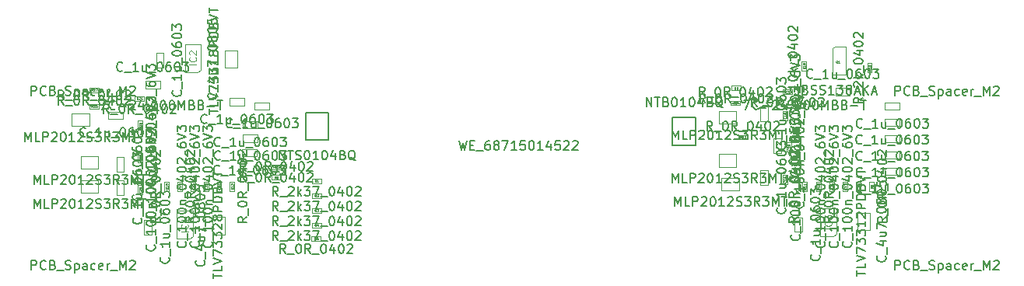
<source format=gbr>
G04 #@! TF.GenerationSoftware,KiCad,Pcbnew,5.0.2+dfsg1-1~bpo9+1*
G04 #@! TF.CreationDate,2019-10-08T18:25:51+02:00*
G04 #@! TF.ProjectId,OV9281,4f563932-3831-42e6-9b69-6361645f7063,rev?*
G04 #@! TF.SameCoordinates,Original*
G04 #@! TF.FileFunction,Other,Fab,Top*
%FSLAX46Y46*%
G04 Gerber Fmt 4.6, Leading zero omitted, Abs format (unit mm)*
G04 Created by KiCad (PCBNEW 5.0.2+dfsg1-1~bpo9+1) date Tue 08 Oct 2019 06:25:51 PM CEST*
%MOMM*%
%LPD*%
G01*
G04 APERTURE LIST*
%ADD10C,0.100000*%
%ADD11C,0.120000*%
%ADD12C,0.150000*%
%ADD13C,0.040000*%
%ADD14C,0.075000*%
%ADD15C,0.050000*%
G04 APERTURE END LIST*
D10*
G04 #@! TO.C,R12*
X175200000Y-112160000D02*
X175200000Y-112660000D01*
X175200000Y-112660000D02*
X174200000Y-112660000D01*
X174200000Y-112660000D02*
X174200000Y-112160000D01*
X174200000Y-112160000D02*
X175200000Y-112160000D01*
G04 #@! TO.C,R22*
X124430000Y-115910000D02*
X123430000Y-115910000D01*
X124430000Y-115410000D02*
X124430000Y-115910000D01*
X123430000Y-115410000D02*
X124430000Y-115410000D01*
X123430000Y-115910000D02*
X123430000Y-115410000D01*
G04 #@! TO.C,R6*
X124440000Y-116550000D02*
X124440000Y-117050000D01*
X124440000Y-117050000D02*
X123440000Y-117050000D01*
X123440000Y-117050000D02*
X123440000Y-116550000D01*
X123440000Y-116550000D02*
X124440000Y-116550000D01*
G04 #@! TO.C,IC1*
X114881000Y-120449000D02*
X113131000Y-120449000D01*
X113131000Y-120449000D02*
X113131000Y-123499000D01*
X114556000Y-123499000D02*
X114881000Y-123249000D01*
X114556000Y-123499000D02*
X113131000Y-123499000D01*
X114881000Y-120449000D02*
X114881000Y-123249000D01*
D11*
G04 #@! TO.C,C3*
X187203000Y-122540000D02*
X188553000Y-122540000D01*
X187203000Y-120640000D02*
X188553000Y-120640000D01*
X187198000Y-122540000D02*
X187198000Y-120640000D01*
X188558000Y-122540000D02*
X188558000Y-120640000D01*
G04 #@! TO.C,C1*
X118331000Y-121124000D02*
X116981000Y-121124000D01*
X118331000Y-123024000D02*
X116981000Y-123024000D01*
X118336000Y-121124000D02*
X118336000Y-123024000D01*
X116976000Y-121124000D02*
X116976000Y-123024000D01*
G04 #@! TO.C,C2*
X119669000Y-102944000D02*
X118319000Y-102944000D01*
X119669000Y-104844000D02*
X118319000Y-104844000D01*
X119674000Y-102944000D02*
X119674000Y-104844000D01*
X118314000Y-102944000D02*
X118314000Y-104844000D01*
G04 #@! TO.C,C6*
X180328000Y-121140000D02*
X180328000Y-122740000D01*
X181128000Y-121140000D02*
X180328000Y-121140000D01*
X181128000Y-122740000D02*
X181128000Y-121140000D01*
X180328000Y-122740000D02*
X181128000Y-122740000D01*
G04 #@! TO.C,C5*
X110867797Y-103240280D02*
X110867797Y-104840280D01*
X111667797Y-103240280D02*
X110867797Y-103240280D01*
X111667797Y-104840280D02*
X111667797Y-103240280D01*
X110867797Y-104840280D02*
X111667797Y-104840280D01*
G04 #@! TO.C,C4*
X109556000Y-121424000D02*
X109556000Y-123024000D01*
X110356000Y-121424000D02*
X109556000Y-121424000D01*
X110356000Y-123024000D02*
X110356000Y-121424000D01*
X109556000Y-123024000D02*
X110356000Y-123024000D01*
D10*
G04 #@! TO.C,IC3*
X184903000Y-120165000D02*
X183153000Y-120165000D01*
X183153000Y-120165000D02*
X183153000Y-123215000D01*
X184578000Y-123215000D02*
X184903000Y-122965000D01*
X184578000Y-123215000D02*
X183153000Y-123215000D01*
X184903000Y-120165000D02*
X184903000Y-122965000D01*
G04 #@! TO.C,R1*
X128812999Y-117431751D02*
X127812999Y-117431751D01*
X128812999Y-116931751D02*
X128812999Y-117431751D01*
X127812999Y-116931751D02*
X128812999Y-116931751D01*
X127812999Y-117431751D02*
X127812999Y-116931751D01*
G04 #@! TO.C,R2*
X128812999Y-119043501D02*
X127812999Y-119043501D01*
X128812999Y-118543501D02*
X128812999Y-119043501D01*
X127812999Y-118543501D02*
X128812999Y-118543501D01*
X127812999Y-119043501D02*
X127812999Y-118543501D01*
G04 #@! TO.C,R3*
X128812999Y-120655251D02*
X127812999Y-120655251D01*
X128812999Y-120155251D02*
X128812999Y-120655251D01*
X127812999Y-120155251D02*
X128812999Y-120155251D01*
X127812999Y-120655251D02*
X127812999Y-120155251D01*
G04 #@! TO.C,R4*
X128812999Y-122267001D02*
X127812999Y-122267001D01*
X128812999Y-121767001D02*
X128812999Y-122267001D01*
X127812999Y-121767001D02*
X128812999Y-121767001D01*
X127812999Y-122267001D02*
X127812999Y-121767001D01*
G04 #@! TO.C,R5*
X128770000Y-123694000D02*
X127770000Y-123694000D01*
X128770000Y-123194000D02*
X128770000Y-123694000D01*
X127770000Y-123194000D02*
X128770000Y-123194000D01*
X127770000Y-123694000D02*
X127770000Y-123194000D01*
G04 #@! TO.C,Q1*
X184464900Y-102733000D02*
X184464900Y-105583000D01*
X184739900Y-102533000D02*
X185864900Y-102533000D01*
X184739900Y-102533000D02*
X184464900Y-102733000D01*
X184464900Y-105578000D02*
X185864900Y-105578000D01*
X185864900Y-105578000D02*
X185864900Y-102538000D01*
D12*
G04 #@! TO.C,U4*
X169552500Y-112436000D02*
X169552500Y-113286000D01*
X169552500Y-113286000D02*
X167052500Y-113286000D01*
X167052500Y-113286000D02*
X167052500Y-110286000D01*
X167052500Y-110286000D02*
X169552500Y-110286000D01*
X169552500Y-110286000D02*
X169552500Y-112436000D01*
G04 #@! TO.C,U3*
X127110000Y-112750000D02*
X127110000Y-110600000D01*
X129610000Y-112750000D02*
X127110000Y-112750000D01*
X129610000Y-109750000D02*
X129610000Y-112750000D01*
X127110000Y-109750000D02*
X129610000Y-109750000D01*
X127110000Y-110600000D02*
X127110000Y-109750000D01*
D11*
G04 #@! TO.C,L2*
X172100000Y-110930000D02*
X174000000Y-110930000D01*
X172100000Y-109570000D02*
X174000000Y-109570000D01*
X174000000Y-109575000D02*
X174000000Y-110925000D01*
X172100000Y-109575000D02*
X172100000Y-110925000D01*
G04 #@! TO.C,L1*
X172370000Y-116835000D02*
X172370000Y-118185000D01*
X174270000Y-116835000D02*
X174270000Y-118185000D01*
X172370000Y-116830000D02*
X174270000Y-116830000D01*
X172370000Y-118190000D02*
X174270000Y-118190000D01*
G04 #@! TO.C,L3*
X172075000Y-115630000D02*
X173975000Y-115630000D01*
X172075000Y-114270000D02*
X173975000Y-114270000D01*
X173975000Y-114275000D02*
X173975000Y-115625000D01*
X172075000Y-114275000D02*
X172075000Y-115625000D01*
G04 #@! TO.C,L4*
X102660000Y-117075000D02*
X102660000Y-118425000D01*
X104560000Y-117075000D02*
X104560000Y-118425000D01*
X102660000Y-117070000D02*
X104560000Y-117070000D01*
X102660000Y-118430000D02*
X104560000Y-118430000D01*
G04 #@! TO.C,L5*
X101675000Y-111155000D02*
X103575000Y-111155000D01*
X101675000Y-109795000D02*
X103575000Y-109795000D01*
X103575000Y-109800000D02*
X103575000Y-111150000D01*
X101675000Y-109800000D02*
X101675000Y-111150000D01*
G04 #@! TO.C,L6*
X102660000Y-114455000D02*
X102660000Y-115805000D01*
X104560000Y-114455000D02*
X104560000Y-115805000D01*
X102660000Y-114450000D02*
X104560000Y-114450000D01*
X102660000Y-115810000D02*
X104560000Y-115810000D01*
G04 #@! TO.C,C25*
X121600000Y-108620000D02*
X121600000Y-109420000D01*
X121600000Y-109420000D02*
X123200000Y-109420000D01*
X123200000Y-109420000D02*
X123200000Y-108620000D01*
X123200000Y-108620000D02*
X121600000Y-108620000D01*
G04 #@! TO.C,C35*
X120450000Y-108160000D02*
X118850000Y-108160000D01*
X120450000Y-108960000D02*
X120450000Y-108160000D01*
X118850000Y-108960000D02*
X120450000Y-108960000D01*
X118850000Y-108160000D02*
X118850000Y-108960000D01*
G04 #@! TO.C,C33*
X184770000Y-107842000D02*
X186370000Y-107842000D01*
X184770000Y-107042000D02*
X184770000Y-107842000D01*
X186370000Y-107042000D02*
X184770000Y-107042000D01*
X186370000Y-107842000D02*
X186370000Y-107042000D01*
G04 #@! TO.C,C24*
X120300000Y-112150000D02*
X120300000Y-112950000D01*
X120300000Y-112950000D02*
X121900000Y-112950000D01*
X121900000Y-112950000D02*
X121900000Y-112150000D01*
X121900000Y-112150000D02*
X120300000Y-112150000D01*
G04 #@! TO.C,C27*
X106570000Y-117140000D02*
X106570000Y-118740000D01*
X107370000Y-117140000D02*
X106570000Y-117140000D01*
X107370000Y-118740000D02*
X107370000Y-117140000D01*
X106570000Y-118740000D02*
X107370000Y-118740000D01*
G04 #@! TO.C,C28*
X105675000Y-109625000D02*
X105675000Y-110425000D01*
X105675000Y-110425000D02*
X107275000Y-110425000D01*
X107275000Y-110425000D02*
X107275000Y-109625000D01*
X107275000Y-109625000D02*
X105675000Y-109625000D01*
G04 #@! TO.C,C36*
X106550000Y-114600000D02*
X106550000Y-116200000D01*
X107350000Y-114600000D02*
X106550000Y-114600000D01*
X107350000Y-116200000D02*
X107350000Y-114600000D01*
X106550000Y-116200000D02*
X107350000Y-116200000D01*
G04 #@! TO.C,C38*
X120300000Y-110675000D02*
X120300000Y-111475000D01*
X120300000Y-111475000D02*
X121900000Y-111475000D01*
X121900000Y-111475000D02*
X121900000Y-110675000D01*
X121900000Y-110675000D02*
X120300000Y-110675000D01*
G04 #@! TO.C,C12*
X176620000Y-116019738D02*
X176620000Y-117619738D01*
X177420000Y-116019738D02*
X176620000Y-116019738D01*
X177420000Y-117619738D02*
X177420000Y-116019738D01*
X176620000Y-117619738D02*
X177420000Y-117619738D01*
G04 #@! TO.C,C7*
X190165000Y-113974281D02*
X190165000Y-114774281D01*
X190165000Y-114774281D02*
X191765000Y-114774281D01*
X191765000Y-114774281D02*
X191765000Y-113974281D01*
X191765000Y-113974281D02*
X190165000Y-113974281D01*
G04 #@! TO.C,C10*
X191765000Y-108645000D02*
X190165000Y-108645000D01*
X191765000Y-109445000D02*
X191765000Y-108645000D01*
X190165000Y-109445000D02*
X191765000Y-109445000D01*
X190165000Y-108645000D02*
X190165000Y-109445000D01*
G04 #@! TO.C,C13*
X176620000Y-110660000D02*
X177420000Y-110660000D01*
X177420000Y-110660000D02*
X177420000Y-109060000D01*
X177420000Y-109060000D02*
X176620000Y-109060000D01*
X176620000Y-109060000D02*
X176620000Y-110660000D01*
G04 #@! TO.C,C22*
X121825000Y-113725000D02*
X120225000Y-113725000D01*
X121825000Y-114525000D02*
X121825000Y-113725000D01*
X120225000Y-114525000D02*
X121825000Y-114525000D01*
X120225000Y-113725000D02*
X120225000Y-114525000D01*
G04 #@! TO.C,C18*
X178050000Y-114175000D02*
X178850000Y-114175000D01*
X178850000Y-114175000D02*
X178850000Y-112575000D01*
X178850000Y-112575000D02*
X178050000Y-112575000D01*
X178050000Y-112575000D02*
X178050000Y-114175000D01*
G04 #@! TO.C,C19*
X191765000Y-115750710D02*
X190165000Y-115750710D01*
X191765000Y-116550710D02*
X191765000Y-115750710D01*
X190165000Y-116550710D02*
X191765000Y-116550710D01*
X190165000Y-115750710D02*
X190165000Y-116550710D01*
G04 #@! TO.C,C21*
X190135000Y-110421427D02*
X190135000Y-111221427D01*
X190135000Y-111221427D02*
X191735000Y-111221427D01*
X191735000Y-111221427D02*
X191735000Y-110421427D01*
X191735000Y-110421427D02*
X190135000Y-110421427D01*
G04 #@! TO.C,C8*
X191745000Y-112197854D02*
X190145000Y-112197854D01*
X191745000Y-112997854D02*
X191745000Y-112197854D01*
X190145000Y-112997854D02*
X191745000Y-112997854D01*
X190145000Y-112197854D02*
X190145000Y-112997854D01*
D10*
G04 #@! TO.C,R7*
X174389000Y-108434000D02*
X174389000Y-108934000D01*
X174389000Y-108934000D02*
X173389000Y-108934000D01*
X173389000Y-108934000D02*
X173389000Y-108434000D01*
X173389000Y-108434000D02*
X174389000Y-108434000D01*
G04 #@! TO.C,R20*
X179052500Y-107736000D02*
X179052500Y-107236000D01*
X179052500Y-107236000D02*
X180052500Y-107236000D01*
X180052500Y-107236000D02*
X180052500Y-107736000D01*
X180052500Y-107736000D02*
X179052500Y-107736000D01*
G04 #@! TO.C,R19*
X188236000Y-105358000D02*
X188236000Y-104358000D01*
X188736000Y-105358000D02*
X188236000Y-105358000D01*
X188736000Y-104358000D02*
X188736000Y-105358000D01*
X188236000Y-104358000D02*
X188736000Y-104358000D01*
G04 #@! TO.C,R9*
X188972000Y-118284000D02*
X188472000Y-118284000D01*
X188472000Y-118284000D02*
X188472000Y-117284000D01*
X188472000Y-117284000D02*
X188972000Y-117284000D01*
X188972000Y-117284000D02*
X188972000Y-118284000D01*
G04 #@! TO.C,R10*
X183158902Y-117284000D02*
X183158902Y-118284000D01*
X182658902Y-117284000D02*
X183158902Y-117284000D01*
X182658902Y-118284000D02*
X182658902Y-117284000D01*
X183158902Y-118284000D02*
X182658902Y-118284000D01*
G04 #@! TO.C,R11*
X181205628Y-117284000D02*
X181705628Y-117284000D01*
X181705628Y-117284000D02*
X181705628Y-118284000D01*
X181705628Y-118284000D02*
X181205628Y-118284000D01*
X181205628Y-118284000D02*
X181205628Y-117284000D01*
G04 #@! TO.C,R18*
X181106000Y-105148000D02*
X181106000Y-104148000D01*
X181606000Y-105148000D02*
X181106000Y-105148000D01*
X181606000Y-104148000D02*
X181606000Y-105148000D01*
X181106000Y-104148000D02*
X181606000Y-104148000D01*
G04 #@! TO.C,R13*
X119376000Y-118280000D02*
X118876000Y-118280000D01*
X118876000Y-118280000D02*
X118876000Y-117280000D01*
X118876000Y-117280000D02*
X119376000Y-117280000D01*
X119376000Y-117280000D02*
X119376000Y-118280000D01*
G04 #@! TO.C,R15*
X111764000Y-117280000D02*
X112264000Y-117280000D01*
X112264000Y-117280000D02*
X112264000Y-118280000D01*
X112264000Y-118280000D02*
X111764000Y-118280000D01*
X111764000Y-118280000D02*
X111764000Y-117280000D01*
G04 #@! TO.C,R16*
X103622000Y-108782000D02*
X104622000Y-108782000D01*
X103622000Y-109282000D02*
X103622000Y-108782000D01*
X104622000Y-109282000D02*
X103622000Y-109282000D01*
X104622000Y-108782000D02*
X104622000Y-109282000D01*
G04 #@! TO.C,R17*
X103612000Y-107532000D02*
X103612000Y-107032000D01*
X103612000Y-107032000D02*
X104612000Y-107032000D01*
X104612000Y-107032000D02*
X104612000Y-107532000D01*
X104612000Y-107532000D02*
X103612000Y-107532000D01*
G04 #@! TO.C,R8*
X174456150Y-107304000D02*
X173456150Y-107304000D01*
X174456150Y-106804000D02*
X174456150Y-107304000D01*
X173456150Y-106804000D02*
X174456150Y-106804000D01*
X173456150Y-107304000D02*
X173456150Y-106804000D01*
G04 #@! TO.C,C37*
X109400000Y-115140000D02*
X108900000Y-115140000D01*
X108900000Y-115140000D02*
X108900000Y-114140000D01*
X108900000Y-114140000D02*
X109400000Y-114140000D01*
X109400000Y-114140000D02*
X109400000Y-115140000D01*
G04 #@! TO.C,C9*
X184112176Y-118284000D02*
X184112176Y-117284000D01*
X184612176Y-118284000D02*
X184112176Y-118284000D01*
X184612176Y-117284000D02*
X184612176Y-118284000D01*
X184112176Y-117284000D02*
X184612176Y-117284000D01*
G04 #@! TO.C,C32*
X116031200Y-117280000D02*
X116531200Y-117280000D01*
X116531200Y-117280000D02*
X116531200Y-118280000D01*
X116531200Y-118280000D02*
X116031200Y-118280000D01*
X116031200Y-118280000D02*
X116031200Y-117280000D01*
G04 #@! TO.C,C31*
X117453600Y-118280000D02*
X117453600Y-117280000D01*
X117953600Y-118280000D02*
X117453600Y-118280000D01*
X117953600Y-117280000D02*
X117953600Y-118280000D01*
X117453600Y-117280000D02*
X117953600Y-117280000D01*
G04 #@! TO.C,C20*
X179975000Y-114000000D02*
X179475000Y-114000000D01*
X179475000Y-114000000D02*
X179475000Y-113000000D01*
X179475000Y-113000000D02*
X179975000Y-113000000D01*
X179975000Y-113000000D02*
X179975000Y-114000000D01*
G04 #@! TO.C,C30*
X109400000Y-110630000D02*
X109400000Y-111630000D01*
X108900000Y-110630000D02*
X109400000Y-110630000D01*
X108900000Y-111630000D02*
X108900000Y-110630000D01*
X109400000Y-111630000D02*
X108900000Y-111630000D01*
G04 #@! TO.C,C29*
X109400000Y-118660000D02*
X108900000Y-118660000D01*
X108900000Y-118660000D02*
X108900000Y-117660000D01*
X108900000Y-117660000D02*
X109400000Y-117660000D01*
X109400000Y-117660000D02*
X109400000Y-118660000D01*
G04 #@! TO.C,C17*
X185565450Y-118284000D02*
X185565450Y-117284000D01*
X186065450Y-118284000D02*
X185565450Y-118284000D01*
X186065450Y-117284000D02*
X186065450Y-118284000D01*
X185565450Y-117284000D02*
X186065450Y-117284000D01*
G04 #@! TO.C,C23*
X114608800Y-118280000D02*
X114608800Y-117280000D01*
X115108800Y-118280000D02*
X114608800Y-118280000D01*
X115108800Y-117280000D02*
X115108800Y-118280000D01*
X114608800Y-117280000D02*
X115108800Y-117280000D01*
G04 #@! TO.C,C14*
X179543525Y-117539738D02*
X179043525Y-117539738D01*
X179043525Y-117539738D02*
X179043525Y-116539738D01*
X179043525Y-116539738D02*
X179543525Y-116539738D01*
X179543525Y-116539738D02*
X179543525Y-117539738D01*
G04 #@! TO.C,C15*
X179543525Y-109550000D02*
X179543525Y-110550000D01*
X179043525Y-109550000D02*
X179543525Y-109550000D01*
X179043525Y-110550000D02*
X179043525Y-109550000D01*
X179543525Y-110550000D02*
X179043525Y-110550000D01*
D11*
G04 #@! TO.C,C34*
X111290000Y-107080000D02*
X111290000Y-106280000D01*
X111290000Y-106280000D02*
X109690000Y-106280000D01*
X109690000Y-106280000D02*
X109690000Y-107080000D01*
X109690000Y-107080000D02*
X111290000Y-107080000D01*
D10*
G04 #@! TO.C,IC2*
X115742797Y-102265280D02*
X113992797Y-102265280D01*
X113992797Y-102265280D02*
X113992797Y-105315280D01*
X115417797Y-105315280D02*
X115742797Y-105065280D01*
X115417797Y-105315280D02*
X113992797Y-105315280D01*
X115742797Y-102265280D02*
X115742797Y-105065280D01*
G04 #@! TO.C,C16*
X187018724Y-117284000D02*
X187518724Y-117284000D01*
X187518724Y-117284000D02*
X187518724Y-118284000D01*
X187518724Y-118284000D02*
X187018724Y-118284000D01*
X187018724Y-118284000D02*
X187018724Y-117284000D01*
G04 #@! TO.C,R14*
X113686400Y-117280000D02*
X113686400Y-118280000D01*
X113186400Y-117280000D02*
X113686400Y-117280000D01*
X113186400Y-118280000D02*
X113186400Y-117280000D01*
X113686400Y-118280000D02*
X113186400Y-118280000D01*
G04 #@! TO.C,R21*
X109552500Y-108436000D02*
X108552500Y-108436000D01*
X109552500Y-107936000D02*
X109552500Y-108436000D01*
X108552500Y-107936000D02*
X109552500Y-107936000D01*
X108552500Y-108436000D02*
X108552500Y-107936000D01*
G04 #@! TD*
G04 #@! TO.C,J3*
D12*
X143800000Y-112802380D02*
X144038095Y-113802380D01*
X144228571Y-113088095D01*
X144419047Y-113802380D01*
X144657142Y-112802380D01*
X145038095Y-113278571D02*
X145371428Y-113278571D01*
X145514285Y-113802380D02*
X145038095Y-113802380D01*
X145038095Y-112802380D01*
X145514285Y-112802380D01*
X145704761Y-113897619D02*
X146466666Y-113897619D01*
X147133333Y-112802380D02*
X146942857Y-112802380D01*
X146847619Y-112850000D01*
X146800000Y-112897619D01*
X146704761Y-113040476D01*
X146657142Y-113230952D01*
X146657142Y-113611904D01*
X146704761Y-113707142D01*
X146752380Y-113754761D01*
X146847619Y-113802380D01*
X147038095Y-113802380D01*
X147133333Y-113754761D01*
X147180952Y-113707142D01*
X147228571Y-113611904D01*
X147228571Y-113373809D01*
X147180952Y-113278571D01*
X147133333Y-113230952D01*
X147038095Y-113183333D01*
X146847619Y-113183333D01*
X146752380Y-113230952D01*
X146704761Y-113278571D01*
X146657142Y-113373809D01*
X147800000Y-113230952D02*
X147704761Y-113183333D01*
X147657142Y-113135714D01*
X147609523Y-113040476D01*
X147609523Y-112992857D01*
X147657142Y-112897619D01*
X147704761Y-112850000D01*
X147800000Y-112802380D01*
X147990476Y-112802380D01*
X148085714Y-112850000D01*
X148133333Y-112897619D01*
X148180952Y-112992857D01*
X148180952Y-113040476D01*
X148133333Y-113135714D01*
X148085714Y-113183333D01*
X147990476Y-113230952D01*
X147800000Y-113230952D01*
X147704761Y-113278571D01*
X147657142Y-113326190D01*
X147609523Y-113421428D01*
X147609523Y-113611904D01*
X147657142Y-113707142D01*
X147704761Y-113754761D01*
X147800000Y-113802380D01*
X147990476Y-113802380D01*
X148085714Y-113754761D01*
X148133333Y-113707142D01*
X148180952Y-113611904D01*
X148180952Y-113421428D01*
X148133333Y-113326190D01*
X148085714Y-113278571D01*
X147990476Y-113230952D01*
X148514285Y-112802380D02*
X149180952Y-112802380D01*
X148752380Y-113802380D01*
X150085714Y-113802380D02*
X149514285Y-113802380D01*
X149800000Y-113802380D02*
X149800000Y-112802380D01*
X149704761Y-112945238D01*
X149609523Y-113040476D01*
X149514285Y-113088095D01*
X150990476Y-112802380D02*
X150514285Y-112802380D01*
X150466666Y-113278571D01*
X150514285Y-113230952D01*
X150609523Y-113183333D01*
X150847619Y-113183333D01*
X150942857Y-113230952D01*
X150990476Y-113278571D01*
X151038095Y-113373809D01*
X151038095Y-113611904D01*
X150990476Y-113707142D01*
X150942857Y-113754761D01*
X150847619Y-113802380D01*
X150609523Y-113802380D01*
X150514285Y-113754761D01*
X150466666Y-113707142D01*
X151657142Y-112802380D02*
X151752380Y-112802380D01*
X151847619Y-112850000D01*
X151895238Y-112897619D01*
X151942857Y-112992857D01*
X151990476Y-113183333D01*
X151990476Y-113421428D01*
X151942857Y-113611904D01*
X151895238Y-113707142D01*
X151847619Y-113754761D01*
X151752380Y-113802380D01*
X151657142Y-113802380D01*
X151561904Y-113754761D01*
X151514285Y-113707142D01*
X151466666Y-113611904D01*
X151419047Y-113421428D01*
X151419047Y-113183333D01*
X151466666Y-112992857D01*
X151514285Y-112897619D01*
X151561904Y-112850000D01*
X151657142Y-112802380D01*
X152942857Y-113802380D02*
X152371428Y-113802380D01*
X152657142Y-113802380D02*
X152657142Y-112802380D01*
X152561904Y-112945238D01*
X152466666Y-113040476D01*
X152371428Y-113088095D01*
X153800000Y-113135714D02*
X153800000Y-113802380D01*
X153561904Y-112754761D02*
X153323809Y-113469047D01*
X153942857Y-113469047D01*
X154800000Y-112802380D02*
X154323809Y-112802380D01*
X154276190Y-113278571D01*
X154323809Y-113230952D01*
X154419047Y-113183333D01*
X154657142Y-113183333D01*
X154752380Y-113230952D01*
X154800000Y-113278571D01*
X154847619Y-113373809D01*
X154847619Y-113611904D01*
X154800000Y-113707142D01*
X154752380Y-113754761D01*
X154657142Y-113802380D01*
X154419047Y-113802380D01*
X154323809Y-113754761D01*
X154276190Y-113707142D01*
X155228571Y-112897619D02*
X155276190Y-112850000D01*
X155371428Y-112802380D01*
X155609523Y-112802380D01*
X155704761Y-112850000D01*
X155752380Y-112897619D01*
X155800000Y-112992857D01*
X155800000Y-113088095D01*
X155752380Y-113230952D01*
X155180952Y-113802380D01*
X155800000Y-113802380D01*
X156180952Y-112897619D02*
X156228571Y-112850000D01*
X156323809Y-112802380D01*
X156561904Y-112802380D01*
X156657142Y-112850000D01*
X156704761Y-112897619D01*
X156752380Y-112992857D01*
X156752380Y-113088095D01*
X156704761Y-113230952D01*
X156133333Y-113802380D01*
X156752380Y-113802380D01*
G04 #@! TO.C,R12*
X171366666Y-111692380D02*
X171033333Y-111216190D01*
X170795238Y-111692380D02*
X170795238Y-110692380D01*
X171176190Y-110692380D01*
X171271428Y-110740000D01*
X171319047Y-110787619D01*
X171366666Y-110882857D01*
X171366666Y-111025714D01*
X171319047Y-111120952D01*
X171271428Y-111168571D01*
X171176190Y-111216190D01*
X170795238Y-111216190D01*
X171557142Y-111787619D02*
X172319047Y-111787619D01*
X172747619Y-110692380D02*
X172842857Y-110692380D01*
X172938095Y-110740000D01*
X172985714Y-110787619D01*
X173033333Y-110882857D01*
X173080952Y-111073333D01*
X173080952Y-111311428D01*
X173033333Y-111501904D01*
X172985714Y-111597142D01*
X172938095Y-111644761D01*
X172842857Y-111692380D01*
X172747619Y-111692380D01*
X172652380Y-111644761D01*
X172604761Y-111597142D01*
X172557142Y-111501904D01*
X172509523Y-111311428D01*
X172509523Y-111073333D01*
X172557142Y-110882857D01*
X172604761Y-110787619D01*
X172652380Y-110740000D01*
X172747619Y-110692380D01*
X174080952Y-111692380D02*
X173747619Y-111216190D01*
X173509523Y-111692380D02*
X173509523Y-110692380D01*
X173890476Y-110692380D01*
X173985714Y-110740000D01*
X174033333Y-110787619D01*
X174080952Y-110882857D01*
X174080952Y-111025714D01*
X174033333Y-111120952D01*
X173985714Y-111168571D01*
X173890476Y-111216190D01*
X173509523Y-111216190D01*
X174271428Y-111787619D02*
X175033333Y-111787619D01*
X175461904Y-110692380D02*
X175557142Y-110692380D01*
X175652380Y-110740000D01*
X175700000Y-110787619D01*
X175747619Y-110882857D01*
X175795238Y-111073333D01*
X175795238Y-111311428D01*
X175747619Y-111501904D01*
X175700000Y-111597142D01*
X175652380Y-111644761D01*
X175557142Y-111692380D01*
X175461904Y-111692380D01*
X175366666Y-111644761D01*
X175319047Y-111597142D01*
X175271428Y-111501904D01*
X175223809Y-111311428D01*
X175223809Y-111073333D01*
X175271428Y-110882857D01*
X175319047Y-110787619D01*
X175366666Y-110740000D01*
X175461904Y-110692380D01*
X176652380Y-111025714D02*
X176652380Y-111692380D01*
X176414285Y-110644761D02*
X176176190Y-111359047D01*
X176795238Y-111359047D01*
X177366666Y-110692380D02*
X177461904Y-110692380D01*
X177557142Y-110740000D01*
X177604761Y-110787619D01*
X177652380Y-110882857D01*
X177700000Y-111073333D01*
X177700000Y-111311428D01*
X177652380Y-111501904D01*
X177604761Y-111597142D01*
X177557142Y-111644761D01*
X177461904Y-111692380D01*
X177366666Y-111692380D01*
X177271428Y-111644761D01*
X177223809Y-111597142D01*
X177176190Y-111501904D01*
X177128571Y-111311428D01*
X177128571Y-111073333D01*
X177176190Y-110882857D01*
X177223809Y-110787619D01*
X177271428Y-110740000D01*
X177366666Y-110692380D01*
X178080952Y-110787619D02*
X178128571Y-110740000D01*
X178223809Y-110692380D01*
X178461904Y-110692380D01*
X178557142Y-110740000D01*
X178604761Y-110787619D01*
X178652380Y-110882857D01*
X178652380Y-110978095D01*
X178604761Y-111120952D01*
X178033333Y-111692380D01*
X178652380Y-111692380D01*
D13*
X174539285Y-112523095D02*
X174455952Y-112404047D01*
X174396428Y-112523095D02*
X174396428Y-112273095D01*
X174491666Y-112273095D01*
X174515476Y-112285000D01*
X174527380Y-112296904D01*
X174539285Y-112320714D01*
X174539285Y-112356428D01*
X174527380Y-112380238D01*
X174515476Y-112392142D01*
X174491666Y-112404047D01*
X174396428Y-112404047D01*
X174777380Y-112523095D02*
X174634523Y-112523095D01*
X174705952Y-112523095D02*
X174705952Y-112273095D01*
X174682142Y-112308809D01*
X174658333Y-112332619D01*
X174634523Y-112344523D01*
X174872619Y-112296904D02*
X174884523Y-112285000D01*
X174908333Y-112273095D01*
X174967857Y-112273095D01*
X174991666Y-112285000D01*
X175003571Y-112296904D01*
X175015476Y-112320714D01*
X175015476Y-112344523D01*
X175003571Y-112380238D01*
X174860714Y-112523095D01*
X175015476Y-112523095D01*
G04 #@! TO.C,R22*
D12*
X120596666Y-117282380D02*
X120263333Y-116806190D01*
X120025238Y-117282380D02*
X120025238Y-116282380D01*
X120406190Y-116282380D01*
X120501428Y-116330000D01*
X120549047Y-116377619D01*
X120596666Y-116472857D01*
X120596666Y-116615714D01*
X120549047Y-116710952D01*
X120501428Y-116758571D01*
X120406190Y-116806190D01*
X120025238Y-116806190D01*
X120787142Y-117377619D02*
X121549047Y-117377619D01*
X121977619Y-116282380D02*
X122072857Y-116282380D01*
X122168095Y-116330000D01*
X122215714Y-116377619D01*
X122263333Y-116472857D01*
X122310952Y-116663333D01*
X122310952Y-116901428D01*
X122263333Y-117091904D01*
X122215714Y-117187142D01*
X122168095Y-117234761D01*
X122072857Y-117282380D01*
X121977619Y-117282380D01*
X121882380Y-117234761D01*
X121834761Y-117187142D01*
X121787142Y-117091904D01*
X121739523Y-116901428D01*
X121739523Y-116663333D01*
X121787142Y-116472857D01*
X121834761Y-116377619D01*
X121882380Y-116330000D01*
X121977619Y-116282380D01*
X123310952Y-117282380D02*
X122977619Y-116806190D01*
X122739523Y-117282380D02*
X122739523Y-116282380D01*
X123120476Y-116282380D01*
X123215714Y-116330000D01*
X123263333Y-116377619D01*
X123310952Y-116472857D01*
X123310952Y-116615714D01*
X123263333Y-116710952D01*
X123215714Y-116758571D01*
X123120476Y-116806190D01*
X122739523Y-116806190D01*
X123501428Y-117377619D02*
X124263333Y-117377619D01*
X124691904Y-116282380D02*
X124787142Y-116282380D01*
X124882380Y-116330000D01*
X124930000Y-116377619D01*
X124977619Y-116472857D01*
X125025238Y-116663333D01*
X125025238Y-116901428D01*
X124977619Y-117091904D01*
X124930000Y-117187142D01*
X124882380Y-117234761D01*
X124787142Y-117282380D01*
X124691904Y-117282380D01*
X124596666Y-117234761D01*
X124549047Y-117187142D01*
X124501428Y-117091904D01*
X124453809Y-116901428D01*
X124453809Y-116663333D01*
X124501428Y-116472857D01*
X124549047Y-116377619D01*
X124596666Y-116330000D01*
X124691904Y-116282380D01*
X125882380Y-116615714D02*
X125882380Y-117282380D01*
X125644285Y-116234761D02*
X125406190Y-116949047D01*
X126025238Y-116949047D01*
X126596666Y-116282380D02*
X126691904Y-116282380D01*
X126787142Y-116330000D01*
X126834761Y-116377619D01*
X126882380Y-116472857D01*
X126930000Y-116663333D01*
X126930000Y-116901428D01*
X126882380Y-117091904D01*
X126834761Y-117187142D01*
X126787142Y-117234761D01*
X126691904Y-117282380D01*
X126596666Y-117282380D01*
X126501428Y-117234761D01*
X126453809Y-117187142D01*
X126406190Y-117091904D01*
X126358571Y-116901428D01*
X126358571Y-116663333D01*
X126406190Y-116472857D01*
X126453809Y-116377619D01*
X126501428Y-116330000D01*
X126596666Y-116282380D01*
X127310952Y-116377619D02*
X127358571Y-116330000D01*
X127453809Y-116282380D01*
X127691904Y-116282380D01*
X127787142Y-116330000D01*
X127834761Y-116377619D01*
X127882380Y-116472857D01*
X127882380Y-116568095D01*
X127834761Y-116710952D01*
X127263333Y-117282380D01*
X127882380Y-117282380D01*
D13*
X123769285Y-115773095D02*
X123685952Y-115654047D01*
X123626428Y-115773095D02*
X123626428Y-115523095D01*
X123721666Y-115523095D01*
X123745476Y-115535000D01*
X123757380Y-115546904D01*
X123769285Y-115570714D01*
X123769285Y-115606428D01*
X123757380Y-115630238D01*
X123745476Y-115642142D01*
X123721666Y-115654047D01*
X123626428Y-115654047D01*
X123864523Y-115546904D02*
X123876428Y-115535000D01*
X123900238Y-115523095D01*
X123959761Y-115523095D01*
X123983571Y-115535000D01*
X123995476Y-115546904D01*
X124007380Y-115570714D01*
X124007380Y-115594523D01*
X123995476Y-115630238D01*
X123852619Y-115773095D01*
X124007380Y-115773095D01*
X124102619Y-115546904D02*
X124114523Y-115535000D01*
X124138333Y-115523095D01*
X124197857Y-115523095D01*
X124221666Y-115535000D01*
X124233571Y-115546904D01*
X124245476Y-115570714D01*
X124245476Y-115594523D01*
X124233571Y-115630238D01*
X124090714Y-115773095D01*
X124245476Y-115773095D01*
G04 #@! TO.C,R6*
D12*
X120606666Y-116082380D02*
X120273333Y-115606190D01*
X120035238Y-116082380D02*
X120035238Y-115082380D01*
X120416190Y-115082380D01*
X120511428Y-115130000D01*
X120559047Y-115177619D01*
X120606666Y-115272857D01*
X120606666Y-115415714D01*
X120559047Y-115510952D01*
X120511428Y-115558571D01*
X120416190Y-115606190D01*
X120035238Y-115606190D01*
X120797142Y-116177619D02*
X121559047Y-116177619D01*
X121987619Y-115082380D02*
X122082857Y-115082380D01*
X122178095Y-115130000D01*
X122225714Y-115177619D01*
X122273333Y-115272857D01*
X122320952Y-115463333D01*
X122320952Y-115701428D01*
X122273333Y-115891904D01*
X122225714Y-115987142D01*
X122178095Y-116034761D01*
X122082857Y-116082380D01*
X121987619Y-116082380D01*
X121892380Y-116034761D01*
X121844761Y-115987142D01*
X121797142Y-115891904D01*
X121749523Y-115701428D01*
X121749523Y-115463333D01*
X121797142Y-115272857D01*
X121844761Y-115177619D01*
X121892380Y-115130000D01*
X121987619Y-115082380D01*
X123320952Y-116082380D02*
X122987619Y-115606190D01*
X122749523Y-116082380D02*
X122749523Y-115082380D01*
X123130476Y-115082380D01*
X123225714Y-115130000D01*
X123273333Y-115177619D01*
X123320952Y-115272857D01*
X123320952Y-115415714D01*
X123273333Y-115510952D01*
X123225714Y-115558571D01*
X123130476Y-115606190D01*
X122749523Y-115606190D01*
X123511428Y-116177619D02*
X124273333Y-116177619D01*
X124701904Y-115082380D02*
X124797142Y-115082380D01*
X124892380Y-115130000D01*
X124940000Y-115177619D01*
X124987619Y-115272857D01*
X125035238Y-115463333D01*
X125035238Y-115701428D01*
X124987619Y-115891904D01*
X124940000Y-115987142D01*
X124892380Y-116034761D01*
X124797142Y-116082380D01*
X124701904Y-116082380D01*
X124606666Y-116034761D01*
X124559047Y-115987142D01*
X124511428Y-115891904D01*
X124463809Y-115701428D01*
X124463809Y-115463333D01*
X124511428Y-115272857D01*
X124559047Y-115177619D01*
X124606666Y-115130000D01*
X124701904Y-115082380D01*
X125892380Y-115415714D02*
X125892380Y-116082380D01*
X125654285Y-115034761D02*
X125416190Y-115749047D01*
X126035238Y-115749047D01*
X126606666Y-115082380D02*
X126701904Y-115082380D01*
X126797142Y-115130000D01*
X126844761Y-115177619D01*
X126892380Y-115272857D01*
X126940000Y-115463333D01*
X126940000Y-115701428D01*
X126892380Y-115891904D01*
X126844761Y-115987142D01*
X126797142Y-116034761D01*
X126701904Y-116082380D01*
X126606666Y-116082380D01*
X126511428Y-116034761D01*
X126463809Y-115987142D01*
X126416190Y-115891904D01*
X126368571Y-115701428D01*
X126368571Y-115463333D01*
X126416190Y-115272857D01*
X126463809Y-115177619D01*
X126511428Y-115130000D01*
X126606666Y-115082380D01*
X127320952Y-115177619D02*
X127368571Y-115130000D01*
X127463809Y-115082380D01*
X127701904Y-115082380D01*
X127797142Y-115130000D01*
X127844761Y-115177619D01*
X127892380Y-115272857D01*
X127892380Y-115368095D01*
X127844761Y-115510952D01*
X127273333Y-116082380D01*
X127892380Y-116082380D01*
D13*
X123898333Y-116913095D02*
X123815000Y-116794047D01*
X123755476Y-116913095D02*
X123755476Y-116663095D01*
X123850714Y-116663095D01*
X123874523Y-116675000D01*
X123886428Y-116686904D01*
X123898333Y-116710714D01*
X123898333Y-116746428D01*
X123886428Y-116770238D01*
X123874523Y-116782142D01*
X123850714Y-116794047D01*
X123755476Y-116794047D01*
X124112619Y-116663095D02*
X124065000Y-116663095D01*
X124041190Y-116675000D01*
X124029285Y-116686904D01*
X124005476Y-116722619D01*
X123993571Y-116770238D01*
X123993571Y-116865476D01*
X124005476Y-116889285D01*
X124017380Y-116901190D01*
X124041190Y-116913095D01*
X124088809Y-116913095D01*
X124112619Y-116901190D01*
X124124523Y-116889285D01*
X124136428Y-116865476D01*
X124136428Y-116805952D01*
X124124523Y-116782142D01*
X124112619Y-116770238D01*
X124088809Y-116758333D01*
X124041190Y-116758333D01*
X124017380Y-116770238D01*
X124005476Y-116782142D01*
X123993571Y-116805952D01*
G04 #@! TO.C,IC1*
D12*
X117033380Y-127808523D02*
X117033380Y-127237095D01*
X118033380Y-127522809D02*
X117033380Y-127522809D01*
X118033380Y-126427571D02*
X118033380Y-126903761D01*
X117033380Y-126903761D01*
X117033380Y-126237095D02*
X118033380Y-125903761D01*
X117033380Y-125570428D01*
X117033380Y-125332333D02*
X117033380Y-124665666D01*
X118033380Y-125094238D01*
X117033380Y-124379952D02*
X117033380Y-123760904D01*
X117414333Y-124094238D01*
X117414333Y-123951380D01*
X117461952Y-123856142D01*
X117509571Y-123808523D01*
X117604809Y-123760904D01*
X117842904Y-123760904D01*
X117938142Y-123808523D01*
X117985761Y-123856142D01*
X118033380Y-123951380D01*
X118033380Y-124237095D01*
X117985761Y-124332333D01*
X117938142Y-124379952D01*
X117033380Y-123427571D02*
X117033380Y-122808523D01*
X117414333Y-123141857D01*
X117414333Y-122999000D01*
X117461952Y-122903761D01*
X117509571Y-122856142D01*
X117604809Y-122808523D01*
X117842904Y-122808523D01*
X117938142Y-122856142D01*
X117985761Y-122903761D01*
X118033380Y-122999000D01*
X118033380Y-123284714D01*
X117985761Y-123379952D01*
X117938142Y-123427571D01*
X117128619Y-122427571D02*
X117081000Y-122379952D01*
X117033380Y-122284714D01*
X117033380Y-122046619D01*
X117081000Y-121951380D01*
X117128619Y-121903761D01*
X117223857Y-121856142D01*
X117319095Y-121856142D01*
X117461952Y-121903761D01*
X118033380Y-122475190D01*
X118033380Y-121856142D01*
X117461952Y-121284714D02*
X117414333Y-121379952D01*
X117366714Y-121427571D01*
X117271476Y-121475190D01*
X117223857Y-121475190D01*
X117128619Y-121427571D01*
X117081000Y-121379952D01*
X117033380Y-121284714D01*
X117033380Y-121094238D01*
X117081000Y-120999000D01*
X117128619Y-120951380D01*
X117223857Y-120903761D01*
X117271476Y-120903761D01*
X117366714Y-120951380D01*
X117414333Y-120999000D01*
X117461952Y-121094238D01*
X117461952Y-121284714D01*
X117509571Y-121379952D01*
X117557190Y-121427571D01*
X117652428Y-121475190D01*
X117842904Y-121475190D01*
X117938142Y-121427571D01*
X117985761Y-121379952D01*
X118033380Y-121284714D01*
X118033380Y-121094238D01*
X117985761Y-120999000D01*
X117938142Y-120951380D01*
X117842904Y-120903761D01*
X117652428Y-120903761D01*
X117557190Y-120951380D01*
X117509571Y-120999000D01*
X117461952Y-121094238D01*
X118033380Y-120475190D02*
X117033380Y-120475190D01*
X117033380Y-120094238D01*
X117081000Y-119999000D01*
X117128619Y-119951380D01*
X117223857Y-119903761D01*
X117366714Y-119903761D01*
X117461952Y-119951380D01*
X117509571Y-119999000D01*
X117557190Y-120094238D01*
X117557190Y-120475190D01*
X118033380Y-119475190D02*
X117033380Y-119475190D01*
X117033380Y-119237095D01*
X117081000Y-119094238D01*
X117176238Y-118999000D01*
X117271476Y-118951380D01*
X117461952Y-118903761D01*
X117604809Y-118903761D01*
X117795285Y-118951380D01*
X117890523Y-118999000D01*
X117985761Y-119094238D01*
X118033380Y-119237095D01*
X118033380Y-119475190D01*
X117509571Y-118141857D02*
X117557190Y-117999000D01*
X117604809Y-117951380D01*
X117700047Y-117903761D01*
X117842904Y-117903761D01*
X117938142Y-117951380D01*
X117985761Y-117999000D01*
X118033380Y-118094238D01*
X118033380Y-118475190D01*
X117033380Y-118475190D01*
X117033380Y-118141857D01*
X117081000Y-118046619D01*
X117128619Y-117999000D01*
X117223857Y-117951380D01*
X117319095Y-117951380D01*
X117414333Y-117999000D01*
X117461952Y-118046619D01*
X117509571Y-118141857D01*
X117509571Y-118475190D01*
X117033380Y-117618047D02*
X118033380Y-117284714D01*
X117033380Y-116951380D01*
X117033380Y-116760904D02*
X117033380Y-116189476D01*
X118033380Y-116475190D02*
X117033380Y-116475190D01*
D14*
X114345285Y-122681142D02*
X113595285Y-122681142D01*
X114273857Y-121895428D02*
X114309571Y-121931142D01*
X114345285Y-122038285D01*
X114345285Y-122109714D01*
X114309571Y-122216857D01*
X114238142Y-122288285D01*
X114166714Y-122324000D01*
X114023857Y-122359714D01*
X113916714Y-122359714D01*
X113773857Y-122324000D01*
X113702428Y-122288285D01*
X113631000Y-122216857D01*
X113595285Y-122109714D01*
X113595285Y-122038285D01*
X113631000Y-121931142D01*
X113666714Y-121895428D01*
X114345285Y-121181142D02*
X114345285Y-121609714D01*
X114345285Y-121395428D02*
X113595285Y-121395428D01*
X113702428Y-121466857D01*
X113773857Y-121538285D01*
X113809571Y-121609714D01*
G04 #@! TO.C,C3*
D12*
X190185142Y-125351904D02*
X190232761Y-125399523D01*
X190280380Y-125542380D01*
X190280380Y-125637619D01*
X190232761Y-125780476D01*
X190137523Y-125875714D01*
X190042285Y-125923333D01*
X189851809Y-125970952D01*
X189708952Y-125970952D01*
X189518476Y-125923333D01*
X189423238Y-125875714D01*
X189328000Y-125780476D01*
X189280380Y-125637619D01*
X189280380Y-125542380D01*
X189328000Y-125399523D01*
X189375619Y-125351904D01*
X190375619Y-125161428D02*
X190375619Y-124399523D01*
X189613714Y-123732857D02*
X190280380Y-123732857D01*
X189232761Y-123970952D02*
X189947047Y-124209047D01*
X189947047Y-123590000D01*
X189613714Y-122780476D02*
X190280380Y-122780476D01*
X189613714Y-123209047D02*
X190137523Y-123209047D01*
X190232761Y-123161428D01*
X190280380Y-123066190D01*
X190280380Y-122923333D01*
X190232761Y-122828095D01*
X190185142Y-122780476D01*
X189280380Y-122399523D02*
X189280380Y-121732857D01*
X190280380Y-122161428D01*
X190375619Y-121590000D02*
X190375619Y-120828095D01*
X189280380Y-120399523D02*
X189280380Y-120304285D01*
X189328000Y-120209047D01*
X189375619Y-120161428D01*
X189470857Y-120113809D01*
X189661333Y-120066190D01*
X189899428Y-120066190D01*
X190089904Y-120113809D01*
X190185142Y-120161428D01*
X190232761Y-120209047D01*
X190280380Y-120304285D01*
X190280380Y-120399523D01*
X190232761Y-120494761D01*
X190185142Y-120542380D01*
X190089904Y-120590000D01*
X189899428Y-120637619D01*
X189661333Y-120637619D01*
X189470857Y-120590000D01*
X189375619Y-120542380D01*
X189328000Y-120494761D01*
X189280380Y-120399523D01*
X189708952Y-119494761D02*
X189661333Y-119590000D01*
X189613714Y-119637619D01*
X189518476Y-119685238D01*
X189470857Y-119685238D01*
X189375619Y-119637619D01*
X189328000Y-119590000D01*
X189280380Y-119494761D01*
X189280380Y-119304285D01*
X189328000Y-119209047D01*
X189375619Y-119161428D01*
X189470857Y-119113809D01*
X189518476Y-119113809D01*
X189613714Y-119161428D01*
X189661333Y-119209047D01*
X189708952Y-119304285D01*
X189708952Y-119494761D01*
X189756571Y-119590000D01*
X189804190Y-119637619D01*
X189899428Y-119685238D01*
X190089904Y-119685238D01*
X190185142Y-119637619D01*
X190232761Y-119590000D01*
X190280380Y-119494761D01*
X190280380Y-119304285D01*
X190232761Y-119209047D01*
X190185142Y-119161428D01*
X190089904Y-119113809D01*
X189899428Y-119113809D01*
X189804190Y-119161428D01*
X189756571Y-119209047D01*
X189708952Y-119304285D01*
X189280380Y-118494761D02*
X189280380Y-118399523D01*
X189328000Y-118304285D01*
X189375619Y-118256666D01*
X189470857Y-118209047D01*
X189661333Y-118161428D01*
X189899428Y-118161428D01*
X190089904Y-118209047D01*
X190185142Y-118256666D01*
X190232761Y-118304285D01*
X190280380Y-118399523D01*
X190280380Y-118494761D01*
X190232761Y-118590000D01*
X190185142Y-118637619D01*
X190089904Y-118685238D01*
X189899428Y-118732857D01*
X189661333Y-118732857D01*
X189470857Y-118685238D01*
X189375619Y-118637619D01*
X189328000Y-118590000D01*
X189280380Y-118494761D01*
X189280380Y-117256666D02*
X189280380Y-117732857D01*
X189756571Y-117780476D01*
X189708952Y-117732857D01*
X189661333Y-117637619D01*
X189661333Y-117399523D01*
X189708952Y-117304285D01*
X189756571Y-117256666D01*
X189851809Y-117209047D01*
X190089904Y-117209047D01*
X190185142Y-117256666D01*
X190232761Y-117304285D01*
X190280380Y-117399523D01*
X190280380Y-117637619D01*
X190232761Y-117732857D01*
X190185142Y-117780476D01*
G04 #@! TO.C,C1*
X116063142Y-125835904D02*
X116110761Y-125883523D01*
X116158380Y-126026380D01*
X116158380Y-126121619D01*
X116110761Y-126264476D01*
X116015523Y-126359714D01*
X115920285Y-126407333D01*
X115729809Y-126454952D01*
X115586952Y-126454952D01*
X115396476Y-126407333D01*
X115301238Y-126359714D01*
X115206000Y-126264476D01*
X115158380Y-126121619D01*
X115158380Y-126026380D01*
X115206000Y-125883523D01*
X115253619Y-125835904D01*
X116253619Y-125645428D02*
X116253619Y-124883523D01*
X115491714Y-124216857D02*
X116158380Y-124216857D01*
X115110761Y-124454952D02*
X115825047Y-124693047D01*
X115825047Y-124074000D01*
X115491714Y-123264476D02*
X116158380Y-123264476D01*
X115491714Y-123693047D02*
X116015523Y-123693047D01*
X116110761Y-123645428D01*
X116158380Y-123550190D01*
X116158380Y-123407333D01*
X116110761Y-123312095D01*
X116063142Y-123264476D01*
X115158380Y-122883523D02*
X115158380Y-122216857D01*
X116158380Y-122645428D01*
X116253619Y-122074000D02*
X116253619Y-121312095D01*
X115158380Y-120883523D02*
X115158380Y-120788285D01*
X115206000Y-120693047D01*
X115253619Y-120645428D01*
X115348857Y-120597809D01*
X115539333Y-120550190D01*
X115777428Y-120550190D01*
X115967904Y-120597809D01*
X116063142Y-120645428D01*
X116110761Y-120693047D01*
X116158380Y-120788285D01*
X116158380Y-120883523D01*
X116110761Y-120978761D01*
X116063142Y-121026380D01*
X115967904Y-121074000D01*
X115777428Y-121121619D01*
X115539333Y-121121619D01*
X115348857Y-121074000D01*
X115253619Y-121026380D01*
X115206000Y-120978761D01*
X115158380Y-120883523D01*
X115586952Y-119978761D02*
X115539333Y-120074000D01*
X115491714Y-120121619D01*
X115396476Y-120169238D01*
X115348857Y-120169238D01*
X115253619Y-120121619D01*
X115206000Y-120074000D01*
X115158380Y-119978761D01*
X115158380Y-119788285D01*
X115206000Y-119693047D01*
X115253619Y-119645428D01*
X115348857Y-119597809D01*
X115396476Y-119597809D01*
X115491714Y-119645428D01*
X115539333Y-119693047D01*
X115586952Y-119788285D01*
X115586952Y-119978761D01*
X115634571Y-120074000D01*
X115682190Y-120121619D01*
X115777428Y-120169238D01*
X115967904Y-120169238D01*
X116063142Y-120121619D01*
X116110761Y-120074000D01*
X116158380Y-119978761D01*
X116158380Y-119788285D01*
X116110761Y-119693047D01*
X116063142Y-119645428D01*
X115967904Y-119597809D01*
X115777428Y-119597809D01*
X115682190Y-119645428D01*
X115634571Y-119693047D01*
X115586952Y-119788285D01*
X115158380Y-118978761D02*
X115158380Y-118883523D01*
X115206000Y-118788285D01*
X115253619Y-118740666D01*
X115348857Y-118693047D01*
X115539333Y-118645428D01*
X115777428Y-118645428D01*
X115967904Y-118693047D01*
X116063142Y-118740666D01*
X116110761Y-118788285D01*
X116158380Y-118883523D01*
X116158380Y-118978761D01*
X116110761Y-119074000D01*
X116063142Y-119121619D01*
X115967904Y-119169238D01*
X115777428Y-119216857D01*
X115539333Y-119216857D01*
X115348857Y-119169238D01*
X115253619Y-119121619D01*
X115206000Y-119074000D01*
X115158380Y-118978761D01*
X115158380Y-117740666D02*
X115158380Y-118216857D01*
X115634571Y-118264476D01*
X115586952Y-118216857D01*
X115539333Y-118121619D01*
X115539333Y-117883523D01*
X115586952Y-117788285D01*
X115634571Y-117740666D01*
X115729809Y-117693047D01*
X115967904Y-117693047D01*
X116063142Y-117740666D01*
X116110761Y-117788285D01*
X116158380Y-117883523D01*
X116158380Y-118121619D01*
X116110761Y-118216857D01*
X116063142Y-118264476D01*
G04 #@! TO.C,C2*
X117401142Y-107655904D02*
X117448761Y-107703523D01*
X117496380Y-107846380D01*
X117496380Y-107941619D01*
X117448761Y-108084476D01*
X117353523Y-108179714D01*
X117258285Y-108227333D01*
X117067809Y-108274952D01*
X116924952Y-108274952D01*
X116734476Y-108227333D01*
X116639238Y-108179714D01*
X116544000Y-108084476D01*
X116496380Y-107941619D01*
X116496380Y-107846380D01*
X116544000Y-107703523D01*
X116591619Y-107655904D01*
X117591619Y-107465428D02*
X117591619Y-106703523D01*
X116829714Y-106036857D02*
X117496380Y-106036857D01*
X116448761Y-106274952D02*
X117163047Y-106513047D01*
X117163047Y-105894000D01*
X116829714Y-105084476D02*
X117496380Y-105084476D01*
X116829714Y-105513047D02*
X117353523Y-105513047D01*
X117448761Y-105465428D01*
X117496380Y-105370190D01*
X117496380Y-105227333D01*
X117448761Y-105132095D01*
X117401142Y-105084476D01*
X116496380Y-104703523D02*
X116496380Y-104036857D01*
X117496380Y-104465428D01*
X117591619Y-103894000D02*
X117591619Y-103132095D01*
X116496380Y-102703523D02*
X116496380Y-102608285D01*
X116544000Y-102513047D01*
X116591619Y-102465428D01*
X116686857Y-102417809D01*
X116877333Y-102370190D01*
X117115428Y-102370190D01*
X117305904Y-102417809D01*
X117401142Y-102465428D01*
X117448761Y-102513047D01*
X117496380Y-102608285D01*
X117496380Y-102703523D01*
X117448761Y-102798761D01*
X117401142Y-102846380D01*
X117305904Y-102894000D01*
X117115428Y-102941619D01*
X116877333Y-102941619D01*
X116686857Y-102894000D01*
X116591619Y-102846380D01*
X116544000Y-102798761D01*
X116496380Y-102703523D01*
X116924952Y-101798761D02*
X116877333Y-101894000D01*
X116829714Y-101941619D01*
X116734476Y-101989238D01*
X116686857Y-101989238D01*
X116591619Y-101941619D01*
X116544000Y-101894000D01*
X116496380Y-101798761D01*
X116496380Y-101608285D01*
X116544000Y-101513047D01*
X116591619Y-101465428D01*
X116686857Y-101417809D01*
X116734476Y-101417809D01*
X116829714Y-101465428D01*
X116877333Y-101513047D01*
X116924952Y-101608285D01*
X116924952Y-101798761D01*
X116972571Y-101894000D01*
X117020190Y-101941619D01*
X117115428Y-101989238D01*
X117305904Y-101989238D01*
X117401142Y-101941619D01*
X117448761Y-101894000D01*
X117496380Y-101798761D01*
X117496380Y-101608285D01*
X117448761Y-101513047D01*
X117401142Y-101465428D01*
X117305904Y-101417809D01*
X117115428Y-101417809D01*
X117020190Y-101465428D01*
X116972571Y-101513047D01*
X116924952Y-101608285D01*
X116496380Y-100798761D02*
X116496380Y-100703523D01*
X116544000Y-100608285D01*
X116591619Y-100560666D01*
X116686857Y-100513047D01*
X116877333Y-100465428D01*
X117115428Y-100465428D01*
X117305904Y-100513047D01*
X117401142Y-100560666D01*
X117448761Y-100608285D01*
X117496380Y-100703523D01*
X117496380Y-100798761D01*
X117448761Y-100894000D01*
X117401142Y-100941619D01*
X117305904Y-100989238D01*
X117115428Y-101036857D01*
X116877333Y-101036857D01*
X116686857Y-100989238D01*
X116591619Y-100941619D01*
X116544000Y-100894000D01*
X116496380Y-100798761D01*
X116496380Y-99560666D02*
X116496380Y-100036857D01*
X116972571Y-100084476D01*
X116924952Y-100036857D01*
X116877333Y-99941619D01*
X116877333Y-99703523D01*
X116924952Y-99608285D01*
X116972571Y-99560666D01*
X117067809Y-99513047D01*
X117305904Y-99513047D01*
X117401142Y-99560666D01*
X117448761Y-99608285D01*
X117496380Y-99703523D01*
X117496380Y-99941619D01*
X117448761Y-100036857D01*
X117401142Y-100084476D01*
G04 #@! TO.C,C6*
X182985142Y-125225714D02*
X183032761Y-125273333D01*
X183080380Y-125416190D01*
X183080380Y-125511428D01*
X183032761Y-125654285D01*
X182937523Y-125749523D01*
X182842285Y-125797142D01*
X182651809Y-125844761D01*
X182508952Y-125844761D01*
X182318476Y-125797142D01*
X182223238Y-125749523D01*
X182128000Y-125654285D01*
X182080380Y-125511428D01*
X182080380Y-125416190D01*
X182128000Y-125273333D01*
X182175619Y-125225714D01*
X183175619Y-125035238D02*
X183175619Y-124273333D01*
X183080380Y-123511428D02*
X183080380Y-124082857D01*
X183080380Y-123797142D02*
X182080380Y-123797142D01*
X182223238Y-123892380D01*
X182318476Y-123987619D01*
X182366095Y-124082857D01*
X182413714Y-122654285D02*
X183080380Y-122654285D01*
X182413714Y-123082857D02*
X182937523Y-123082857D01*
X183032761Y-123035238D01*
X183080380Y-122940000D01*
X183080380Y-122797142D01*
X183032761Y-122701904D01*
X182985142Y-122654285D01*
X183175619Y-122416190D02*
X183175619Y-121654285D01*
X182080380Y-121225714D02*
X182080380Y-121130476D01*
X182128000Y-121035238D01*
X182175619Y-120987619D01*
X182270857Y-120940000D01*
X182461333Y-120892380D01*
X182699428Y-120892380D01*
X182889904Y-120940000D01*
X182985142Y-120987619D01*
X183032761Y-121035238D01*
X183080380Y-121130476D01*
X183080380Y-121225714D01*
X183032761Y-121320952D01*
X182985142Y-121368571D01*
X182889904Y-121416190D01*
X182699428Y-121463809D01*
X182461333Y-121463809D01*
X182270857Y-121416190D01*
X182175619Y-121368571D01*
X182128000Y-121320952D01*
X182080380Y-121225714D01*
X182080380Y-120035238D02*
X182080380Y-120225714D01*
X182128000Y-120320952D01*
X182175619Y-120368571D01*
X182318476Y-120463809D01*
X182508952Y-120511428D01*
X182889904Y-120511428D01*
X182985142Y-120463809D01*
X183032761Y-120416190D01*
X183080380Y-120320952D01*
X183080380Y-120130476D01*
X183032761Y-120035238D01*
X182985142Y-119987619D01*
X182889904Y-119940000D01*
X182651809Y-119940000D01*
X182556571Y-119987619D01*
X182508952Y-120035238D01*
X182461333Y-120130476D01*
X182461333Y-120320952D01*
X182508952Y-120416190D01*
X182556571Y-120463809D01*
X182651809Y-120511428D01*
X182080380Y-119320952D02*
X182080380Y-119225714D01*
X182128000Y-119130476D01*
X182175619Y-119082857D01*
X182270857Y-119035238D01*
X182461333Y-118987619D01*
X182699428Y-118987619D01*
X182889904Y-119035238D01*
X182985142Y-119082857D01*
X183032761Y-119130476D01*
X183080380Y-119225714D01*
X183080380Y-119320952D01*
X183032761Y-119416190D01*
X182985142Y-119463809D01*
X182889904Y-119511428D01*
X182699428Y-119559047D01*
X182461333Y-119559047D01*
X182270857Y-119511428D01*
X182175619Y-119463809D01*
X182128000Y-119416190D01*
X182080380Y-119320952D01*
X182080380Y-118654285D02*
X182080380Y-118035238D01*
X182461333Y-118368571D01*
X182461333Y-118225714D01*
X182508952Y-118130476D01*
X182556571Y-118082857D01*
X182651809Y-118035238D01*
X182889904Y-118035238D01*
X182985142Y-118082857D01*
X183032761Y-118130476D01*
X183080380Y-118225714D01*
X183080380Y-118511428D01*
X183032761Y-118606666D01*
X182985142Y-118654285D01*
G04 #@! TO.C,C5*
X113524939Y-107325994D02*
X113572558Y-107373613D01*
X113620177Y-107516470D01*
X113620177Y-107611708D01*
X113572558Y-107754565D01*
X113477320Y-107849803D01*
X113382082Y-107897422D01*
X113191606Y-107945041D01*
X113048749Y-107945041D01*
X112858273Y-107897422D01*
X112763035Y-107849803D01*
X112667797Y-107754565D01*
X112620177Y-107611708D01*
X112620177Y-107516470D01*
X112667797Y-107373613D01*
X112715416Y-107325994D01*
X113715416Y-107135518D02*
X113715416Y-106373613D01*
X113620177Y-105611708D02*
X113620177Y-106183137D01*
X113620177Y-105897422D02*
X112620177Y-105897422D01*
X112763035Y-105992660D01*
X112858273Y-106087899D01*
X112905892Y-106183137D01*
X112953511Y-104754565D02*
X113620177Y-104754565D01*
X112953511Y-105183137D02*
X113477320Y-105183137D01*
X113572558Y-105135518D01*
X113620177Y-105040280D01*
X113620177Y-104897422D01*
X113572558Y-104802184D01*
X113524939Y-104754565D01*
X113715416Y-104516470D02*
X113715416Y-103754565D01*
X112620177Y-103325994D02*
X112620177Y-103230756D01*
X112667797Y-103135518D01*
X112715416Y-103087899D01*
X112810654Y-103040280D01*
X113001130Y-102992660D01*
X113239225Y-102992660D01*
X113429701Y-103040280D01*
X113524939Y-103087899D01*
X113572558Y-103135518D01*
X113620177Y-103230756D01*
X113620177Y-103325994D01*
X113572558Y-103421232D01*
X113524939Y-103468851D01*
X113429701Y-103516470D01*
X113239225Y-103564089D01*
X113001130Y-103564089D01*
X112810654Y-103516470D01*
X112715416Y-103468851D01*
X112667797Y-103421232D01*
X112620177Y-103325994D01*
X112620177Y-102135518D02*
X112620177Y-102325994D01*
X112667797Y-102421232D01*
X112715416Y-102468851D01*
X112858273Y-102564089D01*
X113048749Y-102611708D01*
X113429701Y-102611708D01*
X113524939Y-102564089D01*
X113572558Y-102516470D01*
X113620177Y-102421232D01*
X113620177Y-102230756D01*
X113572558Y-102135518D01*
X113524939Y-102087899D01*
X113429701Y-102040280D01*
X113191606Y-102040280D01*
X113096368Y-102087899D01*
X113048749Y-102135518D01*
X113001130Y-102230756D01*
X113001130Y-102421232D01*
X113048749Y-102516470D01*
X113096368Y-102564089D01*
X113191606Y-102611708D01*
X112620177Y-101421232D02*
X112620177Y-101325994D01*
X112667797Y-101230756D01*
X112715416Y-101183137D01*
X112810654Y-101135518D01*
X113001130Y-101087899D01*
X113239225Y-101087899D01*
X113429701Y-101135518D01*
X113524939Y-101183137D01*
X113572558Y-101230756D01*
X113620177Y-101325994D01*
X113620177Y-101421232D01*
X113572558Y-101516470D01*
X113524939Y-101564089D01*
X113429701Y-101611708D01*
X113239225Y-101659327D01*
X113001130Y-101659327D01*
X112810654Y-101611708D01*
X112715416Y-101564089D01*
X112667797Y-101516470D01*
X112620177Y-101421232D01*
X112620177Y-100754565D02*
X112620177Y-100135518D01*
X113001130Y-100468851D01*
X113001130Y-100325994D01*
X113048749Y-100230756D01*
X113096368Y-100183137D01*
X113191606Y-100135518D01*
X113429701Y-100135518D01*
X113524939Y-100183137D01*
X113572558Y-100230756D01*
X113620177Y-100325994D01*
X113620177Y-100611708D01*
X113572558Y-100706946D01*
X113524939Y-100754565D01*
G04 #@! TO.C,C4*
X112213142Y-125509714D02*
X112260761Y-125557333D01*
X112308380Y-125700190D01*
X112308380Y-125795428D01*
X112260761Y-125938285D01*
X112165523Y-126033523D01*
X112070285Y-126081142D01*
X111879809Y-126128761D01*
X111736952Y-126128761D01*
X111546476Y-126081142D01*
X111451238Y-126033523D01*
X111356000Y-125938285D01*
X111308380Y-125795428D01*
X111308380Y-125700190D01*
X111356000Y-125557333D01*
X111403619Y-125509714D01*
X112403619Y-125319238D02*
X112403619Y-124557333D01*
X112308380Y-123795428D02*
X112308380Y-124366857D01*
X112308380Y-124081142D02*
X111308380Y-124081142D01*
X111451238Y-124176380D01*
X111546476Y-124271619D01*
X111594095Y-124366857D01*
X111641714Y-122938285D02*
X112308380Y-122938285D01*
X111641714Y-123366857D02*
X112165523Y-123366857D01*
X112260761Y-123319238D01*
X112308380Y-123224000D01*
X112308380Y-123081142D01*
X112260761Y-122985904D01*
X112213142Y-122938285D01*
X112403619Y-122700190D02*
X112403619Y-121938285D01*
X111308380Y-121509714D02*
X111308380Y-121414476D01*
X111356000Y-121319238D01*
X111403619Y-121271619D01*
X111498857Y-121224000D01*
X111689333Y-121176380D01*
X111927428Y-121176380D01*
X112117904Y-121224000D01*
X112213142Y-121271619D01*
X112260761Y-121319238D01*
X112308380Y-121414476D01*
X112308380Y-121509714D01*
X112260761Y-121604952D01*
X112213142Y-121652571D01*
X112117904Y-121700190D01*
X111927428Y-121747809D01*
X111689333Y-121747809D01*
X111498857Y-121700190D01*
X111403619Y-121652571D01*
X111356000Y-121604952D01*
X111308380Y-121509714D01*
X111308380Y-120319238D02*
X111308380Y-120509714D01*
X111356000Y-120604952D01*
X111403619Y-120652571D01*
X111546476Y-120747809D01*
X111736952Y-120795428D01*
X112117904Y-120795428D01*
X112213142Y-120747809D01*
X112260761Y-120700190D01*
X112308380Y-120604952D01*
X112308380Y-120414476D01*
X112260761Y-120319238D01*
X112213142Y-120271619D01*
X112117904Y-120224000D01*
X111879809Y-120224000D01*
X111784571Y-120271619D01*
X111736952Y-120319238D01*
X111689333Y-120414476D01*
X111689333Y-120604952D01*
X111736952Y-120700190D01*
X111784571Y-120747809D01*
X111879809Y-120795428D01*
X111308380Y-119604952D02*
X111308380Y-119509714D01*
X111356000Y-119414476D01*
X111403619Y-119366857D01*
X111498857Y-119319238D01*
X111689333Y-119271619D01*
X111927428Y-119271619D01*
X112117904Y-119319238D01*
X112213142Y-119366857D01*
X112260761Y-119414476D01*
X112308380Y-119509714D01*
X112308380Y-119604952D01*
X112260761Y-119700190D01*
X112213142Y-119747809D01*
X112117904Y-119795428D01*
X111927428Y-119843047D01*
X111689333Y-119843047D01*
X111498857Y-119795428D01*
X111403619Y-119747809D01*
X111356000Y-119700190D01*
X111308380Y-119604952D01*
X111308380Y-118938285D02*
X111308380Y-118319238D01*
X111689333Y-118652571D01*
X111689333Y-118509714D01*
X111736952Y-118414476D01*
X111784571Y-118366857D01*
X111879809Y-118319238D01*
X112117904Y-118319238D01*
X112213142Y-118366857D01*
X112260761Y-118414476D01*
X112308380Y-118509714D01*
X112308380Y-118795428D01*
X112260761Y-118890666D01*
X112213142Y-118938285D01*
G04 #@! TO.C,IC3*
X187055380Y-127524523D02*
X187055380Y-126953095D01*
X188055380Y-127238809D02*
X187055380Y-127238809D01*
X188055380Y-126143571D02*
X188055380Y-126619761D01*
X187055380Y-126619761D01*
X187055380Y-125953095D02*
X188055380Y-125619761D01*
X187055380Y-125286428D01*
X187055380Y-125048333D02*
X187055380Y-124381666D01*
X188055380Y-124810238D01*
X187055380Y-124095952D02*
X187055380Y-123476904D01*
X187436333Y-123810238D01*
X187436333Y-123667380D01*
X187483952Y-123572142D01*
X187531571Y-123524523D01*
X187626809Y-123476904D01*
X187864904Y-123476904D01*
X187960142Y-123524523D01*
X188007761Y-123572142D01*
X188055380Y-123667380D01*
X188055380Y-123953095D01*
X188007761Y-124048333D01*
X187960142Y-124095952D01*
X187055380Y-123143571D02*
X187055380Y-122524523D01*
X187436333Y-122857857D01*
X187436333Y-122715000D01*
X187483952Y-122619761D01*
X187531571Y-122572142D01*
X187626809Y-122524523D01*
X187864904Y-122524523D01*
X187960142Y-122572142D01*
X188007761Y-122619761D01*
X188055380Y-122715000D01*
X188055380Y-123000714D01*
X188007761Y-123095952D01*
X187960142Y-123143571D01*
X188055380Y-121572142D02*
X188055380Y-122143571D01*
X188055380Y-121857857D02*
X187055380Y-121857857D01*
X187198238Y-121953095D01*
X187293476Y-122048333D01*
X187341095Y-122143571D01*
X187150619Y-121191190D02*
X187103000Y-121143571D01*
X187055380Y-121048333D01*
X187055380Y-120810238D01*
X187103000Y-120715000D01*
X187150619Y-120667380D01*
X187245857Y-120619761D01*
X187341095Y-120619761D01*
X187483952Y-120667380D01*
X188055380Y-121238809D01*
X188055380Y-120619761D01*
X188055380Y-120191190D02*
X187055380Y-120191190D01*
X187055380Y-119810238D01*
X187103000Y-119715000D01*
X187150619Y-119667380D01*
X187245857Y-119619761D01*
X187388714Y-119619761D01*
X187483952Y-119667380D01*
X187531571Y-119715000D01*
X187579190Y-119810238D01*
X187579190Y-120191190D01*
X188055380Y-119191190D02*
X187055380Y-119191190D01*
X187055380Y-118953095D01*
X187103000Y-118810238D01*
X187198238Y-118715000D01*
X187293476Y-118667380D01*
X187483952Y-118619761D01*
X187626809Y-118619761D01*
X187817285Y-118667380D01*
X187912523Y-118715000D01*
X188007761Y-118810238D01*
X188055380Y-118953095D01*
X188055380Y-119191190D01*
X187531571Y-117857857D02*
X187579190Y-117715000D01*
X187626809Y-117667380D01*
X187722047Y-117619761D01*
X187864904Y-117619761D01*
X187960142Y-117667380D01*
X188007761Y-117715000D01*
X188055380Y-117810238D01*
X188055380Y-118191190D01*
X187055380Y-118191190D01*
X187055380Y-117857857D01*
X187103000Y-117762619D01*
X187150619Y-117715000D01*
X187245857Y-117667380D01*
X187341095Y-117667380D01*
X187436333Y-117715000D01*
X187483952Y-117762619D01*
X187531571Y-117857857D01*
X187531571Y-118191190D01*
X187055380Y-117334047D02*
X188055380Y-117000714D01*
X187055380Y-116667380D01*
X187055380Y-116476904D02*
X187055380Y-115905476D01*
X188055380Y-116191190D02*
X187055380Y-116191190D01*
D14*
X184367285Y-122397142D02*
X183617285Y-122397142D01*
X184295857Y-121611428D02*
X184331571Y-121647142D01*
X184367285Y-121754285D01*
X184367285Y-121825714D01*
X184331571Y-121932857D01*
X184260142Y-122004285D01*
X184188714Y-122040000D01*
X184045857Y-122075714D01*
X183938714Y-122075714D01*
X183795857Y-122040000D01*
X183724428Y-122004285D01*
X183653000Y-121932857D01*
X183617285Y-121825714D01*
X183617285Y-121754285D01*
X183653000Y-121647142D01*
X183688714Y-121611428D01*
X183617285Y-121361428D02*
X183617285Y-120897142D01*
X183903000Y-121147142D01*
X183903000Y-121040000D01*
X183938714Y-120968571D01*
X183974428Y-120932857D01*
X184045857Y-120897142D01*
X184224428Y-120897142D01*
X184295857Y-120932857D01*
X184331571Y-120968571D01*
X184367285Y-121040000D01*
X184367285Y-121254285D01*
X184331571Y-121325714D01*
X184295857Y-121361428D01*
G04 #@! TO.C,R1*
D12*
X124122522Y-118804131D02*
X123789189Y-118327941D01*
X123551094Y-118804131D02*
X123551094Y-117804131D01*
X123932046Y-117804131D01*
X124027284Y-117851751D01*
X124074903Y-117899370D01*
X124122522Y-117994608D01*
X124122522Y-118137465D01*
X124074903Y-118232703D01*
X124027284Y-118280322D01*
X123932046Y-118327941D01*
X123551094Y-118327941D01*
X124312999Y-118899370D02*
X125074903Y-118899370D01*
X125265379Y-117899370D02*
X125312999Y-117851751D01*
X125408237Y-117804131D01*
X125646332Y-117804131D01*
X125741570Y-117851751D01*
X125789189Y-117899370D01*
X125836808Y-117994608D01*
X125836808Y-118089846D01*
X125789189Y-118232703D01*
X125217760Y-118804131D01*
X125836808Y-118804131D01*
X126265379Y-118804131D02*
X126265379Y-117804131D01*
X126360618Y-118423179D02*
X126646332Y-118804131D01*
X126646332Y-118137465D02*
X126265379Y-118518417D01*
X126979665Y-117804131D02*
X127598713Y-117804131D01*
X127265379Y-118185084D01*
X127408237Y-118185084D01*
X127503475Y-118232703D01*
X127551094Y-118280322D01*
X127598713Y-118375560D01*
X127598713Y-118613655D01*
X127551094Y-118708893D01*
X127503475Y-118756512D01*
X127408237Y-118804131D01*
X127122522Y-118804131D01*
X127027284Y-118756512D01*
X126979665Y-118708893D01*
X127932046Y-117804131D02*
X128598713Y-117804131D01*
X128170141Y-118804131D01*
X128741570Y-118899370D02*
X129503475Y-118899370D01*
X129932046Y-117804131D02*
X130027284Y-117804131D01*
X130122522Y-117851751D01*
X130170141Y-117899370D01*
X130217760Y-117994608D01*
X130265379Y-118185084D01*
X130265379Y-118423179D01*
X130217760Y-118613655D01*
X130170141Y-118708893D01*
X130122522Y-118756512D01*
X130027284Y-118804131D01*
X129932046Y-118804131D01*
X129836808Y-118756512D01*
X129789189Y-118708893D01*
X129741570Y-118613655D01*
X129693951Y-118423179D01*
X129693951Y-118185084D01*
X129741570Y-117994608D01*
X129789189Y-117899370D01*
X129836808Y-117851751D01*
X129932046Y-117804131D01*
X131122522Y-118137465D02*
X131122522Y-118804131D01*
X130884427Y-117756512D02*
X130646332Y-118470798D01*
X131265379Y-118470798D01*
X131836808Y-117804131D02*
X131932046Y-117804131D01*
X132027284Y-117851751D01*
X132074903Y-117899370D01*
X132122522Y-117994608D01*
X132170141Y-118185084D01*
X132170141Y-118423179D01*
X132122522Y-118613655D01*
X132074903Y-118708893D01*
X132027284Y-118756512D01*
X131932046Y-118804131D01*
X131836808Y-118804131D01*
X131741570Y-118756512D01*
X131693951Y-118708893D01*
X131646332Y-118613655D01*
X131598713Y-118423179D01*
X131598713Y-118185084D01*
X131646332Y-117994608D01*
X131693951Y-117899370D01*
X131741570Y-117851751D01*
X131836808Y-117804131D01*
X132551094Y-117899370D02*
X132598713Y-117851751D01*
X132693951Y-117804131D01*
X132932046Y-117804131D01*
X133027284Y-117851751D01*
X133074903Y-117899370D01*
X133122522Y-117994608D01*
X133122522Y-118089846D01*
X133074903Y-118232703D01*
X132503475Y-118804131D01*
X133122522Y-118804131D01*
D13*
X128271332Y-117294846D02*
X128187999Y-117175798D01*
X128128475Y-117294846D02*
X128128475Y-117044846D01*
X128223713Y-117044846D01*
X128247522Y-117056751D01*
X128259427Y-117068655D01*
X128271332Y-117092465D01*
X128271332Y-117128179D01*
X128259427Y-117151989D01*
X128247522Y-117163893D01*
X128223713Y-117175798D01*
X128128475Y-117175798D01*
X128509427Y-117294846D02*
X128366570Y-117294846D01*
X128437999Y-117294846D02*
X128437999Y-117044846D01*
X128414189Y-117080560D01*
X128390379Y-117104370D01*
X128366570Y-117116274D01*
G04 #@! TO.C,R2*
D12*
X124122522Y-120415881D02*
X123789189Y-119939691D01*
X123551094Y-120415881D02*
X123551094Y-119415881D01*
X123932046Y-119415881D01*
X124027284Y-119463501D01*
X124074903Y-119511120D01*
X124122522Y-119606358D01*
X124122522Y-119749215D01*
X124074903Y-119844453D01*
X124027284Y-119892072D01*
X123932046Y-119939691D01*
X123551094Y-119939691D01*
X124312999Y-120511120D02*
X125074903Y-120511120D01*
X125265379Y-119511120D02*
X125312999Y-119463501D01*
X125408237Y-119415881D01*
X125646332Y-119415881D01*
X125741570Y-119463501D01*
X125789189Y-119511120D01*
X125836808Y-119606358D01*
X125836808Y-119701596D01*
X125789189Y-119844453D01*
X125217760Y-120415881D01*
X125836808Y-120415881D01*
X126265379Y-120415881D02*
X126265379Y-119415881D01*
X126360618Y-120034929D02*
X126646332Y-120415881D01*
X126646332Y-119749215D02*
X126265379Y-120130167D01*
X126979665Y-119415881D02*
X127598713Y-119415881D01*
X127265379Y-119796834D01*
X127408237Y-119796834D01*
X127503475Y-119844453D01*
X127551094Y-119892072D01*
X127598713Y-119987310D01*
X127598713Y-120225405D01*
X127551094Y-120320643D01*
X127503475Y-120368262D01*
X127408237Y-120415881D01*
X127122522Y-120415881D01*
X127027284Y-120368262D01*
X126979665Y-120320643D01*
X127932046Y-119415881D02*
X128598713Y-119415881D01*
X128170141Y-120415881D01*
X128741570Y-120511120D02*
X129503475Y-120511120D01*
X129932046Y-119415881D02*
X130027284Y-119415881D01*
X130122522Y-119463501D01*
X130170141Y-119511120D01*
X130217760Y-119606358D01*
X130265379Y-119796834D01*
X130265379Y-120034929D01*
X130217760Y-120225405D01*
X130170141Y-120320643D01*
X130122522Y-120368262D01*
X130027284Y-120415881D01*
X129932046Y-120415881D01*
X129836808Y-120368262D01*
X129789189Y-120320643D01*
X129741570Y-120225405D01*
X129693951Y-120034929D01*
X129693951Y-119796834D01*
X129741570Y-119606358D01*
X129789189Y-119511120D01*
X129836808Y-119463501D01*
X129932046Y-119415881D01*
X131122522Y-119749215D02*
X131122522Y-120415881D01*
X130884427Y-119368262D02*
X130646332Y-120082548D01*
X131265379Y-120082548D01*
X131836808Y-119415881D02*
X131932046Y-119415881D01*
X132027284Y-119463501D01*
X132074903Y-119511120D01*
X132122522Y-119606358D01*
X132170141Y-119796834D01*
X132170141Y-120034929D01*
X132122522Y-120225405D01*
X132074903Y-120320643D01*
X132027284Y-120368262D01*
X131932046Y-120415881D01*
X131836808Y-120415881D01*
X131741570Y-120368262D01*
X131693951Y-120320643D01*
X131646332Y-120225405D01*
X131598713Y-120034929D01*
X131598713Y-119796834D01*
X131646332Y-119606358D01*
X131693951Y-119511120D01*
X131741570Y-119463501D01*
X131836808Y-119415881D01*
X132551094Y-119511120D02*
X132598713Y-119463501D01*
X132693951Y-119415881D01*
X132932046Y-119415881D01*
X133027284Y-119463501D01*
X133074903Y-119511120D01*
X133122522Y-119606358D01*
X133122522Y-119701596D01*
X133074903Y-119844453D01*
X132503475Y-120415881D01*
X133122522Y-120415881D01*
D13*
X128271332Y-118906596D02*
X128187999Y-118787548D01*
X128128475Y-118906596D02*
X128128475Y-118656596D01*
X128223713Y-118656596D01*
X128247522Y-118668501D01*
X128259427Y-118680405D01*
X128271332Y-118704215D01*
X128271332Y-118739929D01*
X128259427Y-118763739D01*
X128247522Y-118775643D01*
X128223713Y-118787548D01*
X128128475Y-118787548D01*
X128366570Y-118680405D02*
X128378475Y-118668501D01*
X128402284Y-118656596D01*
X128461808Y-118656596D01*
X128485618Y-118668501D01*
X128497522Y-118680405D01*
X128509427Y-118704215D01*
X128509427Y-118728024D01*
X128497522Y-118763739D01*
X128354665Y-118906596D01*
X128509427Y-118906596D01*
G04 #@! TO.C,R3*
D12*
X124122522Y-122027631D02*
X123789189Y-121551441D01*
X123551094Y-122027631D02*
X123551094Y-121027631D01*
X123932046Y-121027631D01*
X124027284Y-121075251D01*
X124074903Y-121122870D01*
X124122522Y-121218108D01*
X124122522Y-121360965D01*
X124074903Y-121456203D01*
X124027284Y-121503822D01*
X123932046Y-121551441D01*
X123551094Y-121551441D01*
X124312999Y-122122870D02*
X125074903Y-122122870D01*
X125265379Y-121122870D02*
X125312999Y-121075251D01*
X125408237Y-121027631D01*
X125646332Y-121027631D01*
X125741570Y-121075251D01*
X125789189Y-121122870D01*
X125836808Y-121218108D01*
X125836808Y-121313346D01*
X125789189Y-121456203D01*
X125217760Y-122027631D01*
X125836808Y-122027631D01*
X126265379Y-122027631D02*
X126265379Y-121027631D01*
X126360618Y-121646679D02*
X126646332Y-122027631D01*
X126646332Y-121360965D02*
X126265379Y-121741917D01*
X126979665Y-121027631D02*
X127598713Y-121027631D01*
X127265379Y-121408584D01*
X127408237Y-121408584D01*
X127503475Y-121456203D01*
X127551094Y-121503822D01*
X127598713Y-121599060D01*
X127598713Y-121837155D01*
X127551094Y-121932393D01*
X127503475Y-121980012D01*
X127408237Y-122027631D01*
X127122522Y-122027631D01*
X127027284Y-121980012D01*
X126979665Y-121932393D01*
X127932046Y-121027631D02*
X128598713Y-121027631D01*
X128170141Y-122027631D01*
X128741570Y-122122870D02*
X129503475Y-122122870D01*
X129932046Y-121027631D02*
X130027284Y-121027631D01*
X130122522Y-121075251D01*
X130170141Y-121122870D01*
X130217760Y-121218108D01*
X130265379Y-121408584D01*
X130265379Y-121646679D01*
X130217760Y-121837155D01*
X130170141Y-121932393D01*
X130122522Y-121980012D01*
X130027284Y-122027631D01*
X129932046Y-122027631D01*
X129836808Y-121980012D01*
X129789189Y-121932393D01*
X129741570Y-121837155D01*
X129693951Y-121646679D01*
X129693951Y-121408584D01*
X129741570Y-121218108D01*
X129789189Y-121122870D01*
X129836808Y-121075251D01*
X129932046Y-121027631D01*
X131122522Y-121360965D02*
X131122522Y-122027631D01*
X130884427Y-120980012D02*
X130646332Y-121694298D01*
X131265379Y-121694298D01*
X131836808Y-121027631D02*
X131932046Y-121027631D01*
X132027284Y-121075251D01*
X132074903Y-121122870D01*
X132122522Y-121218108D01*
X132170141Y-121408584D01*
X132170141Y-121646679D01*
X132122522Y-121837155D01*
X132074903Y-121932393D01*
X132027284Y-121980012D01*
X131932046Y-122027631D01*
X131836808Y-122027631D01*
X131741570Y-121980012D01*
X131693951Y-121932393D01*
X131646332Y-121837155D01*
X131598713Y-121646679D01*
X131598713Y-121408584D01*
X131646332Y-121218108D01*
X131693951Y-121122870D01*
X131741570Y-121075251D01*
X131836808Y-121027631D01*
X132551094Y-121122870D02*
X132598713Y-121075251D01*
X132693951Y-121027631D01*
X132932046Y-121027631D01*
X133027284Y-121075251D01*
X133074903Y-121122870D01*
X133122522Y-121218108D01*
X133122522Y-121313346D01*
X133074903Y-121456203D01*
X132503475Y-122027631D01*
X133122522Y-122027631D01*
D13*
X128271332Y-120518346D02*
X128187999Y-120399298D01*
X128128475Y-120518346D02*
X128128475Y-120268346D01*
X128223713Y-120268346D01*
X128247522Y-120280251D01*
X128259427Y-120292155D01*
X128271332Y-120315965D01*
X128271332Y-120351679D01*
X128259427Y-120375489D01*
X128247522Y-120387393D01*
X128223713Y-120399298D01*
X128128475Y-120399298D01*
X128354665Y-120268346D02*
X128509427Y-120268346D01*
X128426094Y-120363584D01*
X128461808Y-120363584D01*
X128485618Y-120375489D01*
X128497522Y-120387393D01*
X128509427Y-120411203D01*
X128509427Y-120470727D01*
X128497522Y-120494536D01*
X128485618Y-120506441D01*
X128461808Y-120518346D01*
X128390379Y-120518346D01*
X128366570Y-120506441D01*
X128354665Y-120494536D01*
G04 #@! TO.C,R4*
D12*
X124122522Y-123639381D02*
X123789189Y-123163191D01*
X123551094Y-123639381D02*
X123551094Y-122639381D01*
X123932046Y-122639381D01*
X124027284Y-122687001D01*
X124074903Y-122734620D01*
X124122522Y-122829858D01*
X124122522Y-122972715D01*
X124074903Y-123067953D01*
X124027284Y-123115572D01*
X123932046Y-123163191D01*
X123551094Y-123163191D01*
X124312999Y-123734620D02*
X125074903Y-123734620D01*
X125265379Y-122734620D02*
X125312999Y-122687001D01*
X125408237Y-122639381D01*
X125646332Y-122639381D01*
X125741570Y-122687001D01*
X125789189Y-122734620D01*
X125836808Y-122829858D01*
X125836808Y-122925096D01*
X125789189Y-123067953D01*
X125217760Y-123639381D01*
X125836808Y-123639381D01*
X126265379Y-123639381D02*
X126265379Y-122639381D01*
X126360618Y-123258429D02*
X126646332Y-123639381D01*
X126646332Y-122972715D02*
X126265379Y-123353667D01*
X126979665Y-122639381D02*
X127598713Y-122639381D01*
X127265379Y-123020334D01*
X127408237Y-123020334D01*
X127503475Y-123067953D01*
X127551094Y-123115572D01*
X127598713Y-123210810D01*
X127598713Y-123448905D01*
X127551094Y-123544143D01*
X127503475Y-123591762D01*
X127408237Y-123639381D01*
X127122522Y-123639381D01*
X127027284Y-123591762D01*
X126979665Y-123544143D01*
X127932046Y-122639381D02*
X128598713Y-122639381D01*
X128170141Y-123639381D01*
X128741570Y-123734620D02*
X129503475Y-123734620D01*
X129932046Y-122639381D02*
X130027284Y-122639381D01*
X130122522Y-122687001D01*
X130170141Y-122734620D01*
X130217760Y-122829858D01*
X130265379Y-123020334D01*
X130265379Y-123258429D01*
X130217760Y-123448905D01*
X130170141Y-123544143D01*
X130122522Y-123591762D01*
X130027284Y-123639381D01*
X129932046Y-123639381D01*
X129836808Y-123591762D01*
X129789189Y-123544143D01*
X129741570Y-123448905D01*
X129693951Y-123258429D01*
X129693951Y-123020334D01*
X129741570Y-122829858D01*
X129789189Y-122734620D01*
X129836808Y-122687001D01*
X129932046Y-122639381D01*
X131122522Y-122972715D02*
X131122522Y-123639381D01*
X130884427Y-122591762D02*
X130646332Y-123306048D01*
X131265379Y-123306048D01*
X131836808Y-122639381D02*
X131932046Y-122639381D01*
X132027284Y-122687001D01*
X132074903Y-122734620D01*
X132122522Y-122829858D01*
X132170141Y-123020334D01*
X132170141Y-123258429D01*
X132122522Y-123448905D01*
X132074903Y-123544143D01*
X132027284Y-123591762D01*
X131932046Y-123639381D01*
X131836808Y-123639381D01*
X131741570Y-123591762D01*
X131693951Y-123544143D01*
X131646332Y-123448905D01*
X131598713Y-123258429D01*
X131598713Y-123020334D01*
X131646332Y-122829858D01*
X131693951Y-122734620D01*
X131741570Y-122687001D01*
X131836808Y-122639381D01*
X132551094Y-122734620D02*
X132598713Y-122687001D01*
X132693951Y-122639381D01*
X132932046Y-122639381D01*
X133027284Y-122687001D01*
X133074903Y-122734620D01*
X133122522Y-122829858D01*
X133122522Y-122925096D01*
X133074903Y-123067953D01*
X132503475Y-123639381D01*
X133122522Y-123639381D01*
D13*
X128271332Y-122130096D02*
X128187999Y-122011048D01*
X128128475Y-122130096D02*
X128128475Y-121880096D01*
X128223713Y-121880096D01*
X128247522Y-121892001D01*
X128259427Y-121903905D01*
X128271332Y-121927715D01*
X128271332Y-121963429D01*
X128259427Y-121987239D01*
X128247522Y-121999143D01*
X128223713Y-122011048D01*
X128128475Y-122011048D01*
X128485618Y-121963429D02*
X128485618Y-122130096D01*
X128426094Y-121868191D02*
X128366570Y-122046762D01*
X128521332Y-122046762D01*
G04 #@! TO.C,R5*
D12*
X124936666Y-125066380D02*
X124603333Y-124590190D01*
X124365238Y-125066380D02*
X124365238Y-124066380D01*
X124746190Y-124066380D01*
X124841428Y-124114000D01*
X124889047Y-124161619D01*
X124936666Y-124256857D01*
X124936666Y-124399714D01*
X124889047Y-124494952D01*
X124841428Y-124542571D01*
X124746190Y-124590190D01*
X124365238Y-124590190D01*
X125127142Y-125161619D02*
X125889047Y-125161619D01*
X126317619Y-124066380D02*
X126412857Y-124066380D01*
X126508095Y-124114000D01*
X126555714Y-124161619D01*
X126603333Y-124256857D01*
X126650952Y-124447333D01*
X126650952Y-124685428D01*
X126603333Y-124875904D01*
X126555714Y-124971142D01*
X126508095Y-125018761D01*
X126412857Y-125066380D01*
X126317619Y-125066380D01*
X126222380Y-125018761D01*
X126174761Y-124971142D01*
X126127142Y-124875904D01*
X126079523Y-124685428D01*
X126079523Y-124447333D01*
X126127142Y-124256857D01*
X126174761Y-124161619D01*
X126222380Y-124114000D01*
X126317619Y-124066380D01*
X127650952Y-125066380D02*
X127317619Y-124590190D01*
X127079523Y-125066380D02*
X127079523Y-124066380D01*
X127460476Y-124066380D01*
X127555714Y-124114000D01*
X127603333Y-124161619D01*
X127650952Y-124256857D01*
X127650952Y-124399714D01*
X127603333Y-124494952D01*
X127555714Y-124542571D01*
X127460476Y-124590190D01*
X127079523Y-124590190D01*
X127841428Y-125161619D02*
X128603333Y-125161619D01*
X129031904Y-124066380D02*
X129127142Y-124066380D01*
X129222380Y-124114000D01*
X129270000Y-124161619D01*
X129317619Y-124256857D01*
X129365238Y-124447333D01*
X129365238Y-124685428D01*
X129317619Y-124875904D01*
X129270000Y-124971142D01*
X129222380Y-125018761D01*
X129127142Y-125066380D01*
X129031904Y-125066380D01*
X128936666Y-125018761D01*
X128889047Y-124971142D01*
X128841428Y-124875904D01*
X128793809Y-124685428D01*
X128793809Y-124447333D01*
X128841428Y-124256857D01*
X128889047Y-124161619D01*
X128936666Y-124114000D01*
X129031904Y-124066380D01*
X130222380Y-124399714D02*
X130222380Y-125066380D01*
X129984285Y-124018761D02*
X129746190Y-124733047D01*
X130365238Y-124733047D01*
X130936666Y-124066380D02*
X131031904Y-124066380D01*
X131127142Y-124114000D01*
X131174761Y-124161619D01*
X131222380Y-124256857D01*
X131270000Y-124447333D01*
X131270000Y-124685428D01*
X131222380Y-124875904D01*
X131174761Y-124971142D01*
X131127142Y-125018761D01*
X131031904Y-125066380D01*
X130936666Y-125066380D01*
X130841428Y-125018761D01*
X130793809Y-124971142D01*
X130746190Y-124875904D01*
X130698571Y-124685428D01*
X130698571Y-124447333D01*
X130746190Y-124256857D01*
X130793809Y-124161619D01*
X130841428Y-124114000D01*
X130936666Y-124066380D01*
X131650952Y-124161619D02*
X131698571Y-124114000D01*
X131793809Y-124066380D01*
X132031904Y-124066380D01*
X132127142Y-124114000D01*
X132174761Y-124161619D01*
X132222380Y-124256857D01*
X132222380Y-124352095D01*
X132174761Y-124494952D01*
X131603333Y-125066380D01*
X132222380Y-125066380D01*
D13*
X128228333Y-123557095D02*
X128145000Y-123438047D01*
X128085476Y-123557095D02*
X128085476Y-123307095D01*
X128180714Y-123307095D01*
X128204523Y-123319000D01*
X128216428Y-123330904D01*
X128228333Y-123354714D01*
X128228333Y-123390428D01*
X128216428Y-123414238D01*
X128204523Y-123426142D01*
X128180714Y-123438047D01*
X128085476Y-123438047D01*
X128454523Y-123307095D02*
X128335476Y-123307095D01*
X128323571Y-123426142D01*
X128335476Y-123414238D01*
X128359285Y-123402333D01*
X128418809Y-123402333D01*
X128442619Y-123414238D01*
X128454523Y-123426142D01*
X128466428Y-123449952D01*
X128466428Y-123509476D01*
X128454523Y-123533285D01*
X128442619Y-123545190D01*
X128418809Y-123557095D01*
X128359285Y-123557095D01*
X128335476Y-123545190D01*
X128323571Y-123533285D01*
G04 #@! TO.C,Q1*
D12*
X181523233Y-107236571D02*
X181666090Y-107284190D01*
X181713709Y-107331809D01*
X181761328Y-107427047D01*
X181761328Y-107569904D01*
X181713709Y-107665142D01*
X181666090Y-107712761D01*
X181570852Y-107760380D01*
X181189900Y-107760380D01*
X181189900Y-106760380D01*
X181523233Y-106760380D01*
X181618471Y-106808000D01*
X181666090Y-106855619D01*
X181713709Y-106950857D01*
X181713709Y-107046095D01*
X181666090Y-107141333D01*
X181618471Y-107188952D01*
X181523233Y-107236571D01*
X181189900Y-107236571D01*
X182142280Y-107712761D02*
X182285138Y-107760380D01*
X182523233Y-107760380D01*
X182618471Y-107712761D01*
X182666090Y-107665142D01*
X182713709Y-107569904D01*
X182713709Y-107474666D01*
X182666090Y-107379428D01*
X182618471Y-107331809D01*
X182523233Y-107284190D01*
X182332757Y-107236571D01*
X182237519Y-107188952D01*
X182189900Y-107141333D01*
X182142280Y-107046095D01*
X182142280Y-106950857D01*
X182189900Y-106855619D01*
X182237519Y-106808000D01*
X182332757Y-106760380D01*
X182570852Y-106760380D01*
X182713709Y-106808000D01*
X183094661Y-107712761D02*
X183237519Y-107760380D01*
X183475614Y-107760380D01*
X183570852Y-107712761D01*
X183618471Y-107665142D01*
X183666090Y-107569904D01*
X183666090Y-107474666D01*
X183618471Y-107379428D01*
X183570852Y-107331809D01*
X183475614Y-107284190D01*
X183285138Y-107236571D01*
X183189900Y-107188952D01*
X183142280Y-107141333D01*
X183094661Y-107046095D01*
X183094661Y-106950857D01*
X183142280Y-106855619D01*
X183189900Y-106808000D01*
X183285138Y-106760380D01*
X183523233Y-106760380D01*
X183666090Y-106808000D01*
X184618471Y-107760380D02*
X184047042Y-107760380D01*
X184332757Y-107760380D02*
X184332757Y-106760380D01*
X184237519Y-106903238D01*
X184142280Y-106998476D01*
X184047042Y-107046095D01*
X184951804Y-106760380D02*
X185570852Y-106760380D01*
X185237519Y-107141333D01*
X185380376Y-107141333D01*
X185475614Y-107188952D01*
X185523233Y-107236571D01*
X185570852Y-107331809D01*
X185570852Y-107569904D01*
X185523233Y-107665142D01*
X185475614Y-107712761D01*
X185380376Y-107760380D01*
X185094661Y-107760380D01*
X184999423Y-107712761D01*
X184951804Y-107665142D01*
X186142280Y-107188952D02*
X186047042Y-107141333D01*
X185999423Y-107093714D01*
X185951804Y-106998476D01*
X185951804Y-106950857D01*
X185999423Y-106855619D01*
X186047042Y-106808000D01*
X186142280Y-106760380D01*
X186332757Y-106760380D01*
X186427995Y-106808000D01*
X186475614Y-106855619D01*
X186523233Y-106950857D01*
X186523233Y-106998476D01*
X186475614Y-107093714D01*
X186427995Y-107141333D01*
X186332757Y-107188952D01*
X186142280Y-107188952D01*
X186047042Y-107236571D01*
X185999423Y-107284190D01*
X185951804Y-107379428D01*
X185951804Y-107569904D01*
X185999423Y-107665142D01*
X186047042Y-107712761D01*
X186142280Y-107760380D01*
X186332757Y-107760380D01*
X186427995Y-107712761D01*
X186475614Y-107665142D01*
X186523233Y-107569904D01*
X186523233Y-107379428D01*
X186475614Y-107284190D01*
X186427995Y-107236571D01*
X186332757Y-107188952D01*
X186904185Y-107474666D02*
X187380376Y-107474666D01*
X186808947Y-107760380D02*
X187142280Y-106760380D01*
X187475614Y-107760380D01*
X187808947Y-107760380D02*
X187808947Y-106760380D01*
X188380376Y-107760380D02*
X187951804Y-107188952D01*
X188380376Y-106760380D02*
X187808947Y-107331809D01*
X188761328Y-107474666D02*
X189237519Y-107474666D01*
X188666090Y-107760380D02*
X188999423Y-106760380D01*
X189332757Y-107760380D01*
D15*
X185016090Y-104344904D02*
X184992280Y-104333000D01*
X184968471Y-104309190D01*
X184932757Y-104273476D01*
X184908947Y-104261571D01*
X184885138Y-104261571D01*
X184897042Y-104321095D02*
X184873233Y-104309190D01*
X184849423Y-104285380D01*
X184837519Y-104237761D01*
X184837519Y-104154428D01*
X184849423Y-104106809D01*
X184873233Y-104083000D01*
X184897042Y-104071095D01*
X184944661Y-104071095D01*
X184968471Y-104083000D01*
X184992280Y-104106809D01*
X185004185Y-104154428D01*
X185004185Y-104237761D01*
X184992280Y-104285380D01*
X184968471Y-104309190D01*
X184944661Y-104321095D01*
X184897042Y-104321095D01*
X185242280Y-104321095D02*
X185099423Y-104321095D01*
X185170852Y-104321095D02*
X185170852Y-104071095D01*
X185147042Y-104106809D01*
X185123233Y-104130619D01*
X185099423Y-104142523D01*
G04 #@! TO.C,U4*
D12*
X164207261Y-109088380D02*
X164207261Y-108088380D01*
X164778690Y-109088380D01*
X164778690Y-108088380D01*
X165112023Y-108088380D02*
X165683452Y-108088380D01*
X165397738Y-109088380D02*
X165397738Y-108088380D01*
X166350119Y-108564571D02*
X166492976Y-108612190D01*
X166540595Y-108659809D01*
X166588214Y-108755047D01*
X166588214Y-108897904D01*
X166540595Y-108993142D01*
X166492976Y-109040761D01*
X166397738Y-109088380D01*
X166016785Y-109088380D01*
X166016785Y-108088380D01*
X166350119Y-108088380D01*
X166445357Y-108136000D01*
X166492976Y-108183619D01*
X166540595Y-108278857D01*
X166540595Y-108374095D01*
X166492976Y-108469333D01*
X166445357Y-108516952D01*
X166350119Y-108564571D01*
X166016785Y-108564571D01*
X167207261Y-108088380D02*
X167302500Y-108088380D01*
X167397738Y-108136000D01*
X167445357Y-108183619D01*
X167492976Y-108278857D01*
X167540595Y-108469333D01*
X167540595Y-108707428D01*
X167492976Y-108897904D01*
X167445357Y-108993142D01*
X167397738Y-109040761D01*
X167302500Y-109088380D01*
X167207261Y-109088380D01*
X167112023Y-109040761D01*
X167064404Y-108993142D01*
X167016785Y-108897904D01*
X166969166Y-108707428D01*
X166969166Y-108469333D01*
X167016785Y-108278857D01*
X167064404Y-108183619D01*
X167112023Y-108136000D01*
X167207261Y-108088380D01*
X168492976Y-109088380D02*
X167921547Y-109088380D01*
X168207261Y-109088380D02*
X168207261Y-108088380D01*
X168112023Y-108231238D01*
X168016785Y-108326476D01*
X167921547Y-108374095D01*
X169112023Y-108088380D02*
X169207261Y-108088380D01*
X169302500Y-108136000D01*
X169350119Y-108183619D01*
X169397738Y-108278857D01*
X169445357Y-108469333D01*
X169445357Y-108707428D01*
X169397738Y-108897904D01*
X169350119Y-108993142D01*
X169302500Y-109040761D01*
X169207261Y-109088380D01*
X169112023Y-109088380D01*
X169016785Y-109040761D01*
X168969166Y-108993142D01*
X168921547Y-108897904D01*
X168873928Y-108707428D01*
X168873928Y-108469333D01*
X168921547Y-108278857D01*
X168969166Y-108183619D01*
X169016785Y-108136000D01*
X169112023Y-108088380D01*
X170302500Y-108421714D02*
X170302500Y-109088380D01*
X170064404Y-108040761D02*
X169826309Y-108755047D01*
X170445357Y-108755047D01*
X171159642Y-108564571D02*
X171302500Y-108612190D01*
X171350119Y-108659809D01*
X171397738Y-108755047D01*
X171397738Y-108897904D01*
X171350119Y-108993142D01*
X171302500Y-109040761D01*
X171207261Y-109088380D01*
X170826309Y-109088380D01*
X170826309Y-108088380D01*
X171159642Y-108088380D01*
X171254880Y-108136000D01*
X171302500Y-108183619D01*
X171350119Y-108278857D01*
X171350119Y-108374095D01*
X171302500Y-108469333D01*
X171254880Y-108516952D01*
X171159642Y-108564571D01*
X170826309Y-108564571D01*
X172492976Y-109183619D02*
X172397738Y-109136000D01*
X172302500Y-109040761D01*
X172159642Y-108897904D01*
X172064404Y-108850285D01*
X171969166Y-108850285D01*
X172016785Y-109088380D02*
X171921547Y-109040761D01*
X171826309Y-108945523D01*
X171778690Y-108755047D01*
X171778690Y-108421714D01*
X171826309Y-108231238D01*
X171921547Y-108136000D01*
X172016785Y-108088380D01*
X172207261Y-108088380D01*
X172302500Y-108136000D01*
X172397738Y-108231238D01*
X172445357Y-108421714D01*
X172445357Y-108755047D01*
X172397738Y-108945523D01*
X172302500Y-109040761D01*
X172207261Y-109088380D01*
X172016785Y-109088380D01*
G04 #@! TO.C,U3*
X124288571Y-114852380D02*
X124288571Y-113852380D01*
X124860000Y-114852380D01*
X124860000Y-113852380D01*
X125193333Y-113852380D02*
X125764761Y-113852380D01*
X125479047Y-114852380D02*
X125479047Y-113852380D01*
X126050476Y-114804761D02*
X126193333Y-114852380D01*
X126431428Y-114852380D01*
X126526666Y-114804761D01*
X126574285Y-114757142D01*
X126621904Y-114661904D01*
X126621904Y-114566666D01*
X126574285Y-114471428D01*
X126526666Y-114423809D01*
X126431428Y-114376190D01*
X126240952Y-114328571D01*
X126145714Y-114280952D01*
X126098095Y-114233333D01*
X126050476Y-114138095D01*
X126050476Y-114042857D01*
X126098095Y-113947619D01*
X126145714Y-113900000D01*
X126240952Y-113852380D01*
X126479047Y-113852380D01*
X126621904Y-113900000D01*
X127240952Y-113852380D02*
X127336190Y-113852380D01*
X127431428Y-113900000D01*
X127479047Y-113947619D01*
X127526666Y-114042857D01*
X127574285Y-114233333D01*
X127574285Y-114471428D01*
X127526666Y-114661904D01*
X127479047Y-114757142D01*
X127431428Y-114804761D01*
X127336190Y-114852380D01*
X127240952Y-114852380D01*
X127145714Y-114804761D01*
X127098095Y-114757142D01*
X127050476Y-114661904D01*
X127002857Y-114471428D01*
X127002857Y-114233333D01*
X127050476Y-114042857D01*
X127098095Y-113947619D01*
X127145714Y-113900000D01*
X127240952Y-113852380D01*
X128526666Y-114852380D02*
X127955238Y-114852380D01*
X128240952Y-114852380D02*
X128240952Y-113852380D01*
X128145714Y-113995238D01*
X128050476Y-114090476D01*
X127955238Y-114138095D01*
X129145714Y-113852380D02*
X129240952Y-113852380D01*
X129336190Y-113900000D01*
X129383809Y-113947619D01*
X129431428Y-114042857D01*
X129479047Y-114233333D01*
X129479047Y-114471428D01*
X129431428Y-114661904D01*
X129383809Y-114757142D01*
X129336190Y-114804761D01*
X129240952Y-114852380D01*
X129145714Y-114852380D01*
X129050476Y-114804761D01*
X129002857Y-114757142D01*
X128955238Y-114661904D01*
X128907619Y-114471428D01*
X128907619Y-114233333D01*
X128955238Y-114042857D01*
X129002857Y-113947619D01*
X129050476Y-113900000D01*
X129145714Y-113852380D01*
X130336190Y-114185714D02*
X130336190Y-114852380D01*
X130098095Y-113804761D02*
X129860000Y-114519047D01*
X130479047Y-114519047D01*
X131193333Y-114328571D02*
X131336190Y-114376190D01*
X131383809Y-114423809D01*
X131431428Y-114519047D01*
X131431428Y-114661904D01*
X131383809Y-114757142D01*
X131336190Y-114804761D01*
X131240952Y-114852380D01*
X130860000Y-114852380D01*
X130860000Y-113852380D01*
X131193333Y-113852380D01*
X131288571Y-113900000D01*
X131336190Y-113947619D01*
X131383809Y-114042857D01*
X131383809Y-114138095D01*
X131336190Y-114233333D01*
X131288571Y-114280952D01*
X131193333Y-114328571D01*
X130860000Y-114328571D01*
X132526666Y-114947619D02*
X132431428Y-114900000D01*
X132336190Y-114804761D01*
X132193333Y-114661904D01*
X132098095Y-114614285D01*
X132002857Y-114614285D01*
X132050476Y-114852380D02*
X131955238Y-114804761D01*
X131860000Y-114709523D01*
X131812380Y-114519047D01*
X131812380Y-114185714D01*
X131860000Y-113995238D01*
X131955238Y-113900000D01*
X132050476Y-113852380D01*
X132240952Y-113852380D01*
X132336190Y-113900000D01*
X132431428Y-113995238D01*
X132479047Y-114185714D01*
X132479047Y-114519047D01*
X132431428Y-114709523D01*
X132336190Y-114804761D01*
X132240952Y-114852380D01*
X132050476Y-114852380D01*
G04 #@! TO.C,L2*
X167026190Y-112652380D02*
X167026190Y-111652380D01*
X167359523Y-112366666D01*
X167692857Y-111652380D01*
X167692857Y-112652380D01*
X168645238Y-112652380D02*
X168169047Y-112652380D01*
X168169047Y-111652380D01*
X168978571Y-112652380D02*
X168978571Y-111652380D01*
X169359523Y-111652380D01*
X169454761Y-111700000D01*
X169502380Y-111747619D01*
X169550000Y-111842857D01*
X169550000Y-111985714D01*
X169502380Y-112080952D01*
X169454761Y-112128571D01*
X169359523Y-112176190D01*
X168978571Y-112176190D01*
X169930952Y-111747619D02*
X169978571Y-111700000D01*
X170073809Y-111652380D01*
X170311904Y-111652380D01*
X170407142Y-111700000D01*
X170454761Y-111747619D01*
X170502380Y-111842857D01*
X170502380Y-111938095D01*
X170454761Y-112080952D01*
X169883333Y-112652380D01*
X170502380Y-112652380D01*
X171121428Y-111652380D02*
X171216666Y-111652380D01*
X171311904Y-111700000D01*
X171359523Y-111747619D01*
X171407142Y-111842857D01*
X171454761Y-112033333D01*
X171454761Y-112271428D01*
X171407142Y-112461904D01*
X171359523Y-112557142D01*
X171311904Y-112604761D01*
X171216666Y-112652380D01*
X171121428Y-112652380D01*
X171026190Y-112604761D01*
X170978571Y-112557142D01*
X170930952Y-112461904D01*
X170883333Y-112271428D01*
X170883333Y-112033333D01*
X170930952Y-111842857D01*
X170978571Y-111747619D01*
X171026190Y-111700000D01*
X171121428Y-111652380D01*
X172407142Y-112652380D02*
X171835714Y-112652380D01*
X172121428Y-112652380D02*
X172121428Y-111652380D01*
X172026190Y-111795238D01*
X171930952Y-111890476D01*
X171835714Y-111938095D01*
X172788095Y-111747619D02*
X172835714Y-111700000D01*
X172930952Y-111652380D01*
X173169047Y-111652380D01*
X173264285Y-111700000D01*
X173311904Y-111747619D01*
X173359523Y-111842857D01*
X173359523Y-111938095D01*
X173311904Y-112080952D01*
X172740476Y-112652380D01*
X173359523Y-112652380D01*
X173740476Y-112604761D02*
X173883333Y-112652380D01*
X174121428Y-112652380D01*
X174216666Y-112604761D01*
X174264285Y-112557142D01*
X174311904Y-112461904D01*
X174311904Y-112366666D01*
X174264285Y-112271428D01*
X174216666Y-112223809D01*
X174121428Y-112176190D01*
X173930952Y-112128571D01*
X173835714Y-112080952D01*
X173788095Y-112033333D01*
X173740476Y-111938095D01*
X173740476Y-111842857D01*
X173788095Y-111747619D01*
X173835714Y-111700000D01*
X173930952Y-111652380D01*
X174169047Y-111652380D01*
X174311904Y-111700000D01*
X174645238Y-111652380D02*
X175264285Y-111652380D01*
X174930952Y-112033333D01*
X175073809Y-112033333D01*
X175169047Y-112080952D01*
X175216666Y-112128571D01*
X175264285Y-112223809D01*
X175264285Y-112461904D01*
X175216666Y-112557142D01*
X175169047Y-112604761D01*
X175073809Y-112652380D01*
X174788095Y-112652380D01*
X174692857Y-112604761D01*
X174645238Y-112557142D01*
X176264285Y-112652380D02*
X175930952Y-112176190D01*
X175692857Y-112652380D02*
X175692857Y-111652380D01*
X176073809Y-111652380D01*
X176169047Y-111700000D01*
X176216666Y-111747619D01*
X176264285Y-111842857D01*
X176264285Y-111985714D01*
X176216666Y-112080952D01*
X176169047Y-112128571D01*
X176073809Y-112176190D01*
X175692857Y-112176190D01*
X176597619Y-111652380D02*
X177216666Y-111652380D01*
X176883333Y-112033333D01*
X177026190Y-112033333D01*
X177121428Y-112080952D01*
X177169047Y-112128571D01*
X177216666Y-112223809D01*
X177216666Y-112461904D01*
X177169047Y-112557142D01*
X177121428Y-112604761D01*
X177026190Y-112652380D01*
X176740476Y-112652380D01*
X176645238Y-112604761D01*
X176597619Y-112557142D01*
X177645238Y-112652380D02*
X177645238Y-111652380D01*
X177978571Y-112366666D01*
X178311904Y-111652380D01*
X178311904Y-112652380D01*
X178645238Y-111652380D02*
X179216666Y-111652380D01*
X178930952Y-112652380D02*
X178930952Y-111652380D01*
G04 #@! TO.C,L1*
X167296190Y-119912380D02*
X167296190Y-118912380D01*
X167629523Y-119626666D01*
X167962857Y-118912380D01*
X167962857Y-119912380D01*
X168915238Y-119912380D02*
X168439047Y-119912380D01*
X168439047Y-118912380D01*
X169248571Y-119912380D02*
X169248571Y-118912380D01*
X169629523Y-118912380D01*
X169724761Y-118960000D01*
X169772380Y-119007619D01*
X169820000Y-119102857D01*
X169820000Y-119245714D01*
X169772380Y-119340952D01*
X169724761Y-119388571D01*
X169629523Y-119436190D01*
X169248571Y-119436190D01*
X170200952Y-119007619D02*
X170248571Y-118960000D01*
X170343809Y-118912380D01*
X170581904Y-118912380D01*
X170677142Y-118960000D01*
X170724761Y-119007619D01*
X170772380Y-119102857D01*
X170772380Y-119198095D01*
X170724761Y-119340952D01*
X170153333Y-119912380D01*
X170772380Y-119912380D01*
X171391428Y-118912380D02*
X171486666Y-118912380D01*
X171581904Y-118960000D01*
X171629523Y-119007619D01*
X171677142Y-119102857D01*
X171724761Y-119293333D01*
X171724761Y-119531428D01*
X171677142Y-119721904D01*
X171629523Y-119817142D01*
X171581904Y-119864761D01*
X171486666Y-119912380D01*
X171391428Y-119912380D01*
X171296190Y-119864761D01*
X171248571Y-119817142D01*
X171200952Y-119721904D01*
X171153333Y-119531428D01*
X171153333Y-119293333D01*
X171200952Y-119102857D01*
X171248571Y-119007619D01*
X171296190Y-118960000D01*
X171391428Y-118912380D01*
X172677142Y-119912380D02*
X172105714Y-119912380D01*
X172391428Y-119912380D02*
X172391428Y-118912380D01*
X172296190Y-119055238D01*
X172200952Y-119150476D01*
X172105714Y-119198095D01*
X173058095Y-119007619D02*
X173105714Y-118960000D01*
X173200952Y-118912380D01*
X173439047Y-118912380D01*
X173534285Y-118960000D01*
X173581904Y-119007619D01*
X173629523Y-119102857D01*
X173629523Y-119198095D01*
X173581904Y-119340952D01*
X173010476Y-119912380D01*
X173629523Y-119912380D01*
X174010476Y-119864761D02*
X174153333Y-119912380D01*
X174391428Y-119912380D01*
X174486666Y-119864761D01*
X174534285Y-119817142D01*
X174581904Y-119721904D01*
X174581904Y-119626666D01*
X174534285Y-119531428D01*
X174486666Y-119483809D01*
X174391428Y-119436190D01*
X174200952Y-119388571D01*
X174105714Y-119340952D01*
X174058095Y-119293333D01*
X174010476Y-119198095D01*
X174010476Y-119102857D01*
X174058095Y-119007619D01*
X174105714Y-118960000D01*
X174200952Y-118912380D01*
X174439047Y-118912380D01*
X174581904Y-118960000D01*
X174915238Y-118912380D02*
X175534285Y-118912380D01*
X175200952Y-119293333D01*
X175343809Y-119293333D01*
X175439047Y-119340952D01*
X175486666Y-119388571D01*
X175534285Y-119483809D01*
X175534285Y-119721904D01*
X175486666Y-119817142D01*
X175439047Y-119864761D01*
X175343809Y-119912380D01*
X175058095Y-119912380D01*
X174962857Y-119864761D01*
X174915238Y-119817142D01*
X176534285Y-119912380D02*
X176200952Y-119436190D01*
X175962857Y-119912380D02*
X175962857Y-118912380D01*
X176343809Y-118912380D01*
X176439047Y-118960000D01*
X176486666Y-119007619D01*
X176534285Y-119102857D01*
X176534285Y-119245714D01*
X176486666Y-119340952D01*
X176439047Y-119388571D01*
X176343809Y-119436190D01*
X175962857Y-119436190D01*
X176867619Y-118912380D02*
X177486666Y-118912380D01*
X177153333Y-119293333D01*
X177296190Y-119293333D01*
X177391428Y-119340952D01*
X177439047Y-119388571D01*
X177486666Y-119483809D01*
X177486666Y-119721904D01*
X177439047Y-119817142D01*
X177391428Y-119864761D01*
X177296190Y-119912380D01*
X177010476Y-119912380D01*
X176915238Y-119864761D01*
X176867619Y-119817142D01*
X177915238Y-119912380D02*
X177915238Y-118912380D01*
X178248571Y-119626666D01*
X178581904Y-118912380D01*
X178581904Y-119912380D01*
X178915238Y-118912380D02*
X179486666Y-118912380D01*
X179200952Y-119912380D02*
X179200952Y-118912380D01*
G04 #@! TO.C,L3*
X167001190Y-117352380D02*
X167001190Y-116352380D01*
X167334523Y-117066666D01*
X167667857Y-116352380D01*
X167667857Y-117352380D01*
X168620238Y-117352380D02*
X168144047Y-117352380D01*
X168144047Y-116352380D01*
X168953571Y-117352380D02*
X168953571Y-116352380D01*
X169334523Y-116352380D01*
X169429761Y-116400000D01*
X169477380Y-116447619D01*
X169525000Y-116542857D01*
X169525000Y-116685714D01*
X169477380Y-116780952D01*
X169429761Y-116828571D01*
X169334523Y-116876190D01*
X168953571Y-116876190D01*
X169905952Y-116447619D02*
X169953571Y-116400000D01*
X170048809Y-116352380D01*
X170286904Y-116352380D01*
X170382142Y-116400000D01*
X170429761Y-116447619D01*
X170477380Y-116542857D01*
X170477380Y-116638095D01*
X170429761Y-116780952D01*
X169858333Y-117352380D01*
X170477380Y-117352380D01*
X171096428Y-116352380D02*
X171191666Y-116352380D01*
X171286904Y-116400000D01*
X171334523Y-116447619D01*
X171382142Y-116542857D01*
X171429761Y-116733333D01*
X171429761Y-116971428D01*
X171382142Y-117161904D01*
X171334523Y-117257142D01*
X171286904Y-117304761D01*
X171191666Y-117352380D01*
X171096428Y-117352380D01*
X171001190Y-117304761D01*
X170953571Y-117257142D01*
X170905952Y-117161904D01*
X170858333Y-116971428D01*
X170858333Y-116733333D01*
X170905952Y-116542857D01*
X170953571Y-116447619D01*
X171001190Y-116400000D01*
X171096428Y-116352380D01*
X172382142Y-117352380D02*
X171810714Y-117352380D01*
X172096428Y-117352380D02*
X172096428Y-116352380D01*
X172001190Y-116495238D01*
X171905952Y-116590476D01*
X171810714Y-116638095D01*
X172763095Y-116447619D02*
X172810714Y-116400000D01*
X172905952Y-116352380D01*
X173144047Y-116352380D01*
X173239285Y-116400000D01*
X173286904Y-116447619D01*
X173334523Y-116542857D01*
X173334523Y-116638095D01*
X173286904Y-116780952D01*
X172715476Y-117352380D01*
X173334523Y-117352380D01*
X173715476Y-117304761D02*
X173858333Y-117352380D01*
X174096428Y-117352380D01*
X174191666Y-117304761D01*
X174239285Y-117257142D01*
X174286904Y-117161904D01*
X174286904Y-117066666D01*
X174239285Y-116971428D01*
X174191666Y-116923809D01*
X174096428Y-116876190D01*
X173905952Y-116828571D01*
X173810714Y-116780952D01*
X173763095Y-116733333D01*
X173715476Y-116638095D01*
X173715476Y-116542857D01*
X173763095Y-116447619D01*
X173810714Y-116400000D01*
X173905952Y-116352380D01*
X174144047Y-116352380D01*
X174286904Y-116400000D01*
X174620238Y-116352380D02*
X175239285Y-116352380D01*
X174905952Y-116733333D01*
X175048809Y-116733333D01*
X175144047Y-116780952D01*
X175191666Y-116828571D01*
X175239285Y-116923809D01*
X175239285Y-117161904D01*
X175191666Y-117257142D01*
X175144047Y-117304761D01*
X175048809Y-117352380D01*
X174763095Y-117352380D01*
X174667857Y-117304761D01*
X174620238Y-117257142D01*
X176239285Y-117352380D02*
X175905952Y-116876190D01*
X175667857Y-117352380D02*
X175667857Y-116352380D01*
X176048809Y-116352380D01*
X176144047Y-116400000D01*
X176191666Y-116447619D01*
X176239285Y-116542857D01*
X176239285Y-116685714D01*
X176191666Y-116780952D01*
X176144047Y-116828571D01*
X176048809Y-116876190D01*
X175667857Y-116876190D01*
X176572619Y-116352380D02*
X177191666Y-116352380D01*
X176858333Y-116733333D01*
X177001190Y-116733333D01*
X177096428Y-116780952D01*
X177144047Y-116828571D01*
X177191666Y-116923809D01*
X177191666Y-117161904D01*
X177144047Y-117257142D01*
X177096428Y-117304761D01*
X177001190Y-117352380D01*
X176715476Y-117352380D01*
X176620238Y-117304761D01*
X176572619Y-117257142D01*
X177620238Y-117352380D02*
X177620238Y-116352380D01*
X177953571Y-117066666D01*
X178286904Y-116352380D01*
X178286904Y-117352380D01*
X178620238Y-116352380D02*
X179191666Y-116352380D01*
X178905952Y-117352380D02*
X178905952Y-116352380D01*
G04 #@! TO.C,L4*
X97586190Y-120152380D02*
X97586190Y-119152380D01*
X97919523Y-119866666D01*
X98252857Y-119152380D01*
X98252857Y-120152380D01*
X99205238Y-120152380D02*
X98729047Y-120152380D01*
X98729047Y-119152380D01*
X99538571Y-120152380D02*
X99538571Y-119152380D01*
X99919523Y-119152380D01*
X100014761Y-119200000D01*
X100062380Y-119247619D01*
X100110000Y-119342857D01*
X100110000Y-119485714D01*
X100062380Y-119580952D01*
X100014761Y-119628571D01*
X99919523Y-119676190D01*
X99538571Y-119676190D01*
X100490952Y-119247619D02*
X100538571Y-119200000D01*
X100633809Y-119152380D01*
X100871904Y-119152380D01*
X100967142Y-119200000D01*
X101014761Y-119247619D01*
X101062380Y-119342857D01*
X101062380Y-119438095D01*
X101014761Y-119580952D01*
X100443333Y-120152380D01*
X101062380Y-120152380D01*
X101681428Y-119152380D02*
X101776666Y-119152380D01*
X101871904Y-119200000D01*
X101919523Y-119247619D01*
X101967142Y-119342857D01*
X102014761Y-119533333D01*
X102014761Y-119771428D01*
X101967142Y-119961904D01*
X101919523Y-120057142D01*
X101871904Y-120104761D01*
X101776666Y-120152380D01*
X101681428Y-120152380D01*
X101586190Y-120104761D01*
X101538571Y-120057142D01*
X101490952Y-119961904D01*
X101443333Y-119771428D01*
X101443333Y-119533333D01*
X101490952Y-119342857D01*
X101538571Y-119247619D01*
X101586190Y-119200000D01*
X101681428Y-119152380D01*
X102967142Y-120152380D02*
X102395714Y-120152380D01*
X102681428Y-120152380D02*
X102681428Y-119152380D01*
X102586190Y-119295238D01*
X102490952Y-119390476D01*
X102395714Y-119438095D01*
X103348095Y-119247619D02*
X103395714Y-119200000D01*
X103490952Y-119152380D01*
X103729047Y-119152380D01*
X103824285Y-119200000D01*
X103871904Y-119247619D01*
X103919523Y-119342857D01*
X103919523Y-119438095D01*
X103871904Y-119580952D01*
X103300476Y-120152380D01*
X103919523Y-120152380D01*
X104300476Y-120104761D02*
X104443333Y-120152380D01*
X104681428Y-120152380D01*
X104776666Y-120104761D01*
X104824285Y-120057142D01*
X104871904Y-119961904D01*
X104871904Y-119866666D01*
X104824285Y-119771428D01*
X104776666Y-119723809D01*
X104681428Y-119676190D01*
X104490952Y-119628571D01*
X104395714Y-119580952D01*
X104348095Y-119533333D01*
X104300476Y-119438095D01*
X104300476Y-119342857D01*
X104348095Y-119247619D01*
X104395714Y-119200000D01*
X104490952Y-119152380D01*
X104729047Y-119152380D01*
X104871904Y-119200000D01*
X105205238Y-119152380D02*
X105824285Y-119152380D01*
X105490952Y-119533333D01*
X105633809Y-119533333D01*
X105729047Y-119580952D01*
X105776666Y-119628571D01*
X105824285Y-119723809D01*
X105824285Y-119961904D01*
X105776666Y-120057142D01*
X105729047Y-120104761D01*
X105633809Y-120152380D01*
X105348095Y-120152380D01*
X105252857Y-120104761D01*
X105205238Y-120057142D01*
X106824285Y-120152380D02*
X106490952Y-119676190D01*
X106252857Y-120152380D02*
X106252857Y-119152380D01*
X106633809Y-119152380D01*
X106729047Y-119200000D01*
X106776666Y-119247619D01*
X106824285Y-119342857D01*
X106824285Y-119485714D01*
X106776666Y-119580952D01*
X106729047Y-119628571D01*
X106633809Y-119676190D01*
X106252857Y-119676190D01*
X107157619Y-119152380D02*
X107776666Y-119152380D01*
X107443333Y-119533333D01*
X107586190Y-119533333D01*
X107681428Y-119580952D01*
X107729047Y-119628571D01*
X107776666Y-119723809D01*
X107776666Y-119961904D01*
X107729047Y-120057142D01*
X107681428Y-120104761D01*
X107586190Y-120152380D01*
X107300476Y-120152380D01*
X107205238Y-120104761D01*
X107157619Y-120057142D01*
X108205238Y-120152380D02*
X108205238Y-119152380D01*
X108538571Y-119866666D01*
X108871904Y-119152380D01*
X108871904Y-120152380D01*
X109205238Y-119152380D02*
X109776666Y-119152380D01*
X109490952Y-120152380D02*
X109490952Y-119152380D01*
G04 #@! TO.C,L5*
X96601190Y-112877380D02*
X96601190Y-111877380D01*
X96934523Y-112591666D01*
X97267857Y-111877380D01*
X97267857Y-112877380D01*
X98220238Y-112877380D02*
X97744047Y-112877380D01*
X97744047Y-111877380D01*
X98553571Y-112877380D02*
X98553571Y-111877380D01*
X98934523Y-111877380D01*
X99029761Y-111925000D01*
X99077380Y-111972619D01*
X99125000Y-112067857D01*
X99125000Y-112210714D01*
X99077380Y-112305952D01*
X99029761Y-112353571D01*
X98934523Y-112401190D01*
X98553571Y-112401190D01*
X99505952Y-111972619D02*
X99553571Y-111925000D01*
X99648809Y-111877380D01*
X99886904Y-111877380D01*
X99982142Y-111925000D01*
X100029761Y-111972619D01*
X100077380Y-112067857D01*
X100077380Y-112163095D01*
X100029761Y-112305952D01*
X99458333Y-112877380D01*
X100077380Y-112877380D01*
X100696428Y-111877380D02*
X100791666Y-111877380D01*
X100886904Y-111925000D01*
X100934523Y-111972619D01*
X100982142Y-112067857D01*
X101029761Y-112258333D01*
X101029761Y-112496428D01*
X100982142Y-112686904D01*
X100934523Y-112782142D01*
X100886904Y-112829761D01*
X100791666Y-112877380D01*
X100696428Y-112877380D01*
X100601190Y-112829761D01*
X100553571Y-112782142D01*
X100505952Y-112686904D01*
X100458333Y-112496428D01*
X100458333Y-112258333D01*
X100505952Y-112067857D01*
X100553571Y-111972619D01*
X100601190Y-111925000D01*
X100696428Y-111877380D01*
X101982142Y-112877380D02*
X101410714Y-112877380D01*
X101696428Y-112877380D02*
X101696428Y-111877380D01*
X101601190Y-112020238D01*
X101505952Y-112115476D01*
X101410714Y-112163095D01*
X102363095Y-111972619D02*
X102410714Y-111925000D01*
X102505952Y-111877380D01*
X102744047Y-111877380D01*
X102839285Y-111925000D01*
X102886904Y-111972619D01*
X102934523Y-112067857D01*
X102934523Y-112163095D01*
X102886904Y-112305952D01*
X102315476Y-112877380D01*
X102934523Y-112877380D01*
X103315476Y-112829761D02*
X103458333Y-112877380D01*
X103696428Y-112877380D01*
X103791666Y-112829761D01*
X103839285Y-112782142D01*
X103886904Y-112686904D01*
X103886904Y-112591666D01*
X103839285Y-112496428D01*
X103791666Y-112448809D01*
X103696428Y-112401190D01*
X103505952Y-112353571D01*
X103410714Y-112305952D01*
X103363095Y-112258333D01*
X103315476Y-112163095D01*
X103315476Y-112067857D01*
X103363095Y-111972619D01*
X103410714Y-111925000D01*
X103505952Y-111877380D01*
X103744047Y-111877380D01*
X103886904Y-111925000D01*
X104220238Y-111877380D02*
X104839285Y-111877380D01*
X104505952Y-112258333D01*
X104648809Y-112258333D01*
X104744047Y-112305952D01*
X104791666Y-112353571D01*
X104839285Y-112448809D01*
X104839285Y-112686904D01*
X104791666Y-112782142D01*
X104744047Y-112829761D01*
X104648809Y-112877380D01*
X104363095Y-112877380D01*
X104267857Y-112829761D01*
X104220238Y-112782142D01*
X105839285Y-112877380D02*
X105505952Y-112401190D01*
X105267857Y-112877380D02*
X105267857Y-111877380D01*
X105648809Y-111877380D01*
X105744047Y-111925000D01*
X105791666Y-111972619D01*
X105839285Y-112067857D01*
X105839285Y-112210714D01*
X105791666Y-112305952D01*
X105744047Y-112353571D01*
X105648809Y-112401190D01*
X105267857Y-112401190D01*
X106172619Y-111877380D02*
X106791666Y-111877380D01*
X106458333Y-112258333D01*
X106601190Y-112258333D01*
X106696428Y-112305952D01*
X106744047Y-112353571D01*
X106791666Y-112448809D01*
X106791666Y-112686904D01*
X106744047Y-112782142D01*
X106696428Y-112829761D01*
X106601190Y-112877380D01*
X106315476Y-112877380D01*
X106220238Y-112829761D01*
X106172619Y-112782142D01*
X107220238Y-112877380D02*
X107220238Y-111877380D01*
X107553571Y-112591666D01*
X107886904Y-111877380D01*
X107886904Y-112877380D01*
X108220238Y-111877380D02*
X108791666Y-111877380D01*
X108505952Y-112877380D02*
X108505952Y-111877380D01*
G04 #@! TO.C,L6*
X97586190Y-117532380D02*
X97586190Y-116532380D01*
X97919523Y-117246666D01*
X98252857Y-116532380D01*
X98252857Y-117532380D01*
X99205238Y-117532380D02*
X98729047Y-117532380D01*
X98729047Y-116532380D01*
X99538571Y-117532380D02*
X99538571Y-116532380D01*
X99919523Y-116532380D01*
X100014761Y-116580000D01*
X100062380Y-116627619D01*
X100110000Y-116722857D01*
X100110000Y-116865714D01*
X100062380Y-116960952D01*
X100014761Y-117008571D01*
X99919523Y-117056190D01*
X99538571Y-117056190D01*
X100490952Y-116627619D02*
X100538571Y-116580000D01*
X100633809Y-116532380D01*
X100871904Y-116532380D01*
X100967142Y-116580000D01*
X101014761Y-116627619D01*
X101062380Y-116722857D01*
X101062380Y-116818095D01*
X101014761Y-116960952D01*
X100443333Y-117532380D01*
X101062380Y-117532380D01*
X101681428Y-116532380D02*
X101776666Y-116532380D01*
X101871904Y-116580000D01*
X101919523Y-116627619D01*
X101967142Y-116722857D01*
X102014761Y-116913333D01*
X102014761Y-117151428D01*
X101967142Y-117341904D01*
X101919523Y-117437142D01*
X101871904Y-117484761D01*
X101776666Y-117532380D01*
X101681428Y-117532380D01*
X101586190Y-117484761D01*
X101538571Y-117437142D01*
X101490952Y-117341904D01*
X101443333Y-117151428D01*
X101443333Y-116913333D01*
X101490952Y-116722857D01*
X101538571Y-116627619D01*
X101586190Y-116580000D01*
X101681428Y-116532380D01*
X102967142Y-117532380D02*
X102395714Y-117532380D01*
X102681428Y-117532380D02*
X102681428Y-116532380D01*
X102586190Y-116675238D01*
X102490952Y-116770476D01*
X102395714Y-116818095D01*
X103348095Y-116627619D02*
X103395714Y-116580000D01*
X103490952Y-116532380D01*
X103729047Y-116532380D01*
X103824285Y-116580000D01*
X103871904Y-116627619D01*
X103919523Y-116722857D01*
X103919523Y-116818095D01*
X103871904Y-116960952D01*
X103300476Y-117532380D01*
X103919523Y-117532380D01*
X104300476Y-117484761D02*
X104443333Y-117532380D01*
X104681428Y-117532380D01*
X104776666Y-117484761D01*
X104824285Y-117437142D01*
X104871904Y-117341904D01*
X104871904Y-117246666D01*
X104824285Y-117151428D01*
X104776666Y-117103809D01*
X104681428Y-117056190D01*
X104490952Y-117008571D01*
X104395714Y-116960952D01*
X104348095Y-116913333D01*
X104300476Y-116818095D01*
X104300476Y-116722857D01*
X104348095Y-116627619D01*
X104395714Y-116580000D01*
X104490952Y-116532380D01*
X104729047Y-116532380D01*
X104871904Y-116580000D01*
X105205238Y-116532380D02*
X105824285Y-116532380D01*
X105490952Y-116913333D01*
X105633809Y-116913333D01*
X105729047Y-116960952D01*
X105776666Y-117008571D01*
X105824285Y-117103809D01*
X105824285Y-117341904D01*
X105776666Y-117437142D01*
X105729047Y-117484761D01*
X105633809Y-117532380D01*
X105348095Y-117532380D01*
X105252857Y-117484761D01*
X105205238Y-117437142D01*
X106824285Y-117532380D02*
X106490952Y-117056190D01*
X106252857Y-117532380D02*
X106252857Y-116532380D01*
X106633809Y-116532380D01*
X106729047Y-116580000D01*
X106776666Y-116627619D01*
X106824285Y-116722857D01*
X106824285Y-116865714D01*
X106776666Y-116960952D01*
X106729047Y-117008571D01*
X106633809Y-117056190D01*
X106252857Y-117056190D01*
X107157619Y-116532380D02*
X107776666Y-116532380D01*
X107443333Y-116913333D01*
X107586190Y-116913333D01*
X107681428Y-116960952D01*
X107729047Y-117008571D01*
X107776666Y-117103809D01*
X107776666Y-117341904D01*
X107729047Y-117437142D01*
X107681428Y-117484761D01*
X107586190Y-117532380D01*
X107300476Y-117532380D01*
X107205238Y-117484761D01*
X107157619Y-117437142D01*
X108205238Y-117532380D02*
X108205238Y-116532380D01*
X108538571Y-117246666D01*
X108871904Y-116532380D01*
X108871904Y-117532380D01*
X109205238Y-116532380D02*
X109776666Y-116532380D01*
X109490952Y-117532380D02*
X109490952Y-116532380D01*
G04 #@! TO.C,C25*
X119114285Y-111277142D02*
X119066666Y-111324761D01*
X118923809Y-111372380D01*
X118828571Y-111372380D01*
X118685714Y-111324761D01*
X118590476Y-111229523D01*
X118542857Y-111134285D01*
X118495238Y-110943809D01*
X118495238Y-110800952D01*
X118542857Y-110610476D01*
X118590476Y-110515238D01*
X118685714Y-110420000D01*
X118828571Y-110372380D01*
X118923809Y-110372380D01*
X119066666Y-110420000D01*
X119114285Y-110467619D01*
X119304761Y-111467619D02*
X120066666Y-111467619D01*
X120828571Y-111372380D02*
X120257142Y-111372380D01*
X120542857Y-111372380D02*
X120542857Y-110372380D01*
X120447619Y-110515238D01*
X120352380Y-110610476D01*
X120257142Y-110658095D01*
X121685714Y-110705714D02*
X121685714Y-111372380D01*
X121257142Y-110705714D02*
X121257142Y-111229523D01*
X121304761Y-111324761D01*
X121400000Y-111372380D01*
X121542857Y-111372380D01*
X121638095Y-111324761D01*
X121685714Y-111277142D01*
X121923809Y-111467619D02*
X122685714Y-111467619D01*
X123114285Y-110372380D02*
X123209523Y-110372380D01*
X123304761Y-110420000D01*
X123352380Y-110467619D01*
X123400000Y-110562857D01*
X123447619Y-110753333D01*
X123447619Y-110991428D01*
X123400000Y-111181904D01*
X123352380Y-111277142D01*
X123304761Y-111324761D01*
X123209523Y-111372380D01*
X123114285Y-111372380D01*
X123019047Y-111324761D01*
X122971428Y-111277142D01*
X122923809Y-111181904D01*
X122876190Y-110991428D01*
X122876190Y-110753333D01*
X122923809Y-110562857D01*
X122971428Y-110467619D01*
X123019047Y-110420000D01*
X123114285Y-110372380D01*
X124304761Y-110372380D02*
X124114285Y-110372380D01*
X124019047Y-110420000D01*
X123971428Y-110467619D01*
X123876190Y-110610476D01*
X123828571Y-110800952D01*
X123828571Y-111181904D01*
X123876190Y-111277142D01*
X123923809Y-111324761D01*
X124019047Y-111372380D01*
X124209523Y-111372380D01*
X124304761Y-111324761D01*
X124352380Y-111277142D01*
X124400000Y-111181904D01*
X124400000Y-110943809D01*
X124352380Y-110848571D01*
X124304761Y-110800952D01*
X124209523Y-110753333D01*
X124019047Y-110753333D01*
X123923809Y-110800952D01*
X123876190Y-110848571D01*
X123828571Y-110943809D01*
X125019047Y-110372380D02*
X125114285Y-110372380D01*
X125209523Y-110420000D01*
X125257142Y-110467619D01*
X125304761Y-110562857D01*
X125352380Y-110753333D01*
X125352380Y-110991428D01*
X125304761Y-111181904D01*
X125257142Y-111277142D01*
X125209523Y-111324761D01*
X125114285Y-111372380D01*
X125019047Y-111372380D01*
X124923809Y-111324761D01*
X124876190Y-111277142D01*
X124828571Y-111181904D01*
X124780952Y-110991428D01*
X124780952Y-110753333D01*
X124828571Y-110562857D01*
X124876190Y-110467619D01*
X124923809Y-110420000D01*
X125019047Y-110372380D01*
X125685714Y-110372380D02*
X126304761Y-110372380D01*
X125971428Y-110753333D01*
X126114285Y-110753333D01*
X126209523Y-110800952D01*
X126257142Y-110848571D01*
X126304761Y-110943809D01*
X126304761Y-111181904D01*
X126257142Y-111277142D01*
X126209523Y-111324761D01*
X126114285Y-111372380D01*
X125828571Y-111372380D01*
X125733333Y-111324761D01*
X125685714Y-111277142D01*
G04 #@! TO.C,C35*
X116364285Y-110817142D02*
X116316666Y-110864761D01*
X116173809Y-110912380D01*
X116078571Y-110912380D01*
X115935714Y-110864761D01*
X115840476Y-110769523D01*
X115792857Y-110674285D01*
X115745238Y-110483809D01*
X115745238Y-110340952D01*
X115792857Y-110150476D01*
X115840476Y-110055238D01*
X115935714Y-109960000D01*
X116078571Y-109912380D01*
X116173809Y-109912380D01*
X116316666Y-109960000D01*
X116364285Y-110007619D01*
X116554761Y-111007619D02*
X117316666Y-111007619D01*
X118078571Y-110912380D02*
X117507142Y-110912380D01*
X117792857Y-110912380D02*
X117792857Y-109912380D01*
X117697619Y-110055238D01*
X117602380Y-110150476D01*
X117507142Y-110198095D01*
X118935714Y-110245714D02*
X118935714Y-110912380D01*
X118507142Y-110245714D02*
X118507142Y-110769523D01*
X118554761Y-110864761D01*
X118650000Y-110912380D01*
X118792857Y-110912380D01*
X118888095Y-110864761D01*
X118935714Y-110817142D01*
X119173809Y-111007619D02*
X119935714Y-111007619D01*
X120364285Y-109912380D02*
X120459523Y-109912380D01*
X120554761Y-109960000D01*
X120602380Y-110007619D01*
X120650000Y-110102857D01*
X120697619Y-110293333D01*
X120697619Y-110531428D01*
X120650000Y-110721904D01*
X120602380Y-110817142D01*
X120554761Y-110864761D01*
X120459523Y-110912380D01*
X120364285Y-110912380D01*
X120269047Y-110864761D01*
X120221428Y-110817142D01*
X120173809Y-110721904D01*
X120126190Y-110531428D01*
X120126190Y-110293333D01*
X120173809Y-110102857D01*
X120221428Y-110007619D01*
X120269047Y-109960000D01*
X120364285Y-109912380D01*
X121554761Y-109912380D02*
X121364285Y-109912380D01*
X121269047Y-109960000D01*
X121221428Y-110007619D01*
X121126190Y-110150476D01*
X121078571Y-110340952D01*
X121078571Y-110721904D01*
X121126190Y-110817142D01*
X121173809Y-110864761D01*
X121269047Y-110912380D01*
X121459523Y-110912380D01*
X121554761Y-110864761D01*
X121602380Y-110817142D01*
X121650000Y-110721904D01*
X121650000Y-110483809D01*
X121602380Y-110388571D01*
X121554761Y-110340952D01*
X121459523Y-110293333D01*
X121269047Y-110293333D01*
X121173809Y-110340952D01*
X121126190Y-110388571D01*
X121078571Y-110483809D01*
X122269047Y-109912380D02*
X122364285Y-109912380D01*
X122459523Y-109960000D01*
X122507142Y-110007619D01*
X122554761Y-110102857D01*
X122602380Y-110293333D01*
X122602380Y-110531428D01*
X122554761Y-110721904D01*
X122507142Y-110817142D01*
X122459523Y-110864761D01*
X122364285Y-110912380D01*
X122269047Y-110912380D01*
X122173809Y-110864761D01*
X122126190Y-110817142D01*
X122078571Y-110721904D01*
X122030952Y-110531428D01*
X122030952Y-110293333D01*
X122078571Y-110102857D01*
X122126190Y-110007619D01*
X122173809Y-109960000D01*
X122269047Y-109912380D01*
X122935714Y-109912380D02*
X123554761Y-109912380D01*
X123221428Y-110293333D01*
X123364285Y-110293333D01*
X123459523Y-110340952D01*
X123507142Y-110388571D01*
X123554761Y-110483809D01*
X123554761Y-110721904D01*
X123507142Y-110817142D01*
X123459523Y-110864761D01*
X123364285Y-110912380D01*
X123078571Y-110912380D01*
X122983333Y-110864761D01*
X122935714Y-110817142D01*
G04 #@! TO.C,C33*
X182284285Y-105899142D02*
X182236666Y-105946761D01*
X182093809Y-105994380D01*
X181998571Y-105994380D01*
X181855714Y-105946761D01*
X181760476Y-105851523D01*
X181712857Y-105756285D01*
X181665238Y-105565809D01*
X181665238Y-105422952D01*
X181712857Y-105232476D01*
X181760476Y-105137238D01*
X181855714Y-105042000D01*
X181998571Y-104994380D01*
X182093809Y-104994380D01*
X182236666Y-105042000D01*
X182284285Y-105089619D01*
X182474761Y-106089619D02*
X183236666Y-106089619D01*
X183998571Y-105994380D02*
X183427142Y-105994380D01*
X183712857Y-105994380D02*
X183712857Y-104994380D01*
X183617619Y-105137238D01*
X183522380Y-105232476D01*
X183427142Y-105280095D01*
X184855714Y-105327714D02*
X184855714Y-105994380D01*
X184427142Y-105327714D02*
X184427142Y-105851523D01*
X184474761Y-105946761D01*
X184570000Y-105994380D01*
X184712857Y-105994380D01*
X184808095Y-105946761D01*
X184855714Y-105899142D01*
X185093809Y-106089619D02*
X185855714Y-106089619D01*
X186284285Y-104994380D02*
X186379523Y-104994380D01*
X186474761Y-105042000D01*
X186522380Y-105089619D01*
X186570000Y-105184857D01*
X186617619Y-105375333D01*
X186617619Y-105613428D01*
X186570000Y-105803904D01*
X186522380Y-105899142D01*
X186474761Y-105946761D01*
X186379523Y-105994380D01*
X186284285Y-105994380D01*
X186189047Y-105946761D01*
X186141428Y-105899142D01*
X186093809Y-105803904D01*
X186046190Y-105613428D01*
X186046190Y-105375333D01*
X186093809Y-105184857D01*
X186141428Y-105089619D01*
X186189047Y-105042000D01*
X186284285Y-104994380D01*
X187474761Y-104994380D02*
X187284285Y-104994380D01*
X187189047Y-105042000D01*
X187141428Y-105089619D01*
X187046190Y-105232476D01*
X186998571Y-105422952D01*
X186998571Y-105803904D01*
X187046190Y-105899142D01*
X187093809Y-105946761D01*
X187189047Y-105994380D01*
X187379523Y-105994380D01*
X187474761Y-105946761D01*
X187522380Y-105899142D01*
X187570000Y-105803904D01*
X187570000Y-105565809D01*
X187522380Y-105470571D01*
X187474761Y-105422952D01*
X187379523Y-105375333D01*
X187189047Y-105375333D01*
X187093809Y-105422952D01*
X187046190Y-105470571D01*
X186998571Y-105565809D01*
X188189047Y-104994380D02*
X188284285Y-104994380D01*
X188379523Y-105042000D01*
X188427142Y-105089619D01*
X188474761Y-105184857D01*
X188522380Y-105375333D01*
X188522380Y-105613428D01*
X188474761Y-105803904D01*
X188427142Y-105899142D01*
X188379523Y-105946761D01*
X188284285Y-105994380D01*
X188189047Y-105994380D01*
X188093809Y-105946761D01*
X188046190Y-105899142D01*
X187998571Y-105803904D01*
X187950952Y-105613428D01*
X187950952Y-105375333D01*
X187998571Y-105184857D01*
X188046190Y-105089619D01*
X188093809Y-105042000D01*
X188189047Y-104994380D01*
X188855714Y-104994380D02*
X189474761Y-104994380D01*
X189141428Y-105375333D01*
X189284285Y-105375333D01*
X189379523Y-105422952D01*
X189427142Y-105470571D01*
X189474761Y-105565809D01*
X189474761Y-105803904D01*
X189427142Y-105899142D01*
X189379523Y-105946761D01*
X189284285Y-105994380D01*
X188998571Y-105994380D01*
X188903333Y-105946761D01*
X188855714Y-105899142D01*
G04 #@! TO.C,C24*
X117814285Y-114807142D02*
X117766666Y-114854761D01*
X117623809Y-114902380D01*
X117528571Y-114902380D01*
X117385714Y-114854761D01*
X117290476Y-114759523D01*
X117242857Y-114664285D01*
X117195238Y-114473809D01*
X117195238Y-114330952D01*
X117242857Y-114140476D01*
X117290476Y-114045238D01*
X117385714Y-113950000D01*
X117528571Y-113902380D01*
X117623809Y-113902380D01*
X117766666Y-113950000D01*
X117814285Y-113997619D01*
X118004761Y-114997619D02*
X118766666Y-114997619D01*
X119528571Y-114902380D02*
X118957142Y-114902380D01*
X119242857Y-114902380D02*
X119242857Y-113902380D01*
X119147619Y-114045238D01*
X119052380Y-114140476D01*
X118957142Y-114188095D01*
X120385714Y-114235714D02*
X120385714Y-114902380D01*
X119957142Y-114235714D02*
X119957142Y-114759523D01*
X120004761Y-114854761D01*
X120100000Y-114902380D01*
X120242857Y-114902380D01*
X120338095Y-114854761D01*
X120385714Y-114807142D01*
X120623809Y-114997619D02*
X121385714Y-114997619D01*
X121814285Y-113902380D02*
X121909523Y-113902380D01*
X122004761Y-113950000D01*
X122052380Y-113997619D01*
X122100000Y-114092857D01*
X122147619Y-114283333D01*
X122147619Y-114521428D01*
X122100000Y-114711904D01*
X122052380Y-114807142D01*
X122004761Y-114854761D01*
X121909523Y-114902380D01*
X121814285Y-114902380D01*
X121719047Y-114854761D01*
X121671428Y-114807142D01*
X121623809Y-114711904D01*
X121576190Y-114521428D01*
X121576190Y-114283333D01*
X121623809Y-114092857D01*
X121671428Y-113997619D01*
X121719047Y-113950000D01*
X121814285Y-113902380D01*
X123004761Y-113902380D02*
X122814285Y-113902380D01*
X122719047Y-113950000D01*
X122671428Y-113997619D01*
X122576190Y-114140476D01*
X122528571Y-114330952D01*
X122528571Y-114711904D01*
X122576190Y-114807142D01*
X122623809Y-114854761D01*
X122719047Y-114902380D01*
X122909523Y-114902380D01*
X123004761Y-114854761D01*
X123052380Y-114807142D01*
X123100000Y-114711904D01*
X123100000Y-114473809D01*
X123052380Y-114378571D01*
X123004761Y-114330952D01*
X122909523Y-114283333D01*
X122719047Y-114283333D01*
X122623809Y-114330952D01*
X122576190Y-114378571D01*
X122528571Y-114473809D01*
X123719047Y-113902380D02*
X123814285Y-113902380D01*
X123909523Y-113950000D01*
X123957142Y-113997619D01*
X124004761Y-114092857D01*
X124052380Y-114283333D01*
X124052380Y-114521428D01*
X124004761Y-114711904D01*
X123957142Y-114807142D01*
X123909523Y-114854761D01*
X123814285Y-114902380D01*
X123719047Y-114902380D01*
X123623809Y-114854761D01*
X123576190Y-114807142D01*
X123528571Y-114711904D01*
X123480952Y-114521428D01*
X123480952Y-114283333D01*
X123528571Y-114092857D01*
X123576190Y-113997619D01*
X123623809Y-113950000D01*
X123719047Y-113902380D01*
X124385714Y-113902380D02*
X125004761Y-113902380D01*
X124671428Y-114283333D01*
X124814285Y-114283333D01*
X124909523Y-114330952D01*
X124957142Y-114378571D01*
X125004761Y-114473809D01*
X125004761Y-114711904D01*
X124957142Y-114807142D01*
X124909523Y-114854761D01*
X124814285Y-114902380D01*
X124528571Y-114902380D01*
X124433333Y-114854761D01*
X124385714Y-114807142D01*
G04 #@! TO.C,C27*
X109227142Y-121225714D02*
X109274761Y-121273333D01*
X109322380Y-121416190D01*
X109322380Y-121511428D01*
X109274761Y-121654285D01*
X109179523Y-121749523D01*
X109084285Y-121797142D01*
X108893809Y-121844761D01*
X108750952Y-121844761D01*
X108560476Y-121797142D01*
X108465238Y-121749523D01*
X108370000Y-121654285D01*
X108322380Y-121511428D01*
X108322380Y-121416190D01*
X108370000Y-121273333D01*
X108417619Y-121225714D01*
X109417619Y-121035238D02*
X109417619Y-120273333D01*
X109322380Y-119511428D02*
X109322380Y-120082857D01*
X109322380Y-119797142D02*
X108322380Y-119797142D01*
X108465238Y-119892380D01*
X108560476Y-119987619D01*
X108608095Y-120082857D01*
X108655714Y-118654285D02*
X109322380Y-118654285D01*
X108655714Y-119082857D02*
X109179523Y-119082857D01*
X109274761Y-119035238D01*
X109322380Y-118940000D01*
X109322380Y-118797142D01*
X109274761Y-118701904D01*
X109227142Y-118654285D01*
X109417619Y-118416190D02*
X109417619Y-117654285D01*
X108322380Y-117225714D02*
X108322380Y-117130476D01*
X108370000Y-117035238D01*
X108417619Y-116987619D01*
X108512857Y-116940000D01*
X108703333Y-116892380D01*
X108941428Y-116892380D01*
X109131904Y-116940000D01*
X109227142Y-116987619D01*
X109274761Y-117035238D01*
X109322380Y-117130476D01*
X109322380Y-117225714D01*
X109274761Y-117320952D01*
X109227142Y-117368571D01*
X109131904Y-117416190D01*
X108941428Y-117463809D01*
X108703333Y-117463809D01*
X108512857Y-117416190D01*
X108417619Y-117368571D01*
X108370000Y-117320952D01*
X108322380Y-117225714D01*
X108322380Y-116035238D02*
X108322380Y-116225714D01*
X108370000Y-116320952D01*
X108417619Y-116368571D01*
X108560476Y-116463809D01*
X108750952Y-116511428D01*
X109131904Y-116511428D01*
X109227142Y-116463809D01*
X109274761Y-116416190D01*
X109322380Y-116320952D01*
X109322380Y-116130476D01*
X109274761Y-116035238D01*
X109227142Y-115987619D01*
X109131904Y-115940000D01*
X108893809Y-115940000D01*
X108798571Y-115987619D01*
X108750952Y-116035238D01*
X108703333Y-116130476D01*
X108703333Y-116320952D01*
X108750952Y-116416190D01*
X108798571Y-116463809D01*
X108893809Y-116511428D01*
X108322380Y-115320952D02*
X108322380Y-115225714D01*
X108370000Y-115130476D01*
X108417619Y-115082857D01*
X108512857Y-115035238D01*
X108703333Y-114987619D01*
X108941428Y-114987619D01*
X109131904Y-115035238D01*
X109227142Y-115082857D01*
X109274761Y-115130476D01*
X109322380Y-115225714D01*
X109322380Y-115320952D01*
X109274761Y-115416190D01*
X109227142Y-115463809D01*
X109131904Y-115511428D01*
X108941428Y-115559047D01*
X108703333Y-115559047D01*
X108512857Y-115511428D01*
X108417619Y-115463809D01*
X108370000Y-115416190D01*
X108322380Y-115320952D01*
X108322380Y-114654285D02*
X108322380Y-114035238D01*
X108703333Y-114368571D01*
X108703333Y-114225714D01*
X108750952Y-114130476D01*
X108798571Y-114082857D01*
X108893809Y-114035238D01*
X109131904Y-114035238D01*
X109227142Y-114082857D01*
X109274761Y-114130476D01*
X109322380Y-114225714D01*
X109322380Y-114511428D01*
X109274761Y-114606666D01*
X109227142Y-114654285D01*
G04 #@! TO.C,C28*
X103189285Y-112282142D02*
X103141666Y-112329761D01*
X102998809Y-112377380D01*
X102903571Y-112377380D01*
X102760714Y-112329761D01*
X102665476Y-112234523D01*
X102617857Y-112139285D01*
X102570238Y-111948809D01*
X102570238Y-111805952D01*
X102617857Y-111615476D01*
X102665476Y-111520238D01*
X102760714Y-111425000D01*
X102903571Y-111377380D01*
X102998809Y-111377380D01*
X103141666Y-111425000D01*
X103189285Y-111472619D01*
X103379761Y-112472619D02*
X104141666Y-112472619D01*
X104903571Y-112377380D02*
X104332142Y-112377380D01*
X104617857Y-112377380D02*
X104617857Y-111377380D01*
X104522619Y-111520238D01*
X104427380Y-111615476D01*
X104332142Y-111663095D01*
X105760714Y-111710714D02*
X105760714Y-112377380D01*
X105332142Y-111710714D02*
X105332142Y-112234523D01*
X105379761Y-112329761D01*
X105475000Y-112377380D01*
X105617857Y-112377380D01*
X105713095Y-112329761D01*
X105760714Y-112282142D01*
X105998809Y-112472619D02*
X106760714Y-112472619D01*
X107189285Y-111377380D02*
X107284523Y-111377380D01*
X107379761Y-111425000D01*
X107427380Y-111472619D01*
X107475000Y-111567857D01*
X107522619Y-111758333D01*
X107522619Y-111996428D01*
X107475000Y-112186904D01*
X107427380Y-112282142D01*
X107379761Y-112329761D01*
X107284523Y-112377380D01*
X107189285Y-112377380D01*
X107094047Y-112329761D01*
X107046428Y-112282142D01*
X106998809Y-112186904D01*
X106951190Y-111996428D01*
X106951190Y-111758333D01*
X106998809Y-111567857D01*
X107046428Y-111472619D01*
X107094047Y-111425000D01*
X107189285Y-111377380D01*
X108379761Y-111377380D02*
X108189285Y-111377380D01*
X108094047Y-111425000D01*
X108046428Y-111472619D01*
X107951190Y-111615476D01*
X107903571Y-111805952D01*
X107903571Y-112186904D01*
X107951190Y-112282142D01*
X107998809Y-112329761D01*
X108094047Y-112377380D01*
X108284523Y-112377380D01*
X108379761Y-112329761D01*
X108427380Y-112282142D01*
X108475000Y-112186904D01*
X108475000Y-111948809D01*
X108427380Y-111853571D01*
X108379761Y-111805952D01*
X108284523Y-111758333D01*
X108094047Y-111758333D01*
X107998809Y-111805952D01*
X107951190Y-111853571D01*
X107903571Y-111948809D01*
X109094047Y-111377380D02*
X109189285Y-111377380D01*
X109284523Y-111425000D01*
X109332142Y-111472619D01*
X109379761Y-111567857D01*
X109427380Y-111758333D01*
X109427380Y-111996428D01*
X109379761Y-112186904D01*
X109332142Y-112282142D01*
X109284523Y-112329761D01*
X109189285Y-112377380D01*
X109094047Y-112377380D01*
X108998809Y-112329761D01*
X108951190Y-112282142D01*
X108903571Y-112186904D01*
X108855952Y-111996428D01*
X108855952Y-111758333D01*
X108903571Y-111567857D01*
X108951190Y-111472619D01*
X108998809Y-111425000D01*
X109094047Y-111377380D01*
X109760714Y-111377380D02*
X110379761Y-111377380D01*
X110046428Y-111758333D01*
X110189285Y-111758333D01*
X110284523Y-111805952D01*
X110332142Y-111853571D01*
X110379761Y-111948809D01*
X110379761Y-112186904D01*
X110332142Y-112282142D01*
X110284523Y-112329761D01*
X110189285Y-112377380D01*
X109903571Y-112377380D01*
X109808333Y-112329761D01*
X109760714Y-112282142D01*
G04 #@! TO.C,C36*
X109207142Y-118685714D02*
X109254761Y-118733333D01*
X109302380Y-118876190D01*
X109302380Y-118971428D01*
X109254761Y-119114285D01*
X109159523Y-119209523D01*
X109064285Y-119257142D01*
X108873809Y-119304761D01*
X108730952Y-119304761D01*
X108540476Y-119257142D01*
X108445238Y-119209523D01*
X108350000Y-119114285D01*
X108302380Y-118971428D01*
X108302380Y-118876190D01*
X108350000Y-118733333D01*
X108397619Y-118685714D01*
X109397619Y-118495238D02*
X109397619Y-117733333D01*
X109302380Y-116971428D02*
X109302380Y-117542857D01*
X109302380Y-117257142D02*
X108302380Y-117257142D01*
X108445238Y-117352380D01*
X108540476Y-117447619D01*
X108588095Y-117542857D01*
X108635714Y-116114285D02*
X109302380Y-116114285D01*
X108635714Y-116542857D02*
X109159523Y-116542857D01*
X109254761Y-116495238D01*
X109302380Y-116400000D01*
X109302380Y-116257142D01*
X109254761Y-116161904D01*
X109207142Y-116114285D01*
X109397619Y-115876190D02*
X109397619Y-115114285D01*
X108302380Y-114685714D02*
X108302380Y-114590476D01*
X108350000Y-114495238D01*
X108397619Y-114447619D01*
X108492857Y-114400000D01*
X108683333Y-114352380D01*
X108921428Y-114352380D01*
X109111904Y-114400000D01*
X109207142Y-114447619D01*
X109254761Y-114495238D01*
X109302380Y-114590476D01*
X109302380Y-114685714D01*
X109254761Y-114780952D01*
X109207142Y-114828571D01*
X109111904Y-114876190D01*
X108921428Y-114923809D01*
X108683333Y-114923809D01*
X108492857Y-114876190D01*
X108397619Y-114828571D01*
X108350000Y-114780952D01*
X108302380Y-114685714D01*
X108302380Y-113495238D02*
X108302380Y-113685714D01*
X108350000Y-113780952D01*
X108397619Y-113828571D01*
X108540476Y-113923809D01*
X108730952Y-113971428D01*
X109111904Y-113971428D01*
X109207142Y-113923809D01*
X109254761Y-113876190D01*
X109302380Y-113780952D01*
X109302380Y-113590476D01*
X109254761Y-113495238D01*
X109207142Y-113447619D01*
X109111904Y-113400000D01*
X108873809Y-113400000D01*
X108778571Y-113447619D01*
X108730952Y-113495238D01*
X108683333Y-113590476D01*
X108683333Y-113780952D01*
X108730952Y-113876190D01*
X108778571Y-113923809D01*
X108873809Y-113971428D01*
X108302380Y-112780952D02*
X108302380Y-112685714D01*
X108350000Y-112590476D01*
X108397619Y-112542857D01*
X108492857Y-112495238D01*
X108683333Y-112447619D01*
X108921428Y-112447619D01*
X109111904Y-112495238D01*
X109207142Y-112542857D01*
X109254761Y-112590476D01*
X109302380Y-112685714D01*
X109302380Y-112780952D01*
X109254761Y-112876190D01*
X109207142Y-112923809D01*
X109111904Y-112971428D01*
X108921428Y-113019047D01*
X108683333Y-113019047D01*
X108492857Y-112971428D01*
X108397619Y-112923809D01*
X108350000Y-112876190D01*
X108302380Y-112780952D01*
X108302380Y-112114285D02*
X108302380Y-111495238D01*
X108683333Y-111828571D01*
X108683333Y-111685714D01*
X108730952Y-111590476D01*
X108778571Y-111542857D01*
X108873809Y-111495238D01*
X109111904Y-111495238D01*
X109207142Y-111542857D01*
X109254761Y-111590476D01*
X109302380Y-111685714D01*
X109302380Y-111971428D01*
X109254761Y-112066666D01*
X109207142Y-112114285D01*
G04 #@! TO.C,C38*
X117814285Y-113332142D02*
X117766666Y-113379761D01*
X117623809Y-113427380D01*
X117528571Y-113427380D01*
X117385714Y-113379761D01*
X117290476Y-113284523D01*
X117242857Y-113189285D01*
X117195238Y-112998809D01*
X117195238Y-112855952D01*
X117242857Y-112665476D01*
X117290476Y-112570238D01*
X117385714Y-112475000D01*
X117528571Y-112427380D01*
X117623809Y-112427380D01*
X117766666Y-112475000D01*
X117814285Y-112522619D01*
X118004761Y-113522619D02*
X118766666Y-113522619D01*
X119528571Y-113427380D02*
X118957142Y-113427380D01*
X119242857Y-113427380D02*
X119242857Y-112427380D01*
X119147619Y-112570238D01*
X119052380Y-112665476D01*
X118957142Y-112713095D01*
X120385714Y-112760714D02*
X120385714Y-113427380D01*
X119957142Y-112760714D02*
X119957142Y-113284523D01*
X120004761Y-113379761D01*
X120100000Y-113427380D01*
X120242857Y-113427380D01*
X120338095Y-113379761D01*
X120385714Y-113332142D01*
X120623809Y-113522619D02*
X121385714Y-113522619D01*
X121814285Y-112427380D02*
X121909523Y-112427380D01*
X122004761Y-112475000D01*
X122052380Y-112522619D01*
X122100000Y-112617857D01*
X122147619Y-112808333D01*
X122147619Y-113046428D01*
X122100000Y-113236904D01*
X122052380Y-113332142D01*
X122004761Y-113379761D01*
X121909523Y-113427380D01*
X121814285Y-113427380D01*
X121719047Y-113379761D01*
X121671428Y-113332142D01*
X121623809Y-113236904D01*
X121576190Y-113046428D01*
X121576190Y-112808333D01*
X121623809Y-112617857D01*
X121671428Y-112522619D01*
X121719047Y-112475000D01*
X121814285Y-112427380D01*
X123004761Y-112427380D02*
X122814285Y-112427380D01*
X122719047Y-112475000D01*
X122671428Y-112522619D01*
X122576190Y-112665476D01*
X122528571Y-112855952D01*
X122528571Y-113236904D01*
X122576190Y-113332142D01*
X122623809Y-113379761D01*
X122719047Y-113427380D01*
X122909523Y-113427380D01*
X123004761Y-113379761D01*
X123052380Y-113332142D01*
X123100000Y-113236904D01*
X123100000Y-112998809D01*
X123052380Y-112903571D01*
X123004761Y-112855952D01*
X122909523Y-112808333D01*
X122719047Y-112808333D01*
X122623809Y-112855952D01*
X122576190Y-112903571D01*
X122528571Y-112998809D01*
X123719047Y-112427380D02*
X123814285Y-112427380D01*
X123909523Y-112475000D01*
X123957142Y-112522619D01*
X124004761Y-112617857D01*
X124052380Y-112808333D01*
X124052380Y-113046428D01*
X124004761Y-113236904D01*
X123957142Y-113332142D01*
X123909523Y-113379761D01*
X123814285Y-113427380D01*
X123719047Y-113427380D01*
X123623809Y-113379761D01*
X123576190Y-113332142D01*
X123528571Y-113236904D01*
X123480952Y-113046428D01*
X123480952Y-112808333D01*
X123528571Y-112617857D01*
X123576190Y-112522619D01*
X123623809Y-112475000D01*
X123719047Y-112427380D01*
X124385714Y-112427380D02*
X125004761Y-112427380D01*
X124671428Y-112808333D01*
X124814285Y-112808333D01*
X124909523Y-112855952D01*
X124957142Y-112903571D01*
X125004761Y-112998809D01*
X125004761Y-113236904D01*
X124957142Y-113332142D01*
X124909523Y-113379761D01*
X124814285Y-113427380D01*
X124528571Y-113427380D01*
X124433333Y-113379761D01*
X124385714Y-113332142D01*
G04 #@! TO.C,C12*
X179277142Y-120105452D02*
X179324761Y-120153071D01*
X179372380Y-120295928D01*
X179372380Y-120391166D01*
X179324761Y-120534023D01*
X179229523Y-120629261D01*
X179134285Y-120676880D01*
X178943809Y-120724499D01*
X178800952Y-120724499D01*
X178610476Y-120676880D01*
X178515238Y-120629261D01*
X178420000Y-120534023D01*
X178372380Y-120391166D01*
X178372380Y-120295928D01*
X178420000Y-120153071D01*
X178467619Y-120105452D01*
X179467619Y-119914976D02*
X179467619Y-119153071D01*
X179372380Y-118391166D02*
X179372380Y-118962595D01*
X179372380Y-118676880D02*
X178372380Y-118676880D01*
X178515238Y-118772118D01*
X178610476Y-118867357D01*
X178658095Y-118962595D01*
X178705714Y-117534023D02*
X179372380Y-117534023D01*
X178705714Y-117962595D02*
X179229523Y-117962595D01*
X179324761Y-117914976D01*
X179372380Y-117819738D01*
X179372380Y-117676880D01*
X179324761Y-117581642D01*
X179277142Y-117534023D01*
X179467619Y-117295928D02*
X179467619Y-116534023D01*
X178372380Y-116105452D02*
X178372380Y-116010214D01*
X178420000Y-115914976D01*
X178467619Y-115867357D01*
X178562857Y-115819738D01*
X178753333Y-115772118D01*
X178991428Y-115772118D01*
X179181904Y-115819738D01*
X179277142Y-115867357D01*
X179324761Y-115914976D01*
X179372380Y-116010214D01*
X179372380Y-116105452D01*
X179324761Y-116200690D01*
X179277142Y-116248309D01*
X179181904Y-116295928D01*
X178991428Y-116343547D01*
X178753333Y-116343547D01*
X178562857Y-116295928D01*
X178467619Y-116248309D01*
X178420000Y-116200690D01*
X178372380Y-116105452D01*
X178372380Y-114914976D02*
X178372380Y-115105452D01*
X178420000Y-115200690D01*
X178467619Y-115248309D01*
X178610476Y-115343547D01*
X178800952Y-115391166D01*
X179181904Y-115391166D01*
X179277142Y-115343547D01*
X179324761Y-115295928D01*
X179372380Y-115200690D01*
X179372380Y-115010214D01*
X179324761Y-114914976D01*
X179277142Y-114867357D01*
X179181904Y-114819738D01*
X178943809Y-114819738D01*
X178848571Y-114867357D01*
X178800952Y-114914976D01*
X178753333Y-115010214D01*
X178753333Y-115200690D01*
X178800952Y-115295928D01*
X178848571Y-115343547D01*
X178943809Y-115391166D01*
X178372380Y-114200690D02*
X178372380Y-114105452D01*
X178420000Y-114010214D01*
X178467619Y-113962595D01*
X178562857Y-113914976D01*
X178753333Y-113867357D01*
X178991428Y-113867357D01*
X179181904Y-113914976D01*
X179277142Y-113962595D01*
X179324761Y-114010214D01*
X179372380Y-114105452D01*
X179372380Y-114200690D01*
X179324761Y-114295928D01*
X179277142Y-114343547D01*
X179181904Y-114391166D01*
X178991428Y-114438785D01*
X178753333Y-114438785D01*
X178562857Y-114391166D01*
X178467619Y-114343547D01*
X178420000Y-114295928D01*
X178372380Y-114200690D01*
X178372380Y-113534023D02*
X178372380Y-112914976D01*
X178753333Y-113248309D01*
X178753333Y-113105452D01*
X178800952Y-113010214D01*
X178848571Y-112962595D01*
X178943809Y-112914976D01*
X179181904Y-112914976D01*
X179277142Y-112962595D01*
X179324761Y-113010214D01*
X179372380Y-113105452D01*
X179372380Y-113391166D01*
X179324761Y-113486404D01*
X179277142Y-113534023D01*
G04 #@! TO.C,C7*
X187679285Y-116631423D02*
X187631666Y-116679042D01*
X187488809Y-116726661D01*
X187393571Y-116726661D01*
X187250714Y-116679042D01*
X187155476Y-116583804D01*
X187107857Y-116488566D01*
X187060238Y-116298090D01*
X187060238Y-116155233D01*
X187107857Y-115964757D01*
X187155476Y-115869519D01*
X187250714Y-115774281D01*
X187393571Y-115726661D01*
X187488809Y-115726661D01*
X187631666Y-115774281D01*
X187679285Y-115821900D01*
X187869761Y-116821900D02*
X188631666Y-116821900D01*
X189393571Y-116726661D02*
X188822142Y-116726661D01*
X189107857Y-116726661D02*
X189107857Y-115726661D01*
X189012619Y-115869519D01*
X188917380Y-115964757D01*
X188822142Y-116012376D01*
X190250714Y-116059995D02*
X190250714Y-116726661D01*
X189822142Y-116059995D02*
X189822142Y-116583804D01*
X189869761Y-116679042D01*
X189965000Y-116726661D01*
X190107857Y-116726661D01*
X190203095Y-116679042D01*
X190250714Y-116631423D01*
X190488809Y-116821900D02*
X191250714Y-116821900D01*
X191679285Y-115726661D02*
X191774523Y-115726661D01*
X191869761Y-115774281D01*
X191917380Y-115821900D01*
X191965000Y-115917138D01*
X192012619Y-116107614D01*
X192012619Y-116345709D01*
X191965000Y-116536185D01*
X191917380Y-116631423D01*
X191869761Y-116679042D01*
X191774523Y-116726661D01*
X191679285Y-116726661D01*
X191584047Y-116679042D01*
X191536428Y-116631423D01*
X191488809Y-116536185D01*
X191441190Y-116345709D01*
X191441190Y-116107614D01*
X191488809Y-115917138D01*
X191536428Y-115821900D01*
X191584047Y-115774281D01*
X191679285Y-115726661D01*
X192869761Y-115726661D02*
X192679285Y-115726661D01*
X192584047Y-115774281D01*
X192536428Y-115821900D01*
X192441190Y-115964757D01*
X192393571Y-116155233D01*
X192393571Y-116536185D01*
X192441190Y-116631423D01*
X192488809Y-116679042D01*
X192584047Y-116726661D01*
X192774523Y-116726661D01*
X192869761Y-116679042D01*
X192917380Y-116631423D01*
X192965000Y-116536185D01*
X192965000Y-116298090D01*
X192917380Y-116202852D01*
X192869761Y-116155233D01*
X192774523Y-116107614D01*
X192584047Y-116107614D01*
X192488809Y-116155233D01*
X192441190Y-116202852D01*
X192393571Y-116298090D01*
X193584047Y-115726661D02*
X193679285Y-115726661D01*
X193774523Y-115774281D01*
X193822142Y-115821900D01*
X193869761Y-115917138D01*
X193917380Y-116107614D01*
X193917380Y-116345709D01*
X193869761Y-116536185D01*
X193822142Y-116631423D01*
X193774523Y-116679042D01*
X193679285Y-116726661D01*
X193584047Y-116726661D01*
X193488809Y-116679042D01*
X193441190Y-116631423D01*
X193393571Y-116536185D01*
X193345952Y-116345709D01*
X193345952Y-116107614D01*
X193393571Y-115917138D01*
X193441190Y-115821900D01*
X193488809Y-115774281D01*
X193584047Y-115726661D01*
X194250714Y-115726661D02*
X194869761Y-115726661D01*
X194536428Y-116107614D01*
X194679285Y-116107614D01*
X194774523Y-116155233D01*
X194822142Y-116202852D01*
X194869761Y-116298090D01*
X194869761Y-116536185D01*
X194822142Y-116631423D01*
X194774523Y-116679042D01*
X194679285Y-116726661D01*
X194393571Y-116726661D01*
X194298333Y-116679042D01*
X194250714Y-116631423D01*
G04 #@! TO.C,C10*
X187679285Y-111302142D02*
X187631666Y-111349761D01*
X187488809Y-111397380D01*
X187393571Y-111397380D01*
X187250714Y-111349761D01*
X187155476Y-111254523D01*
X187107857Y-111159285D01*
X187060238Y-110968809D01*
X187060238Y-110825952D01*
X187107857Y-110635476D01*
X187155476Y-110540238D01*
X187250714Y-110445000D01*
X187393571Y-110397380D01*
X187488809Y-110397380D01*
X187631666Y-110445000D01*
X187679285Y-110492619D01*
X187869761Y-111492619D02*
X188631666Y-111492619D01*
X189393571Y-111397380D02*
X188822142Y-111397380D01*
X189107857Y-111397380D02*
X189107857Y-110397380D01*
X189012619Y-110540238D01*
X188917380Y-110635476D01*
X188822142Y-110683095D01*
X190250714Y-110730714D02*
X190250714Y-111397380D01*
X189822142Y-110730714D02*
X189822142Y-111254523D01*
X189869761Y-111349761D01*
X189965000Y-111397380D01*
X190107857Y-111397380D01*
X190203095Y-111349761D01*
X190250714Y-111302142D01*
X190488809Y-111492619D02*
X191250714Y-111492619D01*
X191679285Y-110397380D02*
X191774523Y-110397380D01*
X191869761Y-110445000D01*
X191917380Y-110492619D01*
X191965000Y-110587857D01*
X192012619Y-110778333D01*
X192012619Y-111016428D01*
X191965000Y-111206904D01*
X191917380Y-111302142D01*
X191869761Y-111349761D01*
X191774523Y-111397380D01*
X191679285Y-111397380D01*
X191584047Y-111349761D01*
X191536428Y-111302142D01*
X191488809Y-111206904D01*
X191441190Y-111016428D01*
X191441190Y-110778333D01*
X191488809Y-110587857D01*
X191536428Y-110492619D01*
X191584047Y-110445000D01*
X191679285Y-110397380D01*
X192869761Y-110397380D02*
X192679285Y-110397380D01*
X192584047Y-110445000D01*
X192536428Y-110492619D01*
X192441190Y-110635476D01*
X192393571Y-110825952D01*
X192393571Y-111206904D01*
X192441190Y-111302142D01*
X192488809Y-111349761D01*
X192584047Y-111397380D01*
X192774523Y-111397380D01*
X192869761Y-111349761D01*
X192917380Y-111302142D01*
X192965000Y-111206904D01*
X192965000Y-110968809D01*
X192917380Y-110873571D01*
X192869761Y-110825952D01*
X192774523Y-110778333D01*
X192584047Y-110778333D01*
X192488809Y-110825952D01*
X192441190Y-110873571D01*
X192393571Y-110968809D01*
X193584047Y-110397380D02*
X193679285Y-110397380D01*
X193774523Y-110445000D01*
X193822142Y-110492619D01*
X193869761Y-110587857D01*
X193917380Y-110778333D01*
X193917380Y-111016428D01*
X193869761Y-111206904D01*
X193822142Y-111302142D01*
X193774523Y-111349761D01*
X193679285Y-111397380D01*
X193584047Y-111397380D01*
X193488809Y-111349761D01*
X193441190Y-111302142D01*
X193393571Y-111206904D01*
X193345952Y-111016428D01*
X193345952Y-110778333D01*
X193393571Y-110587857D01*
X193441190Y-110492619D01*
X193488809Y-110445000D01*
X193584047Y-110397380D01*
X194250714Y-110397380D02*
X194869761Y-110397380D01*
X194536428Y-110778333D01*
X194679285Y-110778333D01*
X194774523Y-110825952D01*
X194822142Y-110873571D01*
X194869761Y-110968809D01*
X194869761Y-111206904D01*
X194822142Y-111302142D01*
X194774523Y-111349761D01*
X194679285Y-111397380D01*
X194393571Y-111397380D01*
X194298333Y-111349761D01*
X194250714Y-111302142D01*
G04 #@! TO.C,C13*
X179277142Y-113145714D02*
X179324761Y-113193333D01*
X179372380Y-113336190D01*
X179372380Y-113431428D01*
X179324761Y-113574285D01*
X179229523Y-113669523D01*
X179134285Y-113717142D01*
X178943809Y-113764761D01*
X178800952Y-113764761D01*
X178610476Y-113717142D01*
X178515238Y-113669523D01*
X178420000Y-113574285D01*
X178372380Y-113431428D01*
X178372380Y-113336190D01*
X178420000Y-113193333D01*
X178467619Y-113145714D01*
X179467619Y-112955238D02*
X179467619Y-112193333D01*
X179372380Y-111431428D02*
X179372380Y-112002857D01*
X179372380Y-111717142D02*
X178372380Y-111717142D01*
X178515238Y-111812380D01*
X178610476Y-111907619D01*
X178658095Y-112002857D01*
X178705714Y-110574285D02*
X179372380Y-110574285D01*
X178705714Y-111002857D02*
X179229523Y-111002857D01*
X179324761Y-110955238D01*
X179372380Y-110860000D01*
X179372380Y-110717142D01*
X179324761Y-110621904D01*
X179277142Y-110574285D01*
X179467619Y-110336190D02*
X179467619Y-109574285D01*
X178372380Y-109145714D02*
X178372380Y-109050476D01*
X178420000Y-108955238D01*
X178467619Y-108907619D01*
X178562857Y-108860000D01*
X178753333Y-108812380D01*
X178991428Y-108812380D01*
X179181904Y-108860000D01*
X179277142Y-108907619D01*
X179324761Y-108955238D01*
X179372380Y-109050476D01*
X179372380Y-109145714D01*
X179324761Y-109240952D01*
X179277142Y-109288571D01*
X179181904Y-109336190D01*
X178991428Y-109383809D01*
X178753333Y-109383809D01*
X178562857Y-109336190D01*
X178467619Y-109288571D01*
X178420000Y-109240952D01*
X178372380Y-109145714D01*
X178372380Y-107955238D02*
X178372380Y-108145714D01*
X178420000Y-108240952D01*
X178467619Y-108288571D01*
X178610476Y-108383809D01*
X178800952Y-108431428D01*
X179181904Y-108431428D01*
X179277142Y-108383809D01*
X179324761Y-108336190D01*
X179372380Y-108240952D01*
X179372380Y-108050476D01*
X179324761Y-107955238D01*
X179277142Y-107907619D01*
X179181904Y-107860000D01*
X178943809Y-107860000D01*
X178848571Y-107907619D01*
X178800952Y-107955238D01*
X178753333Y-108050476D01*
X178753333Y-108240952D01*
X178800952Y-108336190D01*
X178848571Y-108383809D01*
X178943809Y-108431428D01*
X178372380Y-107240952D02*
X178372380Y-107145714D01*
X178420000Y-107050476D01*
X178467619Y-107002857D01*
X178562857Y-106955238D01*
X178753333Y-106907619D01*
X178991428Y-106907619D01*
X179181904Y-106955238D01*
X179277142Y-107002857D01*
X179324761Y-107050476D01*
X179372380Y-107145714D01*
X179372380Y-107240952D01*
X179324761Y-107336190D01*
X179277142Y-107383809D01*
X179181904Y-107431428D01*
X178991428Y-107479047D01*
X178753333Y-107479047D01*
X178562857Y-107431428D01*
X178467619Y-107383809D01*
X178420000Y-107336190D01*
X178372380Y-107240952D01*
X178372380Y-106574285D02*
X178372380Y-105955238D01*
X178753333Y-106288571D01*
X178753333Y-106145714D01*
X178800952Y-106050476D01*
X178848571Y-106002857D01*
X178943809Y-105955238D01*
X179181904Y-105955238D01*
X179277142Y-106002857D01*
X179324761Y-106050476D01*
X179372380Y-106145714D01*
X179372380Y-106431428D01*
X179324761Y-106526666D01*
X179277142Y-106574285D01*
G04 #@! TO.C,C22*
X117739285Y-116382142D02*
X117691666Y-116429761D01*
X117548809Y-116477380D01*
X117453571Y-116477380D01*
X117310714Y-116429761D01*
X117215476Y-116334523D01*
X117167857Y-116239285D01*
X117120238Y-116048809D01*
X117120238Y-115905952D01*
X117167857Y-115715476D01*
X117215476Y-115620238D01*
X117310714Y-115525000D01*
X117453571Y-115477380D01*
X117548809Y-115477380D01*
X117691666Y-115525000D01*
X117739285Y-115572619D01*
X117929761Y-116572619D02*
X118691666Y-116572619D01*
X119453571Y-116477380D02*
X118882142Y-116477380D01*
X119167857Y-116477380D02*
X119167857Y-115477380D01*
X119072619Y-115620238D01*
X118977380Y-115715476D01*
X118882142Y-115763095D01*
X120310714Y-115810714D02*
X120310714Y-116477380D01*
X119882142Y-115810714D02*
X119882142Y-116334523D01*
X119929761Y-116429761D01*
X120025000Y-116477380D01*
X120167857Y-116477380D01*
X120263095Y-116429761D01*
X120310714Y-116382142D01*
X120548809Y-116572619D02*
X121310714Y-116572619D01*
X121739285Y-115477380D02*
X121834523Y-115477380D01*
X121929761Y-115525000D01*
X121977380Y-115572619D01*
X122025000Y-115667857D01*
X122072619Y-115858333D01*
X122072619Y-116096428D01*
X122025000Y-116286904D01*
X121977380Y-116382142D01*
X121929761Y-116429761D01*
X121834523Y-116477380D01*
X121739285Y-116477380D01*
X121644047Y-116429761D01*
X121596428Y-116382142D01*
X121548809Y-116286904D01*
X121501190Y-116096428D01*
X121501190Y-115858333D01*
X121548809Y-115667857D01*
X121596428Y-115572619D01*
X121644047Y-115525000D01*
X121739285Y-115477380D01*
X122929761Y-115477380D02*
X122739285Y-115477380D01*
X122644047Y-115525000D01*
X122596428Y-115572619D01*
X122501190Y-115715476D01*
X122453571Y-115905952D01*
X122453571Y-116286904D01*
X122501190Y-116382142D01*
X122548809Y-116429761D01*
X122644047Y-116477380D01*
X122834523Y-116477380D01*
X122929761Y-116429761D01*
X122977380Y-116382142D01*
X123025000Y-116286904D01*
X123025000Y-116048809D01*
X122977380Y-115953571D01*
X122929761Y-115905952D01*
X122834523Y-115858333D01*
X122644047Y-115858333D01*
X122548809Y-115905952D01*
X122501190Y-115953571D01*
X122453571Y-116048809D01*
X123644047Y-115477380D02*
X123739285Y-115477380D01*
X123834523Y-115525000D01*
X123882142Y-115572619D01*
X123929761Y-115667857D01*
X123977380Y-115858333D01*
X123977380Y-116096428D01*
X123929761Y-116286904D01*
X123882142Y-116382142D01*
X123834523Y-116429761D01*
X123739285Y-116477380D01*
X123644047Y-116477380D01*
X123548809Y-116429761D01*
X123501190Y-116382142D01*
X123453571Y-116286904D01*
X123405952Y-116096428D01*
X123405952Y-115858333D01*
X123453571Y-115667857D01*
X123501190Y-115572619D01*
X123548809Y-115525000D01*
X123644047Y-115477380D01*
X124310714Y-115477380D02*
X124929761Y-115477380D01*
X124596428Y-115858333D01*
X124739285Y-115858333D01*
X124834523Y-115905952D01*
X124882142Y-115953571D01*
X124929761Y-116048809D01*
X124929761Y-116286904D01*
X124882142Y-116382142D01*
X124834523Y-116429761D01*
X124739285Y-116477380D01*
X124453571Y-116477380D01*
X124358333Y-116429761D01*
X124310714Y-116382142D01*
G04 #@! TO.C,C18*
X180707142Y-116660714D02*
X180754761Y-116708333D01*
X180802380Y-116851190D01*
X180802380Y-116946428D01*
X180754761Y-117089285D01*
X180659523Y-117184523D01*
X180564285Y-117232142D01*
X180373809Y-117279761D01*
X180230952Y-117279761D01*
X180040476Y-117232142D01*
X179945238Y-117184523D01*
X179850000Y-117089285D01*
X179802380Y-116946428D01*
X179802380Y-116851190D01*
X179850000Y-116708333D01*
X179897619Y-116660714D01*
X180897619Y-116470238D02*
X180897619Y-115708333D01*
X180802380Y-114946428D02*
X180802380Y-115517857D01*
X180802380Y-115232142D02*
X179802380Y-115232142D01*
X179945238Y-115327380D01*
X180040476Y-115422619D01*
X180088095Y-115517857D01*
X180135714Y-114089285D02*
X180802380Y-114089285D01*
X180135714Y-114517857D02*
X180659523Y-114517857D01*
X180754761Y-114470238D01*
X180802380Y-114375000D01*
X180802380Y-114232142D01*
X180754761Y-114136904D01*
X180707142Y-114089285D01*
X180897619Y-113851190D02*
X180897619Y-113089285D01*
X179802380Y-112660714D02*
X179802380Y-112565476D01*
X179850000Y-112470238D01*
X179897619Y-112422619D01*
X179992857Y-112375000D01*
X180183333Y-112327380D01*
X180421428Y-112327380D01*
X180611904Y-112375000D01*
X180707142Y-112422619D01*
X180754761Y-112470238D01*
X180802380Y-112565476D01*
X180802380Y-112660714D01*
X180754761Y-112755952D01*
X180707142Y-112803571D01*
X180611904Y-112851190D01*
X180421428Y-112898809D01*
X180183333Y-112898809D01*
X179992857Y-112851190D01*
X179897619Y-112803571D01*
X179850000Y-112755952D01*
X179802380Y-112660714D01*
X179802380Y-111470238D02*
X179802380Y-111660714D01*
X179850000Y-111755952D01*
X179897619Y-111803571D01*
X180040476Y-111898809D01*
X180230952Y-111946428D01*
X180611904Y-111946428D01*
X180707142Y-111898809D01*
X180754761Y-111851190D01*
X180802380Y-111755952D01*
X180802380Y-111565476D01*
X180754761Y-111470238D01*
X180707142Y-111422619D01*
X180611904Y-111375000D01*
X180373809Y-111375000D01*
X180278571Y-111422619D01*
X180230952Y-111470238D01*
X180183333Y-111565476D01*
X180183333Y-111755952D01*
X180230952Y-111851190D01*
X180278571Y-111898809D01*
X180373809Y-111946428D01*
X179802380Y-110755952D02*
X179802380Y-110660714D01*
X179850000Y-110565476D01*
X179897619Y-110517857D01*
X179992857Y-110470238D01*
X180183333Y-110422619D01*
X180421428Y-110422619D01*
X180611904Y-110470238D01*
X180707142Y-110517857D01*
X180754761Y-110565476D01*
X180802380Y-110660714D01*
X180802380Y-110755952D01*
X180754761Y-110851190D01*
X180707142Y-110898809D01*
X180611904Y-110946428D01*
X180421428Y-110994047D01*
X180183333Y-110994047D01*
X179992857Y-110946428D01*
X179897619Y-110898809D01*
X179850000Y-110851190D01*
X179802380Y-110755952D01*
X179802380Y-110089285D02*
X179802380Y-109470238D01*
X180183333Y-109803571D01*
X180183333Y-109660714D01*
X180230952Y-109565476D01*
X180278571Y-109517857D01*
X180373809Y-109470238D01*
X180611904Y-109470238D01*
X180707142Y-109517857D01*
X180754761Y-109565476D01*
X180802380Y-109660714D01*
X180802380Y-109946428D01*
X180754761Y-110041666D01*
X180707142Y-110089285D01*
G04 #@! TO.C,C19*
X187679285Y-118407852D02*
X187631666Y-118455471D01*
X187488809Y-118503090D01*
X187393571Y-118503090D01*
X187250714Y-118455471D01*
X187155476Y-118360233D01*
X187107857Y-118264995D01*
X187060238Y-118074519D01*
X187060238Y-117931662D01*
X187107857Y-117741186D01*
X187155476Y-117645948D01*
X187250714Y-117550710D01*
X187393571Y-117503090D01*
X187488809Y-117503090D01*
X187631666Y-117550710D01*
X187679285Y-117598329D01*
X187869761Y-118598329D02*
X188631666Y-118598329D01*
X189393571Y-118503090D02*
X188822142Y-118503090D01*
X189107857Y-118503090D02*
X189107857Y-117503090D01*
X189012619Y-117645948D01*
X188917380Y-117741186D01*
X188822142Y-117788805D01*
X190250714Y-117836424D02*
X190250714Y-118503090D01*
X189822142Y-117836424D02*
X189822142Y-118360233D01*
X189869761Y-118455471D01*
X189965000Y-118503090D01*
X190107857Y-118503090D01*
X190203095Y-118455471D01*
X190250714Y-118407852D01*
X190488809Y-118598329D02*
X191250714Y-118598329D01*
X191679285Y-117503090D02*
X191774523Y-117503090D01*
X191869761Y-117550710D01*
X191917380Y-117598329D01*
X191965000Y-117693567D01*
X192012619Y-117884043D01*
X192012619Y-118122138D01*
X191965000Y-118312614D01*
X191917380Y-118407852D01*
X191869761Y-118455471D01*
X191774523Y-118503090D01*
X191679285Y-118503090D01*
X191584047Y-118455471D01*
X191536428Y-118407852D01*
X191488809Y-118312614D01*
X191441190Y-118122138D01*
X191441190Y-117884043D01*
X191488809Y-117693567D01*
X191536428Y-117598329D01*
X191584047Y-117550710D01*
X191679285Y-117503090D01*
X192869761Y-117503090D02*
X192679285Y-117503090D01*
X192584047Y-117550710D01*
X192536428Y-117598329D01*
X192441190Y-117741186D01*
X192393571Y-117931662D01*
X192393571Y-118312614D01*
X192441190Y-118407852D01*
X192488809Y-118455471D01*
X192584047Y-118503090D01*
X192774523Y-118503090D01*
X192869761Y-118455471D01*
X192917380Y-118407852D01*
X192965000Y-118312614D01*
X192965000Y-118074519D01*
X192917380Y-117979281D01*
X192869761Y-117931662D01*
X192774523Y-117884043D01*
X192584047Y-117884043D01*
X192488809Y-117931662D01*
X192441190Y-117979281D01*
X192393571Y-118074519D01*
X193584047Y-117503090D02*
X193679285Y-117503090D01*
X193774523Y-117550710D01*
X193822142Y-117598329D01*
X193869761Y-117693567D01*
X193917380Y-117884043D01*
X193917380Y-118122138D01*
X193869761Y-118312614D01*
X193822142Y-118407852D01*
X193774523Y-118455471D01*
X193679285Y-118503090D01*
X193584047Y-118503090D01*
X193488809Y-118455471D01*
X193441190Y-118407852D01*
X193393571Y-118312614D01*
X193345952Y-118122138D01*
X193345952Y-117884043D01*
X193393571Y-117693567D01*
X193441190Y-117598329D01*
X193488809Y-117550710D01*
X193584047Y-117503090D01*
X194250714Y-117503090D02*
X194869761Y-117503090D01*
X194536428Y-117884043D01*
X194679285Y-117884043D01*
X194774523Y-117931662D01*
X194822142Y-117979281D01*
X194869761Y-118074519D01*
X194869761Y-118312614D01*
X194822142Y-118407852D01*
X194774523Y-118455471D01*
X194679285Y-118503090D01*
X194393571Y-118503090D01*
X194298333Y-118455471D01*
X194250714Y-118407852D01*
G04 #@! TO.C,C21*
X187649285Y-113078569D02*
X187601666Y-113126188D01*
X187458809Y-113173807D01*
X187363571Y-113173807D01*
X187220714Y-113126188D01*
X187125476Y-113030950D01*
X187077857Y-112935712D01*
X187030238Y-112745236D01*
X187030238Y-112602379D01*
X187077857Y-112411903D01*
X187125476Y-112316665D01*
X187220714Y-112221427D01*
X187363571Y-112173807D01*
X187458809Y-112173807D01*
X187601666Y-112221427D01*
X187649285Y-112269046D01*
X187839761Y-113269046D02*
X188601666Y-113269046D01*
X189363571Y-113173807D02*
X188792142Y-113173807D01*
X189077857Y-113173807D02*
X189077857Y-112173807D01*
X188982619Y-112316665D01*
X188887380Y-112411903D01*
X188792142Y-112459522D01*
X190220714Y-112507141D02*
X190220714Y-113173807D01*
X189792142Y-112507141D02*
X189792142Y-113030950D01*
X189839761Y-113126188D01*
X189935000Y-113173807D01*
X190077857Y-113173807D01*
X190173095Y-113126188D01*
X190220714Y-113078569D01*
X190458809Y-113269046D02*
X191220714Y-113269046D01*
X191649285Y-112173807D02*
X191744523Y-112173807D01*
X191839761Y-112221427D01*
X191887380Y-112269046D01*
X191935000Y-112364284D01*
X191982619Y-112554760D01*
X191982619Y-112792855D01*
X191935000Y-112983331D01*
X191887380Y-113078569D01*
X191839761Y-113126188D01*
X191744523Y-113173807D01*
X191649285Y-113173807D01*
X191554047Y-113126188D01*
X191506428Y-113078569D01*
X191458809Y-112983331D01*
X191411190Y-112792855D01*
X191411190Y-112554760D01*
X191458809Y-112364284D01*
X191506428Y-112269046D01*
X191554047Y-112221427D01*
X191649285Y-112173807D01*
X192839761Y-112173807D02*
X192649285Y-112173807D01*
X192554047Y-112221427D01*
X192506428Y-112269046D01*
X192411190Y-112411903D01*
X192363571Y-112602379D01*
X192363571Y-112983331D01*
X192411190Y-113078569D01*
X192458809Y-113126188D01*
X192554047Y-113173807D01*
X192744523Y-113173807D01*
X192839761Y-113126188D01*
X192887380Y-113078569D01*
X192935000Y-112983331D01*
X192935000Y-112745236D01*
X192887380Y-112649998D01*
X192839761Y-112602379D01*
X192744523Y-112554760D01*
X192554047Y-112554760D01*
X192458809Y-112602379D01*
X192411190Y-112649998D01*
X192363571Y-112745236D01*
X193554047Y-112173807D02*
X193649285Y-112173807D01*
X193744523Y-112221427D01*
X193792142Y-112269046D01*
X193839761Y-112364284D01*
X193887380Y-112554760D01*
X193887380Y-112792855D01*
X193839761Y-112983331D01*
X193792142Y-113078569D01*
X193744523Y-113126188D01*
X193649285Y-113173807D01*
X193554047Y-113173807D01*
X193458809Y-113126188D01*
X193411190Y-113078569D01*
X193363571Y-112983331D01*
X193315952Y-112792855D01*
X193315952Y-112554760D01*
X193363571Y-112364284D01*
X193411190Y-112269046D01*
X193458809Y-112221427D01*
X193554047Y-112173807D01*
X194220714Y-112173807D02*
X194839761Y-112173807D01*
X194506428Y-112554760D01*
X194649285Y-112554760D01*
X194744523Y-112602379D01*
X194792142Y-112649998D01*
X194839761Y-112745236D01*
X194839761Y-112983331D01*
X194792142Y-113078569D01*
X194744523Y-113126188D01*
X194649285Y-113173807D01*
X194363571Y-113173807D01*
X194268333Y-113126188D01*
X194220714Y-113078569D01*
G04 #@! TO.C,C8*
X187659285Y-114854996D02*
X187611666Y-114902615D01*
X187468809Y-114950234D01*
X187373571Y-114950234D01*
X187230714Y-114902615D01*
X187135476Y-114807377D01*
X187087857Y-114712139D01*
X187040238Y-114521663D01*
X187040238Y-114378806D01*
X187087857Y-114188330D01*
X187135476Y-114093092D01*
X187230714Y-113997854D01*
X187373571Y-113950234D01*
X187468809Y-113950234D01*
X187611666Y-113997854D01*
X187659285Y-114045473D01*
X187849761Y-115045473D02*
X188611666Y-115045473D01*
X189373571Y-114950234D02*
X188802142Y-114950234D01*
X189087857Y-114950234D02*
X189087857Y-113950234D01*
X188992619Y-114093092D01*
X188897380Y-114188330D01*
X188802142Y-114235949D01*
X190230714Y-114283568D02*
X190230714Y-114950234D01*
X189802142Y-114283568D02*
X189802142Y-114807377D01*
X189849761Y-114902615D01*
X189945000Y-114950234D01*
X190087857Y-114950234D01*
X190183095Y-114902615D01*
X190230714Y-114854996D01*
X190468809Y-115045473D02*
X191230714Y-115045473D01*
X191659285Y-113950234D02*
X191754523Y-113950234D01*
X191849761Y-113997854D01*
X191897380Y-114045473D01*
X191945000Y-114140711D01*
X191992619Y-114331187D01*
X191992619Y-114569282D01*
X191945000Y-114759758D01*
X191897380Y-114854996D01*
X191849761Y-114902615D01*
X191754523Y-114950234D01*
X191659285Y-114950234D01*
X191564047Y-114902615D01*
X191516428Y-114854996D01*
X191468809Y-114759758D01*
X191421190Y-114569282D01*
X191421190Y-114331187D01*
X191468809Y-114140711D01*
X191516428Y-114045473D01*
X191564047Y-113997854D01*
X191659285Y-113950234D01*
X192849761Y-113950234D02*
X192659285Y-113950234D01*
X192564047Y-113997854D01*
X192516428Y-114045473D01*
X192421190Y-114188330D01*
X192373571Y-114378806D01*
X192373571Y-114759758D01*
X192421190Y-114854996D01*
X192468809Y-114902615D01*
X192564047Y-114950234D01*
X192754523Y-114950234D01*
X192849761Y-114902615D01*
X192897380Y-114854996D01*
X192945000Y-114759758D01*
X192945000Y-114521663D01*
X192897380Y-114426425D01*
X192849761Y-114378806D01*
X192754523Y-114331187D01*
X192564047Y-114331187D01*
X192468809Y-114378806D01*
X192421190Y-114426425D01*
X192373571Y-114521663D01*
X193564047Y-113950234D02*
X193659285Y-113950234D01*
X193754523Y-113997854D01*
X193802142Y-114045473D01*
X193849761Y-114140711D01*
X193897380Y-114331187D01*
X193897380Y-114569282D01*
X193849761Y-114759758D01*
X193802142Y-114854996D01*
X193754523Y-114902615D01*
X193659285Y-114950234D01*
X193564047Y-114950234D01*
X193468809Y-114902615D01*
X193421190Y-114854996D01*
X193373571Y-114759758D01*
X193325952Y-114569282D01*
X193325952Y-114331187D01*
X193373571Y-114140711D01*
X193421190Y-114045473D01*
X193468809Y-113997854D01*
X193564047Y-113950234D01*
X194230714Y-113950234D02*
X194849761Y-113950234D01*
X194516428Y-114331187D01*
X194659285Y-114331187D01*
X194754523Y-114378806D01*
X194802142Y-114426425D01*
X194849761Y-114521663D01*
X194849761Y-114759758D01*
X194802142Y-114854996D01*
X194754523Y-114902615D01*
X194659285Y-114950234D01*
X194373571Y-114950234D01*
X194278333Y-114902615D01*
X194230714Y-114854996D01*
G04 #@! TO.C,R7*
X170555666Y-107966380D02*
X170222333Y-107490190D01*
X169984238Y-107966380D02*
X169984238Y-106966380D01*
X170365190Y-106966380D01*
X170460428Y-107014000D01*
X170508047Y-107061619D01*
X170555666Y-107156857D01*
X170555666Y-107299714D01*
X170508047Y-107394952D01*
X170460428Y-107442571D01*
X170365190Y-107490190D01*
X169984238Y-107490190D01*
X170746142Y-108061619D02*
X171508047Y-108061619D01*
X171936619Y-106966380D02*
X172031857Y-106966380D01*
X172127095Y-107014000D01*
X172174714Y-107061619D01*
X172222333Y-107156857D01*
X172269952Y-107347333D01*
X172269952Y-107585428D01*
X172222333Y-107775904D01*
X172174714Y-107871142D01*
X172127095Y-107918761D01*
X172031857Y-107966380D01*
X171936619Y-107966380D01*
X171841380Y-107918761D01*
X171793761Y-107871142D01*
X171746142Y-107775904D01*
X171698523Y-107585428D01*
X171698523Y-107347333D01*
X171746142Y-107156857D01*
X171793761Y-107061619D01*
X171841380Y-107014000D01*
X171936619Y-106966380D01*
X173269952Y-107966380D02*
X172936619Y-107490190D01*
X172698523Y-107966380D02*
X172698523Y-106966380D01*
X173079476Y-106966380D01*
X173174714Y-107014000D01*
X173222333Y-107061619D01*
X173269952Y-107156857D01*
X173269952Y-107299714D01*
X173222333Y-107394952D01*
X173174714Y-107442571D01*
X173079476Y-107490190D01*
X172698523Y-107490190D01*
X173460428Y-108061619D02*
X174222333Y-108061619D01*
X174650904Y-106966380D02*
X174746142Y-106966380D01*
X174841380Y-107014000D01*
X174889000Y-107061619D01*
X174936619Y-107156857D01*
X174984238Y-107347333D01*
X174984238Y-107585428D01*
X174936619Y-107775904D01*
X174889000Y-107871142D01*
X174841380Y-107918761D01*
X174746142Y-107966380D01*
X174650904Y-107966380D01*
X174555666Y-107918761D01*
X174508047Y-107871142D01*
X174460428Y-107775904D01*
X174412809Y-107585428D01*
X174412809Y-107347333D01*
X174460428Y-107156857D01*
X174508047Y-107061619D01*
X174555666Y-107014000D01*
X174650904Y-106966380D01*
X175841380Y-107299714D02*
X175841380Y-107966380D01*
X175603285Y-106918761D02*
X175365190Y-107633047D01*
X175984238Y-107633047D01*
X176555666Y-106966380D02*
X176650904Y-106966380D01*
X176746142Y-107014000D01*
X176793761Y-107061619D01*
X176841380Y-107156857D01*
X176889000Y-107347333D01*
X176889000Y-107585428D01*
X176841380Y-107775904D01*
X176793761Y-107871142D01*
X176746142Y-107918761D01*
X176650904Y-107966380D01*
X176555666Y-107966380D01*
X176460428Y-107918761D01*
X176412809Y-107871142D01*
X176365190Y-107775904D01*
X176317571Y-107585428D01*
X176317571Y-107347333D01*
X176365190Y-107156857D01*
X176412809Y-107061619D01*
X176460428Y-107014000D01*
X176555666Y-106966380D01*
X177269952Y-107061619D02*
X177317571Y-107014000D01*
X177412809Y-106966380D01*
X177650904Y-106966380D01*
X177746142Y-107014000D01*
X177793761Y-107061619D01*
X177841380Y-107156857D01*
X177841380Y-107252095D01*
X177793761Y-107394952D01*
X177222333Y-107966380D01*
X177841380Y-107966380D01*
D13*
X173847333Y-108797095D02*
X173764000Y-108678047D01*
X173704476Y-108797095D02*
X173704476Y-108547095D01*
X173799714Y-108547095D01*
X173823523Y-108559000D01*
X173835428Y-108570904D01*
X173847333Y-108594714D01*
X173847333Y-108630428D01*
X173835428Y-108654238D01*
X173823523Y-108666142D01*
X173799714Y-108678047D01*
X173704476Y-108678047D01*
X173930666Y-108547095D02*
X174097333Y-108547095D01*
X173990190Y-108797095D01*
G04 #@! TO.C,R20*
D12*
X176219166Y-109108380D02*
X175885833Y-108632190D01*
X175647738Y-109108380D02*
X175647738Y-108108380D01*
X176028690Y-108108380D01*
X176123928Y-108156000D01*
X176171547Y-108203619D01*
X176219166Y-108298857D01*
X176219166Y-108441714D01*
X176171547Y-108536952D01*
X176123928Y-108584571D01*
X176028690Y-108632190D01*
X175647738Y-108632190D01*
X176409642Y-109203619D02*
X177171547Y-109203619D01*
X177600119Y-108108380D02*
X177695357Y-108108380D01*
X177790595Y-108156000D01*
X177838214Y-108203619D01*
X177885833Y-108298857D01*
X177933452Y-108489333D01*
X177933452Y-108727428D01*
X177885833Y-108917904D01*
X177838214Y-109013142D01*
X177790595Y-109060761D01*
X177695357Y-109108380D01*
X177600119Y-109108380D01*
X177504880Y-109060761D01*
X177457261Y-109013142D01*
X177409642Y-108917904D01*
X177362023Y-108727428D01*
X177362023Y-108489333D01*
X177409642Y-108298857D01*
X177457261Y-108203619D01*
X177504880Y-108156000D01*
X177600119Y-108108380D01*
X178933452Y-109108380D02*
X178600119Y-108632190D01*
X178362023Y-109108380D02*
X178362023Y-108108380D01*
X178742976Y-108108380D01*
X178838214Y-108156000D01*
X178885833Y-108203619D01*
X178933452Y-108298857D01*
X178933452Y-108441714D01*
X178885833Y-108536952D01*
X178838214Y-108584571D01*
X178742976Y-108632190D01*
X178362023Y-108632190D01*
X179123928Y-109203619D02*
X179885833Y-109203619D01*
X180314404Y-108108380D02*
X180409642Y-108108380D01*
X180504880Y-108156000D01*
X180552500Y-108203619D01*
X180600119Y-108298857D01*
X180647738Y-108489333D01*
X180647738Y-108727428D01*
X180600119Y-108917904D01*
X180552500Y-109013142D01*
X180504880Y-109060761D01*
X180409642Y-109108380D01*
X180314404Y-109108380D01*
X180219166Y-109060761D01*
X180171547Y-109013142D01*
X180123928Y-108917904D01*
X180076309Y-108727428D01*
X180076309Y-108489333D01*
X180123928Y-108298857D01*
X180171547Y-108203619D01*
X180219166Y-108156000D01*
X180314404Y-108108380D01*
X181504880Y-108441714D02*
X181504880Y-109108380D01*
X181266785Y-108060761D02*
X181028690Y-108775047D01*
X181647738Y-108775047D01*
X182219166Y-108108380D02*
X182314404Y-108108380D01*
X182409642Y-108156000D01*
X182457261Y-108203619D01*
X182504880Y-108298857D01*
X182552500Y-108489333D01*
X182552500Y-108727428D01*
X182504880Y-108917904D01*
X182457261Y-109013142D01*
X182409642Y-109060761D01*
X182314404Y-109108380D01*
X182219166Y-109108380D01*
X182123928Y-109060761D01*
X182076309Y-109013142D01*
X182028690Y-108917904D01*
X181981071Y-108727428D01*
X181981071Y-108489333D01*
X182028690Y-108298857D01*
X182076309Y-108203619D01*
X182123928Y-108156000D01*
X182219166Y-108108380D01*
X182933452Y-108203619D02*
X182981071Y-108156000D01*
X183076309Y-108108380D01*
X183314404Y-108108380D01*
X183409642Y-108156000D01*
X183457261Y-108203619D01*
X183504880Y-108298857D01*
X183504880Y-108394095D01*
X183457261Y-108536952D01*
X182885833Y-109108380D01*
X183504880Y-109108380D01*
D13*
X179391785Y-107599095D02*
X179308452Y-107480047D01*
X179248928Y-107599095D02*
X179248928Y-107349095D01*
X179344166Y-107349095D01*
X179367976Y-107361000D01*
X179379880Y-107372904D01*
X179391785Y-107396714D01*
X179391785Y-107432428D01*
X179379880Y-107456238D01*
X179367976Y-107468142D01*
X179344166Y-107480047D01*
X179248928Y-107480047D01*
X179487023Y-107372904D02*
X179498928Y-107361000D01*
X179522738Y-107349095D01*
X179582261Y-107349095D01*
X179606071Y-107361000D01*
X179617976Y-107372904D01*
X179629880Y-107396714D01*
X179629880Y-107420523D01*
X179617976Y-107456238D01*
X179475119Y-107599095D01*
X179629880Y-107599095D01*
X179784642Y-107349095D02*
X179808452Y-107349095D01*
X179832261Y-107361000D01*
X179844166Y-107372904D01*
X179856071Y-107396714D01*
X179867976Y-107444333D01*
X179867976Y-107503857D01*
X179856071Y-107551476D01*
X179844166Y-107575285D01*
X179832261Y-107587190D01*
X179808452Y-107599095D01*
X179784642Y-107599095D01*
X179760833Y-107587190D01*
X179748928Y-107575285D01*
X179737023Y-107551476D01*
X179725119Y-107503857D01*
X179725119Y-107444333D01*
X179737023Y-107396714D01*
X179748928Y-107372904D01*
X179760833Y-107361000D01*
X179784642Y-107349095D01*
G04 #@! TO.C,R19*
D12*
X187768380Y-108096095D02*
X187292190Y-108429428D01*
X187768380Y-108667523D02*
X186768380Y-108667523D01*
X186768380Y-108286571D01*
X186816000Y-108191333D01*
X186863619Y-108143714D01*
X186958857Y-108096095D01*
X187101714Y-108096095D01*
X187196952Y-108143714D01*
X187244571Y-108191333D01*
X187292190Y-108286571D01*
X187292190Y-108667523D01*
X187863619Y-107905619D02*
X187863619Y-107143714D01*
X186863619Y-106953238D02*
X186816000Y-106905619D01*
X186768380Y-106810380D01*
X186768380Y-106572285D01*
X186816000Y-106477047D01*
X186863619Y-106429428D01*
X186958857Y-106381809D01*
X187054095Y-106381809D01*
X187196952Y-106429428D01*
X187768380Y-107000857D01*
X187768380Y-106381809D01*
X187768380Y-105953238D02*
X186768380Y-105953238D01*
X187387428Y-105858000D02*
X187768380Y-105572285D01*
X187101714Y-105572285D02*
X187482666Y-105953238D01*
X187863619Y-105381809D02*
X187863619Y-104619904D01*
X186768380Y-104191333D02*
X186768380Y-104096095D01*
X186816000Y-104000857D01*
X186863619Y-103953238D01*
X186958857Y-103905619D01*
X187149333Y-103858000D01*
X187387428Y-103858000D01*
X187577904Y-103905619D01*
X187673142Y-103953238D01*
X187720761Y-104000857D01*
X187768380Y-104096095D01*
X187768380Y-104191333D01*
X187720761Y-104286571D01*
X187673142Y-104334190D01*
X187577904Y-104381809D01*
X187387428Y-104429428D01*
X187149333Y-104429428D01*
X186958857Y-104381809D01*
X186863619Y-104334190D01*
X186816000Y-104286571D01*
X186768380Y-104191333D01*
X187101714Y-103000857D02*
X187768380Y-103000857D01*
X186720761Y-103238952D02*
X187435047Y-103477047D01*
X187435047Y-102858000D01*
X186768380Y-102286571D02*
X186768380Y-102191333D01*
X186816000Y-102096095D01*
X186863619Y-102048476D01*
X186958857Y-102000857D01*
X187149333Y-101953238D01*
X187387428Y-101953238D01*
X187577904Y-102000857D01*
X187673142Y-102048476D01*
X187720761Y-102096095D01*
X187768380Y-102191333D01*
X187768380Y-102286571D01*
X187720761Y-102381809D01*
X187673142Y-102429428D01*
X187577904Y-102477047D01*
X187387428Y-102524666D01*
X187149333Y-102524666D01*
X186958857Y-102477047D01*
X186863619Y-102429428D01*
X186816000Y-102381809D01*
X186768380Y-102286571D01*
X186863619Y-101572285D02*
X186816000Y-101524666D01*
X186768380Y-101429428D01*
X186768380Y-101191333D01*
X186816000Y-101096095D01*
X186863619Y-101048476D01*
X186958857Y-101000857D01*
X187054095Y-101000857D01*
X187196952Y-101048476D01*
X187768380Y-101619904D01*
X187768380Y-101000857D01*
D13*
X188599095Y-105018714D02*
X188480047Y-105102047D01*
X188599095Y-105161571D02*
X188349095Y-105161571D01*
X188349095Y-105066333D01*
X188361000Y-105042523D01*
X188372904Y-105030619D01*
X188396714Y-105018714D01*
X188432428Y-105018714D01*
X188456238Y-105030619D01*
X188468142Y-105042523D01*
X188480047Y-105066333D01*
X188480047Y-105161571D01*
X188599095Y-104780619D02*
X188599095Y-104923476D01*
X188599095Y-104852047D02*
X188349095Y-104852047D01*
X188384809Y-104875857D01*
X188408619Y-104899666D01*
X188420523Y-104923476D01*
X188599095Y-104661571D02*
X188599095Y-104613952D01*
X188587190Y-104590142D01*
X188575285Y-104578238D01*
X188539571Y-104554428D01*
X188491952Y-104542523D01*
X188396714Y-104542523D01*
X188372904Y-104554428D01*
X188361000Y-104566333D01*
X188349095Y-104590142D01*
X188349095Y-104637761D01*
X188361000Y-104661571D01*
X188372904Y-104673476D01*
X188396714Y-104685380D01*
X188456238Y-104685380D01*
X188480047Y-104673476D01*
X188491952Y-104661571D01*
X188503857Y-104637761D01*
X188503857Y-104590142D01*
X188491952Y-104566333D01*
X188480047Y-104554428D01*
X188456238Y-104542523D01*
G04 #@! TO.C,R9*
D12*
X190344380Y-121117333D02*
X189868190Y-121450666D01*
X190344380Y-121688761D02*
X189344380Y-121688761D01*
X189344380Y-121307809D01*
X189392000Y-121212571D01*
X189439619Y-121164952D01*
X189534857Y-121117333D01*
X189677714Y-121117333D01*
X189772952Y-121164952D01*
X189820571Y-121212571D01*
X189868190Y-121307809D01*
X189868190Y-121688761D01*
X190439619Y-120926857D02*
X190439619Y-120164952D01*
X189344380Y-119736380D02*
X189344380Y-119641142D01*
X189392000Y-119545904D01*
X189439619Y-119498285D01*
X189534857Y-119450666D01*
X189725333Y-119403047D01*
X189963428Y-119403047D01*
X190153904Y-119450666D01*
X190249142Y-119498285D01*
X190296761Y-119545904D01*
X190344380Y-119641142D01*
X190344380Y-119736380D01*
X190296761Y-119831619D01*
X190249142Y-119879238D01*
X190153904Y-119926857D01*
X189963428Y-119974476D01*
X189725333Y-119974476D01*
X189534857Y-119926857D01*
X189439619Y-119879238D01*
X189392000Y-119831619D01*
X189344380Y-119736380D01*
X190344380Y-118403047D02*
X189868190Y-118736380D01*
X190344380Y-118974476D02*
X189344380Y-118974476D01*
X189344380Y-118593523D01*
X189392000Y-118498285D01*
X189439619Y-118450666D01*
X189534857Y-118403047D01*
X189677714Y-118403047D01*
X189772952Y-118450666D01*
X189820571Y-118498285D01*
X189868190Y-118593523D01*
X189868190Y-118974476D01*
X190439619Y-118212571D02*
X190439619Y-117450666D01*
X189344380Y-117022095D02*
X189344380Y-116926857D01*
X189392000Y-116831619D01*
X189439619Y-116784000D01*
X189534857Y-116736380D01*
X189725333Y-116688761D01*
X189963428Y-116688761D01*
X190153904Y-116736380D01*
X190249142Y-116784000D01*
X190296761Y-116831619D01*
X190344380Y-116926857D01*
X190344380Y-117022095D01*
X190296761Y-117117333D01*
X190249142Y-117164952D01*
X190153904Y-117212571D01*
X189963428Y-117260190D01*
X189725333Y-117260190D01*
X189534857Y-117212571D01*
X189439619Y-117164952D01*
X189392000Y-117117333D01*
X189344380Y-117022095D01*
X189677714Y-115831619D02*
X190344380Y-115831619D01*
X189296761Y-116069714D02*
X190011047Y-116307809D01*
X190011047Y-115688761D01*
X189344380Y-115117333D02*
X189344380Y-115022095D01*
X189392000Y-114926857D01*
X189439619Y-114879238D01*
X189534857Y-114831619D01*
X189725333Y-114784000D01*
X189963428Y-114784000D01*
X190153904Y-114831619D01*
X190249142Y-114879238D01*
X190296761Y-114926857D01*
X190344380Y-115022095D01*
X190344380Y-115117333D01*
X190296761Y-115212571D01*
X190249142Y-115260190D01*
X190153904Y-115307809D01*
X189963428Y-115355428D01*
X189725333Y-115355428D01*
X189534857Y-115307809D01*
X189439619Y-115260190D01*
X189392000Y-115212571D01*
X189344380Y-115117333D01*
X189439619Y-114403047D02*
X189392000Y-114355428D01*
X189344380Y-114260190D01*
X189344380Y-114022095D01*
X189392000Y-113926857D01*
X189439619Y-113879238D01*
X189534857Y-113831619D01*
X189630095Y-113831619D01*
X189772952Y-113879238D01*
X190344380Y-114450666D01*
X190344380Y-113831619D01*
D13*
X188835095Y-117825666D02*
X188716047Y-117909000D01*
X188835095Y-117968523D02*
X188585095Y-117968523D01*
X188585095Y-117873285D01*
X188597000Y-117849476D01*
X188608904Y-117837571D01*
X188632714Y-117825666D01*
X188668428Y-117825666D01*
X188692238Y-117837571D01*
X188704142Y-117849476D01*
X188716047Y-117873285D01*
X188716047Y-117968523D01*
X188835095Y-117706619D02*
X188835095Y-117659000D01*
X188823190Y-117635190D01*
X188811285Y-117623285D01*
X188775571Y-117599476D01*
X188727952Y-117587571D01*
X188632714Y-117587571D01*
X188608904Y-117599476D01*
X188597000Y-117611380D01*
X188585095Y-117635190D01*
X188585095Y-117682809D01*
X188597000Y-117706619D01*
X188608904Y-117718523D01*
X188632714Y-117730428D01*
X188692238Y-117730428D01*
X188716047Y-117718523D01*
X188727952Y-117706619D01*
X188739857Y-117682809D01*
X188739857Y-117635190D01*
X188727952Y-117611380D01*
X188716047Y-117599476D01*
X188692238Y-117587571D01*
G04 #@! TO.C,R10*
D12*
X184531282Y-121117333D02*
X184055092Y-121450666D01*
X184531282Y-121688761D02*
X183531282Y-121688761D01*
X183531282Y-121307809D01*
X183578902Y-121212571D01*
X183626521Y-121164952D01*
X183721759Y-121117333D01*
X183864616Y-121117333D01*
X183959854Y-121164952D01*
X184007473Y-121212571D01*
X184055092Y-121307809D01*
X184055092Y-121688761D01*
X184626521Y-120926857D02*
X184626521Y-120164952D01*
X183531282Y-119736380D02*
X183531282Y-119641142D01*
X183578902Y-119545904D01*
X183626521Y-119498285D01*
X183721759Y-119450666D01*
X183912235Y-119403047D01*
X184150330Y-119403047D01*
X184340806Y-119450666D01*
X184436044Y-119498285D01*
X184483663Y-119545904D01*
X184531282Y-119641142D01*
X184531282Y-119736380D01*
X184483663Y-119831619D01*
X184436044Y-119879238D01*
X184340806Y-119926857D01*
X184150330Y-119974476D01*
X183912235Y-119974476D01*
X183721759Y-119926857D01*
X183626521Y-119879238D01*
X183578902Y-119831619D01*
X183531282Y-119736380D01*
X184531282Y-118403047D02*
X184055092Y-118736380D01*
X184531282Y-118974476D02*
X183531282Y-118974476D01*
X183531282Y-118593523D01*
X183578902Y-118498285D01*
X183626521Y-118450666D01*
X183721759Y-118403047D01*
X183864616Y-118403047D01*
X183959854Y-118450666D01*
X184007473Y-118498285D01*
X184055092Y-118593523D01*
X184055092Y-118974476D01*
X184626521Y-118212571D02*
X184626521Y-117450666D01*
X183531282Y-117022095D02*
X183531282Y-116926857D01*
X183578902Y-116831619D01*
X183626521Y-116784000D01*
X183721759Y-116736380D01*
X183912235Y-116688761D01*
X184150330Y-116688761D01*
X184340806Y-116736380D01*
X184436044Y-116784000D01*
X184483663Y-116831619D01*
X184531282Y-116926857D01*
X184531282Y-117022095D01*
X184483663Y-117117333D01*
X184436044Y-117164952D01*
X184340806Y-117212571D01*
X184150330Y-117260190D01*
X183912235Y-117260190D01*
X183721759Y-117212571D01*
X183626521Y-117164952D01*
X183578902Y-117117333D01*
X183531282Y-117022095D01*
X183864616Y-115831619D02*
X184531282Y-115831619D01*
X183483663Y-116069714D02*
X184197949Y-116307809D01*
X184197949Y-115688761D01*
X183531282Y-115117333D02*
X183531282Y-115022095D01*
X183578902Y-114926857D01*
X183626521Y-114879238D01*
X183721759Y-114831619D01*
X183912235Y-114784000D01*
X184150330Y-114784000D01*
X184340806Y-114831619D01*
X184436044Y-114879238D01*
X184483663Y-114926857D01*
X184531282Y-115022095D01*
X184531282Y-115117333D01*
X184483663Y-115212571D01*
X184436044Y-115260190D01*
X184340806Y-115307809D01*
X184150330Y-115355428D01*
X183912235Y-115355428D01*
X183721759Y-115307809D01*
X183626521Y-115260190D01*
X183578902Y-115212571D01*
X183531282Y-115117333D01*
X183626521Y-114403047D02*
X183578902Y-114355428D01*
X183531282Y-114260190D01*
X183531282Y-114022095D01*
X183578902Y-113926857D01*
X183626521Y-113879238D01*
X183721759Y-113831619D01*
X183816997Y-113831619D01*
X183959854Y-113879238D01*
X184531282Y-114450666D01*
X184531282Y-113831619D01*
D13*
X183021997Y-117944714D02*
X182902949Y-118028047D01*
X183021997Y-118087571D02*
X182771997Y-118087571D01*
X182771997Y-117992333D01*
X182783902Y-117968523D01*
X182795806Y-117956619D01*
X182819616Y-117944714D01*
X182855330Y-117944714D01*
X182879140Y-117956619D01*
X182891044Y-117968523D01*
X182902949Y-117992333D01*
X182902949Y-118087571D01*
X183021997Y-117706619D02*
X183021997Y-117849476D01*
X183021997Y-117778047D02*
X182771997Y-117778047D01*
X182807711Y-117801857D01*
X182831521Y-117825666D01*
X182843425Y-117849476D01*
X182771997Y-117551857D02*
X182771997Y-117528047D01*
X182783902Y-117504238D01*
X182795806Y-117492333D01*
X182819616Y-117480428D01*
X182867235Y-117468523D01*
X182926759Y-117468523D01*
X182974378Y-117480428D01*
X182998187Y-117492333D01*
X183010092Y-117504238D01*
X183021997Y-117528047D01*
X183021997Y-117551857D01*
X183010092Y-117575666D01*
X182998187Y-117587571D01*
X182974378Y-117599476D01*
X182926759Y-117611380D01*
X182867235Y-117611380D01*
X182819616Y-117599476D01*
X182795806Y-117587571D01*
X182783902Y-117575666D01*
X182771997Y-117551857D01*
G04 #@! TO.C,R11*
D12*
X180738008Y-121117333D02*
X180261818Y-121450666D01*
X180738008Y-121688761D02*
X179738008Y-121688761D01*
X179738008Y-121307809D01*
X179785628Y-121212571D01*
X179833247Y-121164952D01*
X179928485Y-121117333D01*
X180071342Y-121117333D01*
X180166580Y-121164952D01*
X180214199Y-121212571D01*
X180261818Y-121307809D01*
X180261818Y-121688761D01*
X180833247Y-120926857D02*
X180833247Y-120164952D01*
X179738008Y-119736380D02*
X179738008Y-119641142D01*
X179785628Y-119545904D01*
X179833247Y-119498285D01*
X179928485Y-119450666D01*
X180118961Y-119403047D01*
X180357056Y-119403047D01*
X180547532Y-119450666D01*
X180642770Y-119498285D01*
X180690389Y-119545904D01*
X180738008Y-119641142D01*
X180738008Y-119736380D01*
X180690389Y-119831619D01*
X180642770Y-119879238D01*
X180547532Y-119926857D01*
X180357056Y-119974476D01*
X180118961Y-119974476D01*
X179928485Y-119926857D01*
X179833247Y-119879238D01*
X179785628Y-119831619D01*
X179738008Y-119736380D01*
X180738008Y-118403047D02*
X180261818Y-118736380D01*
X180738008Y-118974476D02*
X179738008Y-118974476D01*
X179738008Y-118593523D01*
X179785628Y-118498285D01*
X179833247Y-118450666D01*
X179928485Y-118403047D01*
X180071342Y-118403047D01*
X180166580Y-118450666D01*
X180214199Y-118498285D01*
X180261818Y-118593523D01*
X180261818Y-118974476D01*
X180833247Y-118212571D02*
X180833247Y-117450666D01*
X179738008Y-117022095D02*
X179738008Y-116926857D01*
X179785628Y-116831619D01*
X179833247Y-116784000D01*
X179928485Y-116736380D01*
X180118961Y-116688761D01*
X180357056Y-116688761D01*
X180547532Y-116736380D01*
X180642770Y-116784000D01*
X180690389Y-116831619D01*
X180738008Y-116926857D01*
X180738008Y-117022095D01*
X180690389Y-117117333D01*
X180642770Y-117164952D01*
X180547532Y-117212571D01*
X180357056Y-117260190D01*
X180118961Y-117260190D01*
X179928485Y-117212571D01*
X179833247Y-117164952D01*
X179785628Y-117117333D01*
X179738008Y-117022095D01*
X180071342Y-115831619D02*
X180738008Y-115831619D01*
X179690389Y-116069714D02*
X180404675Y-116307809D01*
X180404675Y-115688761D01*
X179738008Y-115117333D02*
X179738008Y-115022095D01*
X179785628Y-114926857D01*
X179833247Y-114879238D01*
X179928485Y-114831619D01*
X180118961Y-114784000D01*
X180357056Y-114784000D01*
X180547532Y-114831619D01*
X180642770Y-114879238D01*
X180690389Y-114926857D01*
X180738008Y-115022095D01*
X180738008Y-115117333D01*
X180690389Y-115212571D01*
X180642770Y-115260190D01*
X180547532Y-115307809D01*
X180357056Y-115355428D01*
X180118961Y-115355428D01*
X179928485Y-115307809D01*
X179833247Y-115260190D01*
X179785628Y-115212571D01*
X179738008Y-115117333D01*
X179833247Y-114403047D02*
X179785628Y-114355428D01*
X179738008Y-114260190D01*
X179738008Y-114022095D01*
X179785628Y-113926857D01*
X179833247Y-113879238D01*
X179928485Y-113831619D01*
X180023723Y-113831619D01*
X180166580Y-113879238D01*
X180738008Y-114450666D01*
X180738008Y-113831619D01*
D13*
X181568723Y-117944714D02*
X181449675Y-118028047D01*
X181568723Y-118087571D02*
X181318723Y-118087571D01*
X181318723Y-117992333D01*
X181330628Y-117968523D01*
X181342532Y-117956619D01*
X181366342Y-117944714D01*
X181402056Y-117944714D01*
X181425866Y-117956619D01*
X181437770Y-117968523D01*
X181449675Y-117992333D01*
X181449675Y-118087571D01*
X181568723Y-117706619D02*
X181568723Y-117849476D01*
X181568723Y-117778047D02*
X181318723Y-117778047D01*
X181354437Y-117801857D01*
X181378247Y-117825666D01*
X181390151Y-117849476D01*
X181568723Y-117468523D02*
X181568723Y-117611380D01*
X181568723Y-117539952D02*
X181318723Y-117539952D01*
X181354437Y-117563761D01*
X181378247Y-117587571D01*
X181390151Y-117611380D01*
G04 #@! TO.C,R18*
D12*
X180638380Y-108362285D02*
X180162190Y-108695619D01*
X180638380Y-108933714D02*
X179638380Y-108933714D01*
X179638380Y-108552761D01*
X179686000Y-108457523D01*
X179733619Y-108409904D01*
X179828857Y-108362285D01*
X179971714Y-108362285D01*
X180066952Y-108409904D01*
X180114571Y-108457523D01*
X180162190Y-108552761D01*
X180162190Y-108933714D01*
X180733619Y-108171809D02*
X180733619Y-107409904D01*
X180638380Y-106648000D02*
X180638380Y-107219428D01*
X180638380Y-106933714D02*
X179638380Y-106933714D01*
X179781238Y-107028952D01*
X179876476Y-107124190D01*
X179924095Y-107219428D01*
X179638380Y-106028952D02*
X179638380Y-105933714D01*
X179686000Y-105838476D01*
X179733619Y-105790857D01*
X179828857Y-105743238D01*
X180019333Y-105695619D01*
X180257428Y-105695619D01*
X180447904Y-105743238D01*
X180543142Y-105790857D01*
X180590761Y-105838476D01*
X180638380Y-105933714D01*
X180638380Y-106028952D01*
X180590761Y-106124190D01*
X180543142Y-106171809D01*
X180447904Y-106219428D01*
X180257428Y-106267047D01*
X180019333Y-106267047D01*
X179828857Y-106219428D01*
X179733619Y-106171809D01*
X179686000Y-106124190D01*
X179638380Y-106028952D01*
X180638380Y-105267047D02*
X179638380Y-105267047D01*
X180257428Y-105171809D02*
X180638380Y-104886095D01*
X179971714Y-104886095D02*
X180352666Y-105267047D01*
X180733619Y-104695619D02*
X180733619Y-103933714D01*
X179638380Y-103505142D02*
X179638380Y-103409904D01*
X179686000Y-103314666D01*
X179733619Y-103267047D01*
X179828857Y-103219428D01*
X180019333Y-103171809D01*
X180257428Y-103171809D01*
X180447904Y-103219428D01*
X180543142Y-103267047D01*
X180590761Y-103314666D01*
X180638380Y-103409904D01*
X180638380Y-103505142D01*
X180590761Y-103600380D01*
X180543142Y-103648000D01*
X180447904Y-103695619D01*
X180257428Y-103743238D01*
X180019333Y-103743238D01*
X179828857Y-103695619D01*
X179733619Y-103648000D01*
X179686000Y-103600380D01*
X179638380Y-103505142D01*
X179971714Y-102314666D02*
X180638380Y-102314666D01*
X179590761Y-102552761D02*
X180305047Y-102790857D01*
X180305047Y-102171809D01*
X179638380Y-101600380D02*
X179638380Y-101505142D01*
X179686000Y-101409904D01*
X179733619Y-101362285D01*
X179828857Y-101314666D01*
X180019333Y-101267047D01*
X180257428Y-101267047D01*
X180447904Y-101314666D01*
X180543142Y-101362285D01*
X180590761Y-101409904D01*
X180638380Y-101505142D01*
X180638380Y-101600380D01*
X180590761Y-101695619D01*
X180543142Y-101743238D01*
X180447904Y-101790857D01*
X180257428Y-101838476D01*
X180019333Y-101838476D01*
X179828857Y-101790857D01*
X179733619Y-101743238D01*
X179686000Y-101695619D01*
X179638380Y-101600380D01*
X179733619Y-100886095D02*
X179686000Y-100838476D01*
X179638380Y-100743238D01*
X179638380Y-100505142D01*
X179686000Y-100409904D01*
X179733619Y-100362285D01*
X179828857Y-100314666D01*
X179924095Y-100314666D01*
X180066952Y-100362285D01*
X180638380Y-100933714D01*
X180638380Y-100314666D01*
D13*
X181469095Y-104808714D02*
X181350047Y-104892047D01*
X181469095Y-104951571D02*
X181219095Y-104951571D01*
X181219095Y-104856333D01*
X181231000Y-104832523D01*
X181242904Y-104820619D01*
X181266714Y-104808714D01*
X181302428Y-104808714D01*
X181326238Y-104820619D01*
X181338142Y-104832523D01*
X181350047Y-104856333D01*
X181350047Y-104951571D01*
X181469095Y-104570619D02*
X181469095Y-104713476D01*
X181469095Y-104642047D02*
X181219095Y-104642047D01*
X181254809Y-104665857D01*
X181278619Y-104689666D01*
X181290523Y-104713476D01*
X181326238Y-104427761D02*
X181314333Y-104451571D01*
X181302428Y-104463476D01*
X181278619Y-104475380D01*
X181266714Y-104475380D01*
X181242904Y-104463476D01*
X181231000Y-104451571D01*
X181219095Y-104427761D01*
X181219095Y-104380142D01*
X181231000Y-104356333D01*
X181242904Y-104344428D01*
X181266714Y-104332523D01*
X181278619Y-104332523D01*
X181302428Y-104344428D01*
X181314333Y-104356333D01*
X181326238Y-104380142D01*
X181326238Y-104427761D01*
X181338142Y-104451571D01*
X181350047Y-104463476D01*
X181373857Y-104475380D01*
X181421476Y-104475380D01*
X181445285Y-104463476D01*
X181457190Y-104451571D01*
X181469095Y-104427761D01*
X181469095Y-104380142D01*
X181457190Y-104356333D01*
X181445285Y-104344428D01*
X181421476Y-104332523D01*
X181373857Y-104332523D01*
X181350047Y-104344428D01*
X181338142Y-104356333D01*
X181326238Y-104380142D01*
G04 #@! TO.C,R13*
D12*
X120748380Y-121113333D02*
X120272190Y-121446666D01*
X120748380Y-121684761D02*
X119748380Y-121684761D01*
X119748380Y-121303809D01*
X119796000Y-121208571D01*
X119843619Y-121160952D01*
X119938857Y-121113333D01*
X120081714Y-121113333D01*
X120176952Y-121160952D01*
X120224571Y-121208571D01*
X120272190Y-121303809D01*
X120272190Y-121684761D01*
X120843619Y-120922857D02*
X120843619Y-120160952D01*
X119748380Y-119732380D02*
X119748380Y-119637142D01*
X119796000Y-119541904D01*
X119843619Y-119494285D01*
X119938857Y-119446666D01*
X120129333Y-119399047D01*
X120367428Y-119399047D01*
X120557904Y-119446666D01*
X120653142Y-119494285D01*
X120700761Y-119541904D01*
X120748380Y-119637142D01*
X120748380Y-119732380D01*
X120700761Y-119827619D01*
X120653142Y-119875238D01*
X120557904Y-119922857D01*
X120367428Y-119970476D01*
X120129333Y-119970476D01*
X119938857Y-119922857D01*
X119843619Y-119875238D01*
X119796000Y-119827619D01*
X119748380Y-119732380D01*
X120748380Y-118399047D02*
X120272190Y-118732380D01*
X120748380Y-118970476D02*
X119748380Y-118970476D01*
X119748380Y-118589523D01*
X119796000Y-118494285D01*
X119843619Y-118446666D01*
X119938857Y-118399047D01*
X120081714Y-118399047D01*
X120176952Y-118446666D01*
X120224571Y-118494285D01*
X120272190Y-118589523D01*
X120272190Y-118970476D01*
X120843619Y-118208571D02*
X120843619Y-117446666D01*
X119748380Y-117018095D02*
X119748380Y-116922857D01*
X119796000Y-116827619D01*
X119843619Y-116780000D01*
X119938857Y-116732380D01*
X120129333Y-116684761D01*
X120367428Y-116684761D01*
X120557904Y-116732380D01*
X120653142Y-116780000D01*
X120700761Y-116827619D01*
X120748380Y-116922857D01*
X120748380Y-117018095D01*
X120700761Y-117113333D01*
X120653142Y-117160952D01*
X120557904Y-117208571D01*
X120367428Y-117256190D01*
X120129333Y-117256190D01*
X119938857Y-117208571D01*
X119843619Y-117160952D01*
X119796000Y-117113333D01*
X119748380Y-117018095D01*
X120081714Y-115827619D02*
X120748380Y-115827619D01*
X119700761Y-116065714D02*
X120415047Y-116303809D01*
X120415047Y-115684761D01*
X119748380Y-115113333D02*
X119748380Y-115018095D01*
X119796000Y-114922857D01*
X119843619Y-114875238D01*
X119938857Y-114827619D01*
X120129333Y-114780000D01*
X120367428Y-114780000D01*
X120557904Y-114827619D01*
X120653142Y-114875238D01*
X120700761Y-114922857D01*
X120748380Y-115018095D01*
X120748380Y-115113333D01*
X120700761Y-115208571D01*
X120653142Y-115256190D01*
X120557904Y-115303809D01*
X120367428Y-115351428D01*
X120129333Y-115351428D01*
X119938857Y-115303809D01*
X119843619Y-115256190D01*
X119796000Y-115208571D01*
X119748380Y-115113333D01*
X119843619Y-114399047D02*
X119796000Y-114351428D01*
X119748380Y-114256190D01*
X119748380Y-114018095D01*
X119796000Y-113922857D01*
X119843619Y-113875238D01*
X119938857Y-113827619D01*
X120034095Y-113827619D01*
X120176952Y-113875238D01*
X120748380Y-114446666D01*
X120748380Y-113827619D01*
D13*
X119239095Y-117940714D02*
X119120047Y-118024047D01*
X119239095Y-118083571D02*
X118989095Y-118083571D01*
X118989095Y-117988333D01*
X119001000Y-117964523D01*
X119012904Y-117952619D01*
X119036714Y-117940714D01*
X119072428Y-117940714D01*
X119096238Y-117952619D01*
X119108142Y-117964523D01*
X119120047Y-117988333D01*
X119120047Y-118083571D01*
X119239095Y-117702619D02*
X119239095Y-117845476D01*
X119239095Y-117774047D02*
X118989095Y-117774047D01*
X119024809Y-117797857D01*
X119048619Y-117821666D01*
X119060523Y-117845476D01*
X118989095Y-117619285D02*
X118989095Y-117464523D01*
X119084333Y-117547857D01*
X119084333Y-117512142D01*
X119096238Y-117488333D01*
X119108142Y-117476428D01*
X119131952Y-117464523D01*
X119191476Y-117464523D01*
X119215285Y-117476428D01*
X119227190Y-117488333D01*
X119239095Y-117512142D01*
X119239095Y-117583571D01*
X119227190Y-117607380D01*
X119215285Y-117619285D01*
G04 #@! TO.C,R15*
D12*
X111296380Y-121113333D02*
X110820190Y-121446666D01*
X111296380Y-121684761D02*
X110296380Y-121684761D01*
X110296380Y-121303809D01*
X110344000Y-121208571D01*
X110391619Y-121160952D01*
X110486857Y-121113333D01*
X110629714Y-121113333D01*
X110724952Y-121160952D01*
X110772571Y-121208571D01*
X110820190Y-121303809D01*
X110820190Y-121684761D01*
X111391619Y-120922857D02*
X111391619Y-120160952D01*
X110296380Y-119732380D02*
X110296380Y-119637142D01*
X110344000Y-119541904D01*
X110391619Y-119494285D01*
X110486857Y-119446666D01*
X110677333Y-119399047D01*
X110915428Y-119399047D01*
X111105904Y-119446666D01*
X111201142Y-119494285D01*
X111248761Y-119541904D01*
X111296380Y-119637142D01*
X111296380Y-119732380D01*
X111248761Y-119827619D01*
X111201142Y-119875238D01*
X111105904Y-119922857D01*
X110915428Y-119970476D01*
X110677333Y-119970476D01*
X110486857Y-119922857D01*
X110391619Y-119875238D01*
X110344000Y-119827619D01*
X110296380Y-119732380D01*
X111296380Y-118399047D02*
X110820190Y-118732380D01*
X111296380Y-118970476D02*
X110296380Y-118970476D01*
X110296380Y-118589523D01*
X110344000Y-118494285D01*
X110391619Y-118446666D01*
X110486857Y-118399047D01*
X110629714Y-118399047D01*
X110724952Y-118446666D01*
X110772571Y-118494285D01*
X110820190Y-118589523D01*
X110820190Y-118970476D01*
X111391619Y-118208571D02*
X111391619Y-117446666D01*
X110296380Y-117018095D02*
X110296380Y-116922857D01*
X110344000Y-116827619D01*
X110391619Y-116780000D01*
X110486857Y-116732380D01*
X110677333Y-116684761D01*
X110915428Y-116684761D01*
X111105904Y-116732380D01*
X111201142Y-116780000D01*
X111248761Y-116827619D01*
X111296380Y-116922857D01*
X111296380Y-117018095D01*
X111248761Y-117113333D01*
X111201142Y-117160952D01*
X111105904Y-117208571D01*
X110915428Y-117256190D01*
X110677333Y-117256190D01*
X110486857Y-117208571D01*
X110391619Y-117160952D01*
X110344000Y-117113333D01*
X110296380Y-117018095D01*
X110629714Y-115827619D02*
X111296380Y-115827619D01*
X110248761Y-116065714D02*
X110963047Y-116303809D01*
X110963047Y-115684761D01*
X110296380Y-115113333D02*
X110296380Y-115018095D01*
X110344000Y-114922857D01*
X110391619Y-114875238D01*
X110486857Y-114827619D01*
X110677333Y-114780000D01*
X110915428Y-114780000D01*
X111105904Y-114827619D01*
X111201142Y-114875238D01*
X111248761Y-114922857D01*
X111296380Y-115018095D01*
X111296380Y-115113333D01*
X111248761Y-115208571D01*
X111201142Y-115256190D01*
X111105904Y-115303809D01*
X110915428Y-115351428D01*
X110677333Y-115351428D01*
X110486857Y-115303809D01*
X110391619Y-115256190D01*
X110344000Y-115208571D01*
X110296380Y-115113333D01*
X110391619Y-114399047D02*
X110344000Y-114351428D01*
X110296380Y-114256190D01*
X110296380Y-114018095D01*
X110344000Y-113922857D01*
X110391619Y-113875238D01*
X110486857Y-113827619D01*
X110582095Y-113827619D01*
X110724952Y-113875238D01*
X111296380Y-114446666D01*
X111296380Y-113827619D01*
D13*
X112127095Y-117940714D02*
X112008047Y-118024047D01*
X112127095Y-118083571D02*
X111877095Y-118083571D01*
X111877095Y-117988333D01*
X111889000Y-117964523D01*
X111900904Y-117952619D01*
X111924714Y-117940714D01*
X111960428Y-117940714D01*
X111984238Y-117952619D01*
X111996142Y-117964523D01*
X112008047Y-117988333D01*
X112008047Y-118083571D01*
X112127095Y-117702619D02*
X112127095Y-117845476D01*
X112127095Y-117774047D02*
X111877095Y-117774047D01*
X111912809Y-117797857D01*
X111936619Y-117821666D01*
X111948523Y-117845476D01*
X111877095Y-117476428D02*
X111877095Y-117595476D01*
X111996142Y-117607380D01*
X111984238Y-117595476D01*
X111972333Y-117571666D01*
X111972333Y-117512142D01*
X111984238Y-117488333D01*
X111996142Y-117476428D01*
X112019952Y-117464523D01*
X112079476Y-117464523D01*
X112103285Y-117476428D01*
X112115190Y-117488333D01*
X112127095Y-117512142D01*
X112127095Y-117571666D01*
X112115190Y-117595476D01*
X112103285Y-117607380D01*
G04 #@! TO.C,R16*
D12*
X100788666Y-108314380D02*
X100455333Y-107838190D01*
X100217238Y-108314380D02*
X100217238Y-107314380D01*
X100598190Y-107314380D01*
X100693428Y-107362000D01*
X100741047Y-107409619D01*
X100788666Y-107504857D01*
X100788666Y-107647714D01*
X100741047Y-107742952D01*
X100693428Y-107790571D01*
X100598190Y-107838190D01*
X100217238Y-107838190D01*
X100979142Y-108409619D02*
X101741047Y-108409619D01*
X102169619Y-107314380D02*
X102264857Y-107314380D01*
X102360095Y-107362000D01*
X102407714Y-107409619D01*
X102455333Y-107504857D01*
X102502952Y-107695333D01*
X102502952Y-107933428D01*
X102455333Y-108123904D01*
X102407714Y-108219142D01*
X102360095Y-108266761D01*
X102264857Y-108314380D01*
X102169619Y-108314380D01*
X102074380Y-108266761D01*
X102026761Y-108219142D01*
X101979142Y-108123904D01*
X101931523Y-107933428D01*
X101931523Y-107695333D01*
X101979142Y-107504857D01*
X102026761Y-107409619D01*
X102074380Y-107362000D01*
X102169619Y-107314380D01*
X103502952Y-108314380D02*
X103169619Y-107838190D01*
X102931523Y-108314380D02*
X102931523Y-107314380D01*
X103312476Y-107314380D01*
X103407714Y-107362000D01*
X103455333Y-107409619D01*
X103502952Y-107504857D01*
X103502952Y-107647714D01*
X103455333Y-107742952D01*
X103407714Y-107790571D01*
X103312476Y-107838190D01*
X102931523Y-107838190D01*
X103693428Y-108409619D02*
X104455333Y-108409619D01*
X104883904Y-107314380D02*
X104979142Y-107314380D01*
X105074380Y-107362000D01*
X105122000Y-107409619D01*
X105169619Y-107504857D01*
X105217238Y-107695333D01*
X105217238Y-107933428D01*
X105169619Y-108123904D01*
X105122000Y-108219142D01*
X105074380Y-108266761D01*
X104979142Y-108314380D01*
X104883904Y-108314380D01*
X104788666Y-108266761D01*
X104741047Y-108219142D01*
X104693428Y-108123904D01*
X104645809Y-107933428D01*
X104645809Y-107695333D01*
X104693428Y-107504857D01*
X104741047Y-107409619D01*
X104788666Y-107362000D01*
X104883904Y-107314380D01*
X106074380Y-107647714D02*
X106074380Y-108314380D01*
X105836285Y-107266761D02*
X105598190Y-107981047D01*
X106217238Y-107981047D01*
X106788666Y-107314380D02*
X106883904Y-107314380D01*
X106979142Y-107362000D01*
X107026761Y-107409619D01*
X107074380Y-107504857D01*
X107122000Y-107695333D01*
X107122000Y-107933428D01*
X107074380Y-108123904D01*
X107026761Y-108219142D01*
X106979142Y-108266761D01*
X106883904Y-108314380D01*
X106788666Y-108314380D01*
X106693428Y-108266761D01*
X106645809Y-108219142D01*
X106598190Y-108123904D01*
X106550571Y-107933428D01*
X106550571Y-107695333D01*
X106598190Y-107504857D01*
X106645809Y-107409619D01*
X106693428Y-107362000D01*
X106788666Y-107314380D01*
X107502952Y-107409619D02*
X107550571Y-107362000D01*
X107645809Y-107314380D01*
X107883904Y-107314380D01*
X107979142Y-107362000D01*
X108026761Y-107409619D01*
X108074380Y-107504857D01*
X108074380Y-107600095D01*
X108026761Y-107742952D01*
X107455333Y-108314380D01*
X108074380Y-108314380D01*
D13*
X103961285Y-109145095D02*
X103877952Y-109026047D01*
X103818428Y-109145095D02*
X103818428Y-108895095D01*
X103913666Y-108895095D01*
X103937476Y-108907000D01*
X103949380Y-108918904D01*
X103961285Y-108942714D01*
X103961285Y-108978428D01*
X103949380Y-109002238D01*
X103937476Y-109014142D01*
X103913666Y-109026047D01*
X103818428Y-109026047D01*
X104199380Y-109145095D02*
X104056523Y-109145095D01*
X104127952Y-109145095D02*
X104127952Y-108895095D01*
X104104142Y-108930809D01*
X104080333Y-108954619D01*
X104056523Y-108966523D01*
X104413666Y-108895095D02*
X104366047Y-108895095D01*
X104342238Y-108907000D01*
X104330333Y-108918904D01*
X104306523Y-108954619D01*
X104294619Y-109002238D01*
X104294619Y-109097476D01*
X104306523Y-109121285D01*
X104318428Y-109133190D01*
X104342238Y-109145095D01*
X104389857Y-109145095D01*
X104413666Y-109133190D01*
X104425571Y-109121285D01*
X104437476Y-109097476D01*
X104437476Y-109037952D01*
X104425571Y-109014142D01*
X104413666Y-109002238D01*
X104389857Y-108990333D01*
X104342238Y-108990333D01*
X104318428Y-109002238D01*
X104306523Y-109014142D01*
X104294619Y-109037952D01*
G04 #@! TO.C,R17*
D12*
X100778666Y-108904380D02*
X100445333Y-108428190D01*
X100207238Y-108904380D02*
X100207238Y-107904380D01*
X100588190Y-107904380D01*
X100683428Y-107952000D01*
X100731047Y-107999619D01*
X100778666Y-108094857D01*
X100778666Y-108237714D01*
X100731047Y-108332952D01*
X100683428Y-108380571D01*
X100588190Y-108428190D01*
X100207238Y-108428190D01*
X100969142Y-108999619D02*
X101731047Y-108999619D01*
X102159619Y-107904380D02*
X102254857Y-107904380D01*
X102350095Y-107952000D01*
X102397714Y-107999619D01*
X102445333Y-108094857D01*
X102492952Y-108285333D01*
X102492952Y-108523428D01*
X102445333Y-108713904D01*
X102397714Y-108809142D01*
X102350095Y-108856761D01*
X102254857Y-108904380D01*
X102159619Y-108904380D01*
X102064380Y-108856761D01*
X102016761Y-108809142D01*
X101969142Y-108713904D01*
X101921523Y-108523428D01*
X101921523Y-108285333D01*
X101969142Y-108094857D01*
X102016761Y-107999619D01*
X102064380Y-107952000D01*
X102159619Y-107904380D01*
X103492952Y-108904380D02*
X103159619Y-108428190D01*
X102921523Y-108904380D02*
X102921523Y-107904380D01*
X103302476Y-107904380D01*
X103397714Y-107952000D01*
X103445333Y-107999619D01*
X103492952Y-108094857D01*
X103492952Y-108237714D01*
X103445333Y-108332952D01*
X103397714Y-108380571D01*
X103302476Y-108428190D01*
X102921523Y-108428190D01*
X103683428Y-108999619D02*
X104445333Y-108999619D01*
X104873904Y-107904380D02*
X104969142Y-107904380D01*
X105064380Y-107952000D01*
X105112000Y-107999619D01*
X105159619Y-108094857D01*
X105207238Y-108285333D01*
X105207238Y-108523428D01*
X105159619Y-108713904D01*
X105112000Y-108809142D01*
X105064380Y-108856761D01*
X104969142Y-108904380D01*
X104873904Y-108904380D01*
X104778666Y-108856761D01*
X104731047Y-108809142D01*
X104683428Y-108713904D01*
X104635809Y-108523428D01*
X104635809Y-108285333D01*
X104683428Y-108094857D01*
X104731047Y-107999619D01*
X104778666Y-107952000D01*
X104873904Y-107904380D01*
X106064380Y-108237714D02*
X106064380Y-108904380D01*
X105826285Y-107856761D02*
X105588190Y-108571047D01*
X106207238Y-108571047D01*
X106778666Y-107904380D02*
X106873904Y-107904380D01*
X106969142Y-107952000D01*
X107016761Y-107999619D01*
X107064380Y-108094857D01*
X107112000Y-108285333D01*
X107112000Y-108523428D01*
X107064380Y-108713904D01*
X107016761Y-108809142D01*
X106969142Y-108856761D01*
X106873904Y-108904380D01*
X106778666Y-108904380D01*
X106683428Y-108856761D01*
X106635809Y-108809142D01*
X106588190Y-108713904D01*
X106540571Y-108523428D01*
X106540571Y-108285333D01*
X106588190Y-108094857D01*
X106635809Y-107999619D01*
X106683428Y-107952000D01*
X106778666Y-107904380D01*
X107492952Y-107999619D02*
X107540571Y-107952000D01*
X107635809Y-107904380D01*
X107873904Y-107904380D01*
X107969142Y-107952000D01*
X108016761Y-107999619D01*
X108064380Y-108094857D01*
X108064380Y-108190095D01*
X108016761Y-108332952D01*
X107445
... [110417 chars truncated]
</source>
